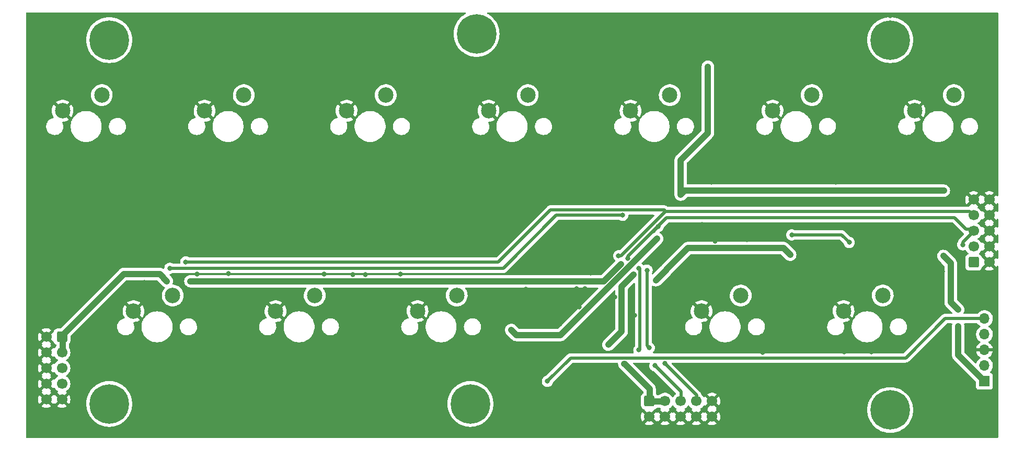
<source format=gbr>
%TF.GenerationSoftware,KiCad,Pcbnew,(6.0.0)*%
%TF.CreationDate,2023-05-12T18:23:07+02:00*%
%TF.ProjectId,keyboard,6b657962-6f61-4726-942e-6b696361645f,rev?*%
%TF.SameCoordinates,Original*%
%TF.FileFunction,Copper,L1,Top*%
%TF.FilePolarity,Positive*%
%FSLAX46Y46*%
G04 Gerber Fmt 4.6, Leading zero omitted, Abs format (unit mm)*
G04 Created by KiCad (PCBNEW (6.0.0)) date 2023-05-12 18:23:07*
%MOMM*%
%LPD*%
G01*
G04 APERTURE LIST*
G04 Aperture macros list*
%AMRoundRect*
0 Rectangle with rounded corners*
0 $1 Rounding radius*
0 $2 $3 $4 $5 $6 $7 $8 $9 X,Y pos of 4 corners*
0 Add a 4 corners polygon primitive as box body*
4,1,4,$2,$3,$4,$5,$6,$7,$8,$9,$2,$3,0*
0 Add four circle primitives for the rounded corners*
1,1,$1+$1,$2,$3*
1,1,$1+$1,$4,$5*
1,1,$1+$1,$6,$7*
1,1,$1+$1,$8,$9*
0 Add four rect primitives between the rounded corners*
20,1,$1+$1,$2,$3,$4,$5,0*
20,1,$1+$1,$4,$5,$6,$7,0*
20,1,$1+$1,$6,$7,$8,$9,0*
20,1,$1+$1,$8,$9,$2,$3,0*%
G04 Aperture macros list end*
%TA.AperFunction,ComponentPad*%
%ADD10C,2.500000*%
%TD*%
%TA.AperFunction,ComponentPad*%
%ADD11C,0.800000*%
%TD*%
%TA.AperFunction,ComponentPad*%
%ADD12C,6.400000*%
%TD*%
%TA.AperFunction,ComponentPad*%
%ADD13R,1.700000X1.700000*%
%TD*%
%TA.AperFunction,ComponentPad*%
%ADD14O,1.700000X1.700000*%
%TD*%
%TA.AperFunction,ComponentPad*%
%ADD15RoundRect,0.250000X-0.600000X0.600000X-0.600000X-0.600000X0.600000X-0.600000X0.600000X0.600000X0*%
%TD*%
%TA.AperFunction,ComponentPad*%
%ADD16C,1.700000*%
%TD*%
%TA.AperFunction,ComponentPad*%
%ADD17RoundRect,0.250000X0.600000X0.600000X-0.600000X0.600000X-0.600000X-0.600000X0.600000X-0.600000X0*%
%TD*%
%TA.AperFunction,ComponentPad*%
%ADD18RoundRect,0.250000X-0.600000X-0.600000X0.600000X-0.600000X0.600000X0.600000X-0.600000X0.600000X0*%
%TD*%
%TA.AperFunction,ViaPad*%
%ADD19C,0.800000*%
%TD*%
%TA.AperFunction,Conductor*%
%ADD20C,0.500000*%
%TD*%
%TA.AperFunction,Conductor*%
%ADD21C,1.000000*%
%TD*%
G04 APERTURE END LIST*
D10*
%TO.P,SW9,1*%
%TO.N,GND*%
X185940000Y-61460000D03*
%TO.P,SW9,2*%
%TO.N,Net-(R24-Pad2)*%
X192290000Y-58920000D03*
%TD*%
%TO.P,SW7,1*%
%TO.N,GND*%
X162940000Y-61460000D03*
%TO.P,SW7,2*%
%TO.N,Net-(R20-Pad2)*%
X169290000Y-58920000D03*
%TD*%
%TO.P,SW3,1*%
%TO.N,GND*%
X116940000Y-61460000D03*
%TO.P,SW3,2*%
%TO.N,Net-(R12-Pad2)*%
X123290000Y-58920000D03*
%TD*%
%TO.P,SW12,1*%
%TO.N,GND*%
X93940000Y-61460000D03*
%TO.P,SW12,2*%
%TO.N,Net-(R31-Pad2)*%
X100290000Y-58920000D03*
%TD*%
%TO.P,SW2,1*%
%TO.N,GND*%
X105440000Y-93960000D03*
%TO.P,SW2,2*%
%TO.N,Net-(R11-Pad2)*%
X111790000Y-91420000D03*
%TD*%
%TO.P,SW4,1*%
%TO.N,GND*%
X82440000Y-93960000D03*
%TO.P,SW4,2*%
%TO.N,Net-(R16-Pad2)*%
X88790000Y-91420000D03*
%TD*%
D11*
%TO.P,H6,1*%
%TO.N,N/C*%
X53802944Y-107302944D03*
X55500000Y-106600000D03*
X55500000Y-111400000D03*
X53802944Y-110697056D03*
X53100000Y-109000000D03*
X57197056Y-107302944D03*
D12*
X55500000Y-109000000D03*
D11*
X57900000Y-109000000D03*
X57197056Y-110697056D03*
%TD*%
%TO.P,H2,1*%
%TO.N,N/C*%
X113302944Y-47302944D03*
X115000000Y-51400000D03*
D12*
X115000000Y-49000000D03*
D11*
X113302944Y-50697056D03*
X115000000Y-46600000D03*
X116697056Y-50697056D03*
X117400000Y-49000000D03*
X116697056Y-47302944D03*
X112600000Y-49000000D03*
%TD*%
D13*
%TO.P,J1,1,Pin_1*%
%TO.N,+3V3*%
X197265000Y-105330000D03*
D14*
%TO.P,J1,2,Pin_2*%
%TO.N,SWCLKk*%
X197265000Y-102790000D03*
%TO.P,J1,3,Pin_3*%
%TO.N,GND*%
X197265000Y-100250000D03*
%TO.P,J1,4,Pin_4*%
%TO.N,SWDIOk*%
X197265000Y-97710000D03*
%TO.P,J1,5,Pin_5*%
%TO.N,NRSTk*%
X197265000Y-95170000D03*
%TD*%
D10*
%TO.P,SW5,1*%
%TO.N,GND*%
X139940000Y-61460000D03*
%TO.P,SW5,2*%
%TO.N,Net-(R15-Pad2)*%
X146290000Y-58920000D03*
%TD*%
%TO.P,SW11,1*%
%TO.N,GND*%
X174440000Y-93960000D03*
%TO.P,SW11,2*%
%TO.N,Net-(R28-Pad2)*%
X180790000Y-91420000D03*
%TD*%
%TO.P,SW13,1*%
%TO.N,GND*%
X151440000Y-93960000D03*
%TO.P,SW13,2*%
%TO.N,Net-(R32-Pad2)*%
X157790000Y-91420000D03*
%TD*%
D11*
%TO.P,H5,1*%
%TO.N,N/C*%
X111600000Y-109000000D03*
D12*
X114000000Y-109000000D03*
D11*
X115697056Y-107302944D03*
X112302944Y-107302944D03*
X112302944Y-110697056D03*
X116400000Y-109000000D03*
X114000000Y-106600000D03*
X115697056Y-110697056D03*
X114000000Y-111400000D03*
%TD*%
D12*
%TO.P,H4,1*%
%TO.N,N/C*%
X182000000Y-110000000D03*
D11*
X182000000Y-107600000D03*
X179600000Y-110000000D03*
X182000000Y-112400000D03*
X180302944Y-108302944D03*
X183697056Y-108302944D03*
X184400000Y-110000000D03*
X180302944Y-111697056D03*
X183697056Y-111697056D03*
%TD*%
%TO.P,H1,1*%
%TO.N,N/C*%
X53802944Y-51697056D03*
X57900000Y-50000000D03*
X55500000Y-47600000D03*
X55500000Y-52400000D03*
X53802944Y-48302944D03*
X57197056Y-51697056D03*
D12*
X55500000Y-50000000D03*
D11*
X57197056Y-48302944D03*
X53100000Y-50000000D03*
%TD*%
D10*
%TO.P,SW6,1*%
%TO.N,GND*%
X59440000Y-93960000D03*
%TO.P,SW6,2*%
%TO.N,Net-(R19-Pad2)*%
X65790000Y-91420000D03*
%TD*%
%TO.P,SW8,1*%
%TO.N,GND*%
X47940000Y-61460000D03*
%TO.P,SW8,2*%
%TO.N,Net-(R23-Pad2)*%
X54290000Y-58920000D03*
%TD*%
D11*
%TO.P,H3,1*%
%TO.N,N/C*%
X182000000Y-47600000D03*
X184400000Y-50000000D03*
X182000000Y-52400000D03*
X179600000Y-50000000D03*
X180302944Y-51697056D03*
X180302944Y-48302944D03*
D12*
X182000000Y-50000000D03*
D11*
X183697056Y-48302944D03*
X183697056Y-51697056D03*
%TD*%
D10*
%TO.P,SW10,1*%
%TO.N,GND*%
X70940000Y-61460000D03*
%TO.P,SW10,2*%
%TO.N,Net-(R27-Pad2)*%
X77290000Y-58920000D03*
%TD*%
D15*
%TO.P,J2,1,Pin_1*%
%TO.N,LOAD*%
X142980000Y-108552500D03*
D16*
%TO.P,J2,2,Pin_2*%
%TO.N,GND*%
X142980000Y-111092500D03*
%TO.P,J2,3,Pin_3*%
%TO.N,LOAD*%
X145520000Y-108552500D03*
%TO.P,J2,4,Pin_4*%
%TO.N,GND*%
X145520000Y-111092500D03*
%TO.P,J2,5,Pin_5*%
%TO.N,I2C1_SDA*%
X148060000Y-108552500D03*
%TO.P,J2,6,Pin_6*%
%TO.N,GND*%
X148060000Y-111092500D03*
%TO.P,J2,7,Pin_7*%
%TO.N,I2C1_SCL*%
X150600000Y-108552500D03*
%TO.P,J2,8,Pin_8*%
%TO.N,GND*%
X150600000Y-111092500D03*
%TO.P,J2,9,Pin_9*%
X153140000Y-108552500D03*
%TO.P,J2,10,Pin_10*%
X153140000Y-111092500D03*
%TD*%
D17*
%TO.P,J3,1,Pin_1*%
%TO.N,LOAD*%
X47850000Y-98110000D03*
D16*
%TO.P,J3,2,Pin_2*%
%TO.N,GND*%
X45310000Y-98110000D03*
%TO.P,J3,3,Pin_3*%
%TO.N,LOAD*%
X47850000Y-100650000D03*
%TO.P,J3,4,Pin_4*%
%TO.N,GND*%
X45310000Y-100650000D03*
%TO.P,J3,5,Pin_5*%
%TO.N,I2C2_SCLk*%
X47850000Y-103190000D03*
%TO.P,J3,6,Pin_6*%
%TO.N,GND*%
X45310000Y-103190000D03*
%TO.P,J3,7,Pin_7*%
%TO.N,I2C2_SDAk*%
X47850000Y-105730000D03*
%TO.P,J3,8,Pin_8*%
%TO.N,GND*%
X45310000Y-105730000D03*
%TO.P,J3,9,Pin_9*%
X47850000Y-108270000D03*
%TO.P,J3,10,Pin_10*%
X45310000Y-108270000D03*
%TD*%
D18*
%TO.P,J4,1,Pin_1*%
%TO.N,LOAD*%
X195507500Y-86030000D03*
D16*
%TO.P,J4,2,Pin_2*%
%TO.N,GND*%
X198047500Y-86030000D03*
%TO.P,J4,3,Pin_3*%
%TO.N,LOAD*%
X195507500Y-83490000D03*
%TO.P,J4,4,Pin_4*%
%TO.N,GND*%
X198047500Y-83490000D03*
%TO.P,J4,5,Pin_5*%
%TO.N,I2C2_SCLk*%
X195507500Y-80950000D03*
%TO.P,J4,6,Pin_6*%
%TO.N,GND*%
X198047500Y-80950000D03*
%TO.P,J4,7,Pin_7*%
%TO.N,I2C2_SDAk*%
X195507500Y-78410000D03*
%TO.P,J4,8,Pin_8*%
%TO.N,GND*%
X198047500Y-78410000D03*
%TO.P,J4,9,Pin_9*%
X195507500Y-75870000D03*
%TO.P,J4,10,Pin_10*%
X198047500Y-75870000D03*
%TD*%
D19*
%TO.N,NRSTk*%
X126480000Y-105330000D03*
%TO.N,GND*%
X176360000Y-108570000D03*
X143000000Y-114000000D03*
X190010000Y-92690000D03*
X112000000Y-46000000D03*
X80560000Y-111130000D03*
X198870000Y-46320000D03*
X92000000Y-46000000D03*
X68000000Y-46000000D03*
X155800000Y-64370000D03*
X196760000Y-71120000D03*
X117910000Y-81180000D03*
X105330000Y-110530000D03*
X85000000Y-114000000D03*
X88000000Y-46000000D03*
X120300000Y-77150000D03*
X43000000Y-71000000D03*
X171680000Y-92890000D03*
X107410000Y-76590000D03*
X43000000Y-55000000D03*
X123000000Y-114000000D03*
X188000000Y-46000000D03*
X67830000Y-101210000D03*
X153430000Y-48960000D03*
X84000000Y-46000000D03*
X114450000Y-61610000D03*
X82640000Y-98520000D03*
X59000000Y-114000000D03*
X120210000Y-48220000D03*
X79840000Y-78510000D03*
X191620000Y-48240000D03*
X112070000Y-105050000D03*
X104000000Y-46000000D03*
X43000000Y-94000000D03*
X96000000Y-46000000D03*
X66580000Y-51040000D03*
X108000000Y-46000000D03*
X67030000Y-106160000D03*
X83000000Y-114000000D03*
X62000000Y-46000000D03*
X98940000Y-110430000D03*
X65000000Y-114000000D03*
X159000000Y-114000000D03*
X163000000Y-114000000D03*
X66010000Y-80980000D03*
X77380000Y-68380000D03*
X124680000Y-100670000D03*
X101300000Y-55910000D03*
X100430000Y-107450000D03*
X72330000Y-48300000D03*
X164600000Y-97670000D03*
X50090000Y-111430000D03*
X95000000Y-114000000D03*
X103250000Y-91950000D03*
X153010000Y-73030000D03*
X88680000Y-69380000D03*
X143650000Y-50410000D03*
X121800000Y-94270000D03*
X48350000Y-81520000D03*
X181980000Y-72470000D03*
X157000000Y-114000000D03*
X88720000Y-64480000D03*
X146000000Y-46000000D03*
X113000000Y-114000000D03*
X64390000Y-109210000D03*
X121000000Y-114000000D03*
X97000000Y-114000000D03*
X43000000Y-67000000D03*
X100690000Y-67190000D03*
X77450000Y-80870000D03*
X110000000Y-46000000D03*
X180750000Y-88150000D03*
X52150000Y-86630000D03*
X147040000Y-62190000D03*
X43000000Y-73000000D03*
X152830000Y-106560000D03*
X134060000Y-98670000D03*
X188180000Y-100270000D03*
X98180000Y-60520000D03*
X171370000Y-48970000D03*
X167180000Y-106660000D03*
X120000000Y-46000000D03*
X111160000Y-78370000D03*
X165570000Y-87910000D03*
X161330000Y-100610000D03*
X112720000Y-67710000D03*
X73970000Y-72560000D03*
X199000000Y-62000000D03*
X156480000Y-72690000D03*
X52190000Y-105330000D03*
X144920000Y-72780000D03*
X108430000Y-104950000D03*
X104600000Y-79650000D03*
X135280000Y-56630000D03*
X68590000Y-79140000D03*
X62910000Y-92470000D03*
X61080000Y-108280000D03*
X173640000Y-86320000D03*
X167630000Y-48410000D03*
X57770000Y-66630000D03*
X58820000Y-79390000D03*
X47550000Y-48130000D03*
X186000000Y-46000000D03*
X59260000Y-53100000D03*
X185000000Y-114000000D03*
X169980000Y-61920000D03*
X194870000Y-99260000D03*
X62020000Y-49270000D03*
X53650000Y-71330000D03*
X154000000Y-46000000D03*
X174000000Y-46000000D03*
X198870000Y-48320000D03*
X199000000Y-58000000D03*
X67900000Y-60610000D03*
X94800000Y-104390000D03*
X149470000Y-91210000D03*
X85220000Y-82710000D03*
X150000000Y-46000000D03*
X133510000Y-79580000D03*
X191570000Y-72730000D03*
X79000000Y-114000000D03*
X138930000Y-67170000D03*
X117140000Y-93930000D03*
X87350000Y-68170000D03*
X69490000Y-109100000D03*
X187420000Y-93190000D03*
X184150000Y-87810000D03*
X98470000Y-74630000D03*
X198500000Y-108270000D03*
X199000000Y-60000000D03*
X139000000Y-114000000D03*
X76680000Y-49590000D03*
X166000000Y-46000000D03*
X109000000Y-114000000D03*
X69360000Y-71910000D03*
X125610000Y-74250000D03*
X140000000Y-46000000D03*
X119000000Y-114000000D03*
X126370000Y-112110000D03*
X43000000Y-57000000D03*
X48030000Y-78990000D03*
X104020000Y-81700000D03*
X152000000Y-46000000D03*
X51000000Y-114000000D03*
X123650000Y-69850000D03*
X184000000Y-46000000D03*
X186260000Y-80480000D03*
X183810000Y-57230000D03*
X105460000Y-67820000D03*
X196030000Y-89230000D03*
X198870000Y-52320000D03*
X110390000Y-73750000D03*
X63130000Y-105600000D03*
X87000000Y-114000000D03*
X160000000Y-46000000D03*
X73000000Y-114000000D03*
X79460000Y-70760000D03*
X138000000Y-46000000D03*
X134660000Y-67840000D03*
X183310000Y-91500000D03*
X57380000Y-86610000D03*
X98720000Y-48800000D03*
X172000000Y-46000000D03*
X135210000Y-51050000D03*
X133490000Y-85800000D03*
X160480000Y-80780000D03*
X114300000Y-93440000D03*
X151000000Y-114000000D03*
X158430000Y-62140000D03*
X167580000Y-96370000D03*
X118430000Y-57630000D03*
X160040000Y-60410000D03*
X190000000Y-46000000D03*
X144000000Y-46000000D03*
X95250000Y-107850000D03*
X135100000Y-60880000D03*
X196990000Y-113910000D03*
X89000000Y-114000000D03*
X156000000Y-46000000D03*
X96500000Y-60520000D03*
X165000000Y-114000000D03*
X101580000Y-69540000D03*
X158580000Y-88210000D03*
X169140000Y-99230000D03*
X43000000Y-75000000D03*
X169280000Y-72690000D03*
X135000000Y-114000000D03*
X160820000Y-48080000D03*
X121300000Y-112860000D03*
X120190000Y-60620000D03*
X199000000Y-54000000D03*
X160990000Y-51200000D03*
X66000000Y-46000000D03*
X49260000Y-71910000D03*
X129760000Y-64120000D03*
X65140000Y-104230000D03*
X141000000Y-114000000D03*
X184070000Y-72210000D03*
X72880000Y-51320000D03*
X132540000Y-90340000D03*
X183000000Y-114000000D03*
X112220000Y-76240000D03*
X86140000Y-107000000D03*
X110710000Y-49040000D03*
X187000000Y-114000000D03*
X175720000Y-80360000D03*
X64510000Y-67510000D03*
X161000000Y-114000000D03*
X136390000Y-75000000D03*
X132350000Y-62780000D03*
X106000000Y-46000000D03*
X81920000Y-55110000D03*
X132960000Y-108210000D03*
X199000000Y-56000000D03*
X107760000Y-111840000D03*
X165400000Y-90030000D03*
X125050000Y-103700000D03*
X172540000Y-60520000D03*
X178000000Y-46000000D03*
X89520000Y-98520000D03*
X157580000Y-107570000D03*
X126300000Y-107500000D03*
X99270000Y-95470000D03*
X145000000Y-114000000D03*
X182640000Y-89000000D03*
X43000000Y-47000000D03*
X193000000Y-114000000D03*
X81480000Y-48640000D03*
X134000000Y-46000000D03*
X51060000Y-47970000D03*
X169610000Y-104000000D03*
X131400000Y-112340000D03*
X90000000Y-46000000D03*
X67450000Y-63040000D03*
X107620000Y-91070000D03*
X133910000Y-106820000D03*
X52500000Y-77370000D03*
X54720000Y-61890000D03*
X182050000Y-99940000D03*
X199000000Y-70000000D03*
X93080000Y-54940000D03*
X105820000Y-60770000D03*
X61000000Y-114000000D03*
X76310000Y-99780000D03*
X143210000Y-67500000D03*
X133000000Y-114000000D03*
X164000000Y-46000000D03*
X119580000Y-79420000D03*
X144900000Y-98820000D03*
X97000000Y-87990000D03*
X154630000Y-100310000D03*
X142000000Y-46000000D03*
X59190000Y-75360000D03*
X157760000Y-50810000D03*
X47570000Y-73000000D03*
X69120000Y-93880000D03*
X128040000Y-55710000D03*
X135030000Y-62820000D03*
X62790000Y-111550000D03*
X137190000Y-60700000D03*
X44950000Y-86070000D03*
X69750000Y-87920000D03*
X159930000Y-72790000D03*
X148000000Y-46000000D03*
X198000000Y-52980000D03*
X153000000Y-114000000D03*
X74420000Y-78540000D03*
X185830000Y-81790000D03*
X91680000Y-105290000D03*
X131000000Y-114000000D03*
X74220000Y-57270000D03*
X107760000Y-48030000D03*
X80280000Y-98680000D03*
X80000000Y-46000000D03*
X43000000Y-102000000D03*
X45200000Y-53460000D03*
X54710000Y-54980000D03*
X67600000Y-72920000D03*
X188000000Y-47850000D03*
X47000000Y-114000000D03*
X44090000Y-78020000D03*
X161960000Y-72790000D03*
X185780000Y-84570000D03*
X193390000Y-104870000D03*
X105080000Y-49470000D03*
X151760000Y-51790000D03*
X184840000Y-98860000D03*
X65690000Y-63770000D03*
X43000000Y-112000000D03*
X162500000Y-56950000D03*
X97880000Y-98030000D03*
X99620000Y-81060000D03*
X181000000Y-114000000D03*
X187260000Y-71910000D03*
X113480000Y-72140000D03*
X127140000Y-99680000D03*
X47680000Y-86760000D03*
X74080000Y-60630000D03*
X174530000Y-100530000D03*
X51260000Y-81500000D03*
X74780000Y-87870000D03*
X93750000Y-95000000D03*
X198590000Y-110260000D03*
X113040000Y-93870000D03*
X124170000Y-72250000D03*
X158000000Y-46000000D03*
X178740000Y-67100000D03*
X125500000Y-48850000D03*
X191000000Y-114000000D03*
X69410000Y-66440000D03*
X147000000Y-114000000D03*
X46180000Y-66480000D03*
X54600000Y-79020000D03*
X193180000Y-81720000D03*
X61430000Y-91290000D03*
X192000000Y-46000000D03*
X142860000Y-74520000D03*
X89120000Y-51150000D03*
X66360000Y-49980000D03*
X88750000Y-61480000D03*
X174380000Y-48470000D03*
X121860000Y-77700000D03*
X105000000Y-73190000D03*
X130000000Y-46000000D03*
X189930000Y-98960000D03*
X114060000Y-102010000D03*
X59940000Y-63520000D03*
X134700000Y-87090000D03*
X171000000Y-114000000D03*
X168750000Y-67100000D03*
X95850000Y-49660000D03*
X91080000Y-67710000D03*
X131580000Y-93260000D03*
X193750000Y-112210000D03*
X83270000Y-109340000D03*
X128490000Y-96040000D03*
X169650000Y-84980000D03*
X84040000Y-48690000D03*
X50000000Y-46000000D03*
X118270000Y-97260000D03*
X172600000Y-98970000D03*
X169400000Y-95590000D03*
X156830000Y-110790000D03*
X172640000Y-57290000D03*
X168830000Y-75970000D03*
X117630000Y-72150000D03*
X185270000Y-91170000D03*
X101080000Y-112110000D03*
X54260000Y-68970000D03*
X176000000Y-46000000D03*
X114980000Y-80990000D03*
X61520000Y-51000000D03*
X101000000Y-114000000D03*
X81500000Y-73100000D03*
X46000000Y-46000000D03*
X102690000Y-87980000D03*
X53500000Y-75430000D03*
X47890000Y-92430000D03*
X153590000Y-82610000D03*
X180520000Y-64930000D03*
X195840000Y-110600000D03*
X123500000Y-96380000D03*
X63000000Y-114000000D03*
X178920000Y-100530000D03*
X163090000Y-80340000D03*
X149890000Y-61130000D03*
X129370000Y-86320000D03*
X149330000Y-102950000D03*
X43000000Y-104000000D03*
X60120000Y-98350000D03*
X67520000Y-110290000D03*
X94000000Y-46000000D03*
X75370000Y-109290000D03*
X45000000Y-114000000D03*
X199000000Y-68000000D03*
X165500000Y-110120000D03*
X84220000Y-72020000D03*
X193840000Y-74400000D03*
X158470000Y-104000000D03*
X92370000Y-74440000D03*
X44000000Y-46000000D03*
X90310000Y-87910000D03*
X117820000Y-104950000D03*
X59390000Y-84180000D03*
X102000000Y-46000000D03*
X187310000Y-111080000D03*
X45170000Y-68210000D03*
X92200000Y-111390000D03*
X118000000Y-46000000D03*
X105650000Y-104530000D03*
X73380000Y-81280000D03*
X176340000Y-76520000D03*
X43000000Y-106000000D03*
X167000000Y-114000000D03*
X126000000Y-46000000D03*
X86000000Y-46000000D03*
X129650000Y-108100000D03*
X100180000Y-91750000D03*
X49060000Y-75650000D03*
X184520000Y-93290000D03*
X122970000Y-90440000D03*
X122470000Y-72530000D03*
X75680000Y-95800000D03*
X130180000Y-48740000D03*
X46020000Y-95360000D03*
X76220000Y-93440000D03*
X114950000Y-74230000D03*
X61490000Y-92510000D03*
X60830000Y-48410000D03*
X173220000Y-73060000D03*
X105240000Y-55760000D03*
X138380000Y-72670000D03*
X43000000Y-100000000D03*
X106540000Y-71010000D03*
X81000000Y-114000000D03*
X132000000Y-46000000D03*
X172070000Y-90350000D03*
X98390000Y-77860000D03*
X156990000Y-81640000D03*
X58920000Y-81850000D03*
X43000000Y-51000000D03*
X79460000Y-108280000D03*
X82550000Y-51850000D03*
X195599999Y-46100000D03*
X122000000Y-46000000D03*
X43000000Y-108000000D03*
X188980000Y-60540000D03*
X99000000Y-114000000D03*
X141150000Y-79510000D03*
X76320000Y-111350000D03*
X128000000Y-46000000D03*
X143250000Y-60630000D03*
X68460000Y-74860000D03*
X78000000Y-46000000D03*
X92550000Y-81430000D03*
X55000000Y-114000000D03*
X96230000Y-72170000D03*
X75000000Y-114000000D03*
X164450000Y-49640000D03*
X83490000Y-56390000D03*
X101240000Y-97440000D03*
X79270000Y-76260000D03*
X198590001Y-112260000D03*
X140030000Y-98540000D03*
X114680000Y-56630000D03*
X168000000Y-46000000D03*
X43000000Y-69000000D03*
X45840000Y-111470000D03*
X119060000Y-75200000D03*
X158980000Y-94020000D03*
X72090000Y-111030000D03*
X198750000Y-73290000D03*
X51470000Y-59930000D03*
X125000000Y-114000000D03*
X77560000Y-98570000D03*
X104520000Y-108860000D03*
X120410000Y-90560000D03*
X189860000Y-49590000D03*
X60000000Y-46000000D03*
X198870000Y-50320000D03*
X115000000Y-114000000D03*
X188150000Y-67330000D03*
X74000000Y-46000000D03*
X117000000Y-114000000D03*
X169000000Y-114000000D03*
X141790000Y-57560000D03*
X186980000Y-50450000D03*
X159710000Y-64370000D03*
X61440000Y-102100000D03*
X58000000Y-71610000D03*
X69000000Y-114000000D03*
X85130000Y-93120000D03*
X182000000Y-46000000D03*
X82150000Y-79700000D03*
X91400000Y-60940000D03*
X140590000Y-94660000D03*
X60030000Y-86380000D03*
X189000000Y-114000000D03*
X43000000Y-59000000D03*
X127000000Y-114000000D03*
X102080000Y-77050000D03*
X43000000Y-92000000D03*
X89670000Y-94090000D03*
X180060000Y-76540000D03*
X173000000Y-114000000D03*
X73230000Y-83470000D03*
X194000000Y-46000000D03*
X197600000Y-46100000D03*
X89450000Y-56320000D03*
X77570000Y-61790000D03*
X43000000Y-63000000D03*
X80860000Y-50420000D03*
X92870000Y-48100000D03*
X43000000Y-96000000D03*
X149690000Y-88830000D03*
X126400000Y-82060000D03*
X56710000Y-81270000D03*
X76000000Y-46000000D03*
X152070000Y-98900000D03*
X185810000Y-72470000D03*
X68120000Y-69770000D03*
X148370000Y-48630000D03*
X43000000Y-110000000D03*
X55040000Y-66300000D03*
X180190000Y-61970000D03*
X184820000Y-106830000D03*
X85210000Y-112730000D03*
X182020000Y-80980000D03*
X49670000Y-78940000D03*
X144400000Y-74250000D03*
X191380000Y-97550000D03*
X182300000Y-56270000D03*
X54520000Y-102100000D03*
X163670000Y-93620000D03*
X64000000Y-46000000D03*
X171600000Y-72440000D03*
X157140000Y-65930000D03*
X122990000Y-87220000D03*
X94990000Y-87990000D03*
X111000000Y-114000000D03*
X66590000Y-98570000D03*
X129580000Y-71540000D03*
X45610000Y-75260000D03*
X179000000Y-114000000D03*
X180000000Y-46000000D03*
X92890000Y-66670000D03*
X158240000Y-99160000D03*
X151530000Y-79890000D03*
X182530000Y-60020000D03*
X107000000Y-114000000D03*
X101160000Y-62380000D03*
X98000000Y-46000000D03*
X112690000Y-60440000D03*
X161410000Y-109300000D03*
X48660000Y-50460000D03*
X95620000Y-111540000D03*
X155000000Y-114000000D03*
X195470000Y-100820000D03*
X91430000Y-93390000D03*
X69150000Y-104670000D03*
X133440000Y-87760000D03*
X176130000Y-98670000D03*
X80120000Y-61190000D03*
X93730000Y-97160000D03*
X145000000Y-106580000D03*
X53780000Y-86710000D03*
X195000000Y-114000000D03*
X165730000Y-67490000D03*
X131230000Y-90340000D03*
X83120000Y-68600000D03*
X43000000Y-61000000D03*
X199000000Y-64000000D03*
X43000000Y-98000000D03*
X170000000Y-46000000D03*
X43000000Y-49000000D03*
X45320000Y-57150000D03*
X64130000Y-60520000D03*
X199000000Y-72000000D03*
X120240000Y-104750000D03*
X47730000Y-58020000D03*
X47440000Y-84180000D03*
X81450000Y-82510000D03*
X162800000Y-76320000D03*
X101800000Y-49320000D03*
X121570000Y-108250000D03*
X149000000Y-114000000D03*
X74550000Y-104000000D03*
X162000000Y-46000000D03*
X118700000Y-93930000D03*
X176980000Y-56910000D03*
X160790000Y-89970000D03*
X155670000Y-92910000D03*
X67000000Y-114000000D03*
X70000000Y-46000000D03*
X110360000Y-64560000D03*
X125250000Y-87220000D03*
X129520000Y-87480000D03*
X188560000Y-57450000D03*
X100000000Y-46000000D03*
X103000000Y-114000000D03*
X105000000Y-114000000D03*
X117560000Y-55880000D03*
X187220000Y-96140000D03*
X169870000Y-89570000D03*
X65740000Y-67630000D03*
X87330000Y-110270000D03*
X58000000Y-46000000D03*
X124000000Y-46000000D03*
X52000000Y-46000000D03*
X49000000Y-114000000D03*
X137000000Y-82330000D03*
X183530000Y-66040000D03*
X72000000Y-76590000D03*
X193180000Y-76210000D03*
X103470000Y-60770000D03*
X96050000Y-81060000D03*
X52670000Y-84080000D03*
X144850000Y-92030000D03*
X76050000Y-82340000D03*
X137220000Y-48750000D03*
X188720000Y-51030000D03*
X198490000Y-92800000D03*
X98300000Y-105510000D03*
X87950000Y-48970000D03*
X130560000Y-86120000D03*
X93000000Y-114000000D03*
X140300000Y-75150000D03*
X107430000Y-81920000D03*
X137390000Y-91660000D03*
X179380000Y-82860000D03*
X192410000Y-50810000D03*
X71000000Y-114000000D03*
X123460000Y-66460000D03*
X43000000Y-65000000D03*
X82000000Y-46000000D03*
X199080000Y-90840000D03*
X48000000Y-46000000D03*
X78050000Y-93330000D03*
X191050000Y-103900000D03*
X110560000Y-69140000D03*
X140340000Y-49560000D03*
X117680000Y-112160000D03*
X80390000Y-66560000D03*
X68610000Y-81700000D03*
X124070000Y-75090000D03*
X105610000Y-98700000D03*
X166050000Y-100270000D03*
X83360000Y-104560000D03*
X118290000Y-100430000D03*
X80180000Y-104910000D03*
X60340000Y-55440000D03*
X177810000Y-91410000D03*
X133390000Y-66610000D03*
X135880000Y-102990000D03*
X154300000Y-91160000D03*
X53000000Y-114000000D03*
X156140000Y-61640000D03*
X190490000Y-87550000D03*
X61210000Y-89300000D03*
X115990000Y-77350000D03*
X172300000Y-86620000D03*
X44740000Y-62110000D03*
X43000000Y-53000000D03*
X51240000Y-90310000D03*
X193620000Y-48780000D03*
X64230000Y-74810000D03*
X115270000Y-66900000D03*
X77000000Y-114000000D03*
X91000000Y-114000000D03*
X131330000Y-84630000D03*
X69310000Y-57440000D03*
X66660000Y-95000000D03*
X44760000Y-81570000D03*
X57000000Y-114000000D03*
X77770000Y-95740000D03*
X121760000Y-87170000D03*
X161050000Y-66660000D03*
X93450000Y-77340000D03*
X44820000Y-73150000D03*
X179190000Y-80900000D03*
X43000000Y-114000000D03*
X56790000Y-75210000D03*
X72000000Y-46000000D03*
X157790000Y-56780000D03*
X136960000Y-66650000D03*
X129000000Y-114000000D03*
X76510000Y-74950000D03*
X137000000Y-114000000D03*
X158820000Y-82370000D03*
X149020000Y-94480000D03*
X112250000Y-80620000D03*
X72000000Y-73900000D03*
X97400000Y-93660000D03*
X147660000Y-66270000D03*
X107520000Y-108470000D03*
X199000000Y-66000000D03*
X108050000Y-61880000D03*
X184500000Y-104050000D03*
X76680000Y-51290000D03*
X122510000Y-93030000D03*
X105900000Y-65060000D03*
X136000000Y-46000000D03*
X116930000Y-102200000D03*
X177000000Y-114000000D03*
X146490000Y-92080000D03*
X89780000Y-108630000D03*
X181370000Y-82950000D03*
X164670000Y-72990000D03*
X160980000Y-82250000D03*
X181710000Y-97710000D03*
X175000000Y-114000000D03*
X131380000Y-99480000D03*
X186210000Y-55610000D03*
X135190000Y-106010000D03*
%TO.N,+3V3*%
X148070000Y-75050480D03*
X120620000Y-97020000D03*
X152470000Y-54300000D03*
X190680000Y-74420000D03*
X127430000Y-97820000D03*
X190610000Y-85010000D03*
X193010000Y-96390000D03*
X144230000Y-82200000D03*
X192990000Y-93730000D03*
%TO.N,LOAD*%
X68660000Y-89100000D03*
X64840480Y-89100000D03*
X136360000Y-99390000D03*
X140435000Y-88025000D03*
X138411811Y-86321811D03*
X165800000Y-84810000D03*
X138930000Y-102489520D03*
X144030000Y-88940000D03*
%TO.N,Net-(C5-Pad1)*%
X166050000Y-81590000D03*
X175360000Y-82820000D03*
%TO.N,I2C1_SCL*%
X142970000Y-99900000D03*
X142610000Y-87320000D03*
X145500000Y-102450000D03*
%TO.N,I2C1_SDA*%
X141260000Y-87040000D03*
X141290000Y-100240000D03*
X143870000Y-102800000D03*
%TO.N,I2C2_SDAk*%
X138000000Y-84982279D03*
X67890000Y-85979500D03*
%TO.N,I2C2_SCLk*%
X193740000Y-83190000D03*
X139482536Y-85392536D03*
X144420000Y-80230000D03*
X65330000Y-87000000D03*
X138660000Y-78410000D03*
%TD*%
D20*
%TO.N,NRSTk*%
X130270000Y-101540000D02*
X131580000Y-101540000D01*
X131580000Y-101540000D02*
X184510000Y-101540000D01*
X190880000Y-95170000D02*
X197265000Y-95170000D01*
X126480000Y-105330000D02*
X130270000Y-101540000D01*
X184510000Y-101540000D02*
X190880000Y-95170000D01*
D21*
%TO.N,+3V3*%
X127430000Y-97820000D02*
X121420000Y-97820000D01*
X190680000Y-74420000D02*
X148700480Y-74420000D01*
X148070000Y-75050480D02*
X148070000Y-69450000D01*
X193010000Y-101075000D02*
X197265000Y-105330000D01*
X193010000Y-96390000D02*
X193010000Y-101075000D01*
X152470000Y-65050000D02*
X152470000Y-54300000D01*
X148700480Y-74420000D02*
X148070000Y-75050480D01*
X128610000Y-97820000D02*
X144230000Y-82200000D01*
X191800000Y-92540000D02*
X191800000Y-86200000D01*
X127430000Y-97820000D02*
X128610000Y-97820000D01*
X121420000Y-97820000D02*
X120620000Y-97020000D01*
X151910000Y-65610000D02*
X152470000Y-65050000D01*
X191800000Y-86200000D02*
X190610000Y-85010000D01*
X191800000Y-92540000D02*
X192990000Y-93730000D01*
X148070000Y-69450000D02*
X151910000Y-65610000D01*
%TO.N,LOAD*%
X135633622Y-89100000D02*
X138411811Y-86321811D01*
X57855000Y-87935000D02*
X47937500Y-97852500D01*
X136360000Y-99390000D02*
X138489511Y-97260489D01*
X68660000Y-89100000D02*
X135633622Y-89100000D01*
X145560000Y-108630000D02*
X143020000Y-108630000D01*
X143020000Y-106550000D02*
X139000000Y-102530000D01*
X63675480Y-87935000D02*
X57855000Y-87935000D01*
X138489511Y-89970489D02*
X140435000Y-88025000D01*
X149234944Y-83710000D02*
X164700000Y-83710000D01*
X47937500Y-100760000D02*
X47937500Y-98220000D01*
X143020000Y-108630000D02*
X143020000Y-106550000D01*
X64840480Y-89100000D02*
X63675480Y-87935000D01*
X47937500Y-97852500D02*
X47937500Y-98220000D01*
X164700000Y-83710000D02*
X165800000Y-84810000D01*
X144030000Y-88940000D02*
X145734944Y-87235056D01*
X138959520Y-102489520D02*
X138930000Y-102489520D01*
X145734944Y-87210000D02*
X149234944Y-83710000D01*
X145734944Y-87235056D02*
X145734944Y-87210000D01*
X139000000Y-102530000D02*
X138959520Y-102489520D01*
X138489511Y-97260489D02*
X138489511Y-89970489D01*
D20*
%TO.N,Net-(C5-Pad1)*%
X174130000Y-81590000D02*
X166050000Y-81590000D01*
X175360000Y-82820000D02*
X174130000Y-81590000D01*
%TO.N,I2C1_SCL*%
X142610000Y-87320000D02*
X142610000Y-99540000D01*
X142610000Y-99540000D02*
X142970000Y-99900000D01*
X145500000Y-102450000D02*
X150640000Y-107590000D01*
X150640000Y-107590000D02*
X150640000Y-108630000D01*
%TO.N,I2C1_SDA*%
X148100000Y-108630000D02*
X148100000Y-107030000D01*
X141439511Y-100090489D02*
X141439511Y-87219511D01*
X148100000Y-107030000D02*
X143870000Y-102800000D01*
X141439511Y-87219511D02*
X141260000Y-87040000D01*
X141290000Y-100240000D02*
X141439511Y-100090489D01*
%TO.N,I2C2_SDAk*%
X118520000Y-86000000D02*
X126960000Y-77560000D01*
X194860000Y-77810000D02*
X195550000Y-78500000D01*
X67890000Y-85979500D02*
X67910500Y-86000000D01*
X158140000Y-77810000D02*
X158100000Y-77770000D01*
X193960000Y-77810000D02*
X194860000Y-77810000D01*
X138387721Y-84982279D02*
X145600000Y-77770000D01*
X126960000Y-77560000D02*
X145390000Y-77560000D01*
X158100000Y-77770000D02*
X145600000Y-77770000D01*
X145390000Y-77560000D02*
X145600000Y-77770000D01*
X193960000Y-77810000D02*
X158140000Y-77810000D01*
X67910500Y-86000000D02*
X118520000Y-86000000D01*
X138000000Y-84982279D02*
X138387721Y-84982279D01*
%TO.N,I2C2_SCLk*%
X144420000Y-80230000D02*
X143600000Y-81050000D01*
X139482536Y-85392536D02*
X139482536Y-85107464D01*
X192420000Y-78810000D02*
X145780000Y-78810000D01*
X143600000Y-81050000D02*
X143520000Y-81050000D01*
X195520000Y-80980000D02*
X195210000Y-80670000D01*
X193740000Y-83190000D02*
X193740000Y-82760000D01*
X119320000Y-87010000D02*
X65340000Y-87010000D01*
X138660000Y-78410000D02*
X127920000Y-78410000D01*
X195210000Y-80670000D02*
X194280000Y-80670000D01*
X127920000Y-78410000D02*
X119320000Y-87010000D01*
X144420000Y-80170000D02*
X144420000Y-80230000D01*
X65340000Y-87010000D02*
X65330000Y-87000000D01*
X145780000Y-78810000D02*
X144420000Y-80170000D01*
X139482536Y-85107464D02*
X144360000Y-80230000D01*
X194280000Y-80670000D02*
X192420000Y-78810000D01*
X144360000Y-80230000D02*
X144420000Y-80230000D01*
X193740000Y-82760000D02*
X195520000Y-80980000D01*
%TD*%
%TA.AperFunction,Conductor*%
%TO.N,GND*%
G36*
X113228057Y-45528002D02*
G01*
X113274550Y-45581658D01*
X113284654Y-45651932D01*
X113255160Y-45716512D01*
X113217138Y-45746267D01*
X113143206Y-45783938D01*
X112817207Y-45995643D01*
X112515124Y-46240266D01*
X112240266Y-46515124D01*
X111995643Y-46817207D01*
X111783938Y-47143206D01*
X111782443Y-47146140D01*
X111782439Y-47146147D01*
X111608966Y-47486607D01*
X111607468Y-47489547D01*
X111468167Y-47852438D01*
X111367562Y-48227901D01*
X111367046Y-48231162D01*
X111326587Y-48486607D01*
X111306754Y-48611824D01*
X111286411Y-49000000D01*
X111306754Y-49388176D01*
X111367562Y-49772099D01*
X111468167Y-50147562D01*
X111607468Y-50510453D01*
X111608966Y-50513393D01*
X111742409Y-50775288D01*
X111783938Y-50856794D01*
X111785734Y-50859560D01*
X111785736Y-50859563D01*
X111993848Y-51180029D01*
X111995643Y-51182793D01*
X112240266Y-51484876D01*
X112515124Y-51759734D01*
X112817207Y-52004357D01*
X113143205Y-52216062D01*
X113146139Y-52217557D01*
X113146146Y-52217561D01*
X113486607Y-52391034D01*
X113489547Y-52392532D01*
X113852438Y-52531833D01*
X114227901Y-52632438D01*
X114431793Y-52664732D01*
X114608576Y-52692732D01*
X114608584Y-52692733D01*
X114611824Y-52693246D01*
X115000000Y-52713589D01*
X115388176Y-52693246D01*
X115391416Y-52692733D01*
X115391424Y-52692732D01*
X115568207Y-52664732D01*
X115772099Y-52632438D01*
X116147562Y-52531833D01*
X116510453Y-52392532D01*
X116513393Y-52391034D01*
X116853854Y-52217561D01*
X116853861Y-52217557D01*
X116856795Y-52216062D01*
X117182793Y-52004357D01*
X117484876Y-51759734D01*
X117759734Y-51484876D01*
X118004357Y-51182793D01*
X118006152Y-51180029D01*
X118214264Y-50859563D01*
X118214266Y-50859560D01*
X118216062Y-50856794D01*
X118257592Y-50775288D01*
X118391034Y-50513393D01*
X118392532Y-50510453D01*
X118531833Y-50147562D01*
X118571372Y-50000000D01*
X178286411Y-50000000D01*
X178306754Y-50388176D01*
X178307267Y-50391416D01*
X178307268Y-50391424D01*
X178335268Y-50568207D01*
X178367562Y-50772099D01*
X178468167Y-51147562D01*
X178607468Y-51510453D01*
X178608966Y-51513393D01*
X178735541Y-51761809D01*
X178783938Y-51856794D01*
X178995643Y-52182793D01*
X179240266Y-52484876D01*
X179515124Y-52759734D01*
X179817207Y-53004357D01*
X180143205Y-53216062D01*
X180146139Y-53217557D01*
X180146146Y-53217561D01*
X180437086Y-53365802D01*
X180489547Y-53392532D01*
X180852438Y-53531833D01*
X181227901Y-53632438D01*
X181431793Y-53664732D01*
X181608576Y-53692732D01*
X181608584Y-53692733D01*
X181611824Y-53693246D01*
X182000000Y-53713589D01*
X182388176Y-53693246D01*
X182391416Y-53692733D01*
X182391424Y-53692732D01*
X182568207Y-53664732D01*
X182772099Y-53632438D01*
X183147562Y-53531833D01*
X183510453Y-53392532D01*
X183562914Y-53365802D01*
X183853854Y-53217561D01*
X183853861Y-53217557D01*
X183856795Y-53216062D01*
X184182793Y-53004357D01*
X184484876Y-52759734D01*
X184759734Y-52484876D01*
X185004357Y-52182793D01*
X185216062Y-51856794D01*
X185264460Y-51761809D01*
X185391034Y-51513393D01*
X185392532Y-51510453D01*
X185531833Y-51147562D01*
X185632438Y-50772099D01*
X185664732Y-50568207D01*
X185692732Y-50391424D01*
X185692733Y-50391416D01*
X185693246Y-50388176D01*
X185713589Y-50000000D01*
X185693246Y-49611824D01*
X185632438Y-49227901D01*
X185531833Y-48852438D01*
X185392532Y-48489547D01*
X185260878Y-48231162D01*
X185217561Y-48146147D01*
X185217557Y-48146140D01*
X185216062Y-48143206D01*
X185025230Y-47849348D01*
X185006152Y-47819971D01*
X185006152Y-47819970D01*
X185004357Y-47817207D01*
X184759734Y-47515124D01*
X184484876Y-47240266D01*
X184182793Y-46995643D01*
X183856795Y-46783938D01*
X183853861Y-46782443D01*
X183853854Y-46782439D01*
X183513393Y-46608966D01*
X183510453Y-46607468D01*
X183147562Y-46468167D01*
X182772099Y-46367562D01*
X182568207Y-46335268D01*
X182391424Y-46307268D01*
X182391416Y-46307267D01*
X182388176Y-46306754D01*
X182000000Y-46286411D01*
X181611824Y-46306754D01*
X181608584Y-46307267D01*
X181608576Y-46307268D01*
X181431793Y-46335268D01*
X181227901Y-46367562D01*
X180852438Y-46468167D01*
X180489547Y-46607468D01*
X180486607Y-46608966D01*
X180146147Y-46782439D01*
X180146140Y-46782443D01*
X180143206Y-46783938D01*
X180140440Y-46785734D01*
X180140437Y-46785736D01*
X179819971Y-46993848D01*
X179817207Y-46995643D01*
X179515124Y-47240266D01*
X179240266Y-47515124D01*
X178995643Y-47817207D01*
X178993848Y-47819970D01*
X178993848Y-47819971D01*
X178974771Y-47849348D01*
X178783938Y-48143206D01*
X178782443Y-48146140D01*
X178782439Y-48146147D01*
X178739122Y-48231162D01*
X178607468Y-48489547D01*
X178468167Y-48852438D01*
X178367562Y-49227901D01*
X178306754Y-49611824D01*
X178286411Y-50000000D01*
X118571372Y-50000000D01*
X118632438Y-49772099D01*
X118693246Y-49388176D01*
X118713589Y-49000000D01*
X118693246Y-48611824D01*
X118673414Y-48486607D01*
X118632954Y-48231162D01*
X118632438Y-48227901D01*
X118531833Y-47852438D01*
X118392532Y-47489547D01*
X118391034Y-47486607D01*
X118217561Y-47146147D01*
X118217557Y-47146140D01*
X118216062Y-47143206D01*
X118004357Y-46817207D01*
X117759734Y-46515124D01*
X117484876Y-46240266D01*
X117182793Y-45995643D01*
X116856795Y-45783938D01*
X116853852Y-45782438D01*
X116853846Y-45782435D01*
X116782862Y-45746267D01*
X116731246Y-45697519D01*
X116714180Y-45628604D01*
X116737081Y-45561402D01*
X116792678Y-45517250D01*
X116840064Y-45508000D01*
X199366000Y-45508000D01*
X199434121Y-45528002D01*
X199480614Y-45581658D01*
X199492000Y-45634000D01*
X199492000Y-75180522D01*
X199471998Y-75248643D01*
X199418342Y-75295136D01*
X199348068Y-75305240D01*
X199283488Y-75275746D01*
X199253579Y-75235024D01*
X199252919Y-75235378D01*
X199245605Y-75221739D01*
X199180563Y-75121197D01*
X199169877Y-75111995D01*
X199160312Y-75116398D01*
X198419522Y-75857188D01*
X198411908Y-75871132D01*
X198412039Y-75872965D01*
X198416290Y-75879580D01*
X199157974Y-76621264D01*
X199169984Y-76627823D01*
X199181723Y-76618855D01*
X199212504Y-76576019D01*
X199217815Y-76567180D01*
X199253043Y-76495901D01*
X199301157Y-76443694D01*
X199369858Y-76425787D01*
X199437334Y-76447865D01*
X199482162Y-76502919D01*
X199492000Y-76551728D01*
X199492000Y-77720522D01*
X199471998Y-77788643D01*
X199418342Y-77835136D01*
X199348068Y-77845240D01*
X199283488Y-77815746D01*
X199253579Y-77775024D01*
X199252919Y-77775378D01*
X199245605Y-77761739D01*
X199180563Y-77661197D01*
X199169877Y-77651995D01*
X199160312Y-77656398D01*
X198419522Y-78397188D01*
X198411908Y-78411132D01*
X198412039Y-78412965D01*
X198416290Y-78419580D01*
X199157974Y-79161264D01*
X199169984Y-79167823D01*
X199181723Y-79158855D01*
X199212504Y-79116019D01*
X199217815Y-79107180D01*
X199253043Y-79035901D01*
X199301157Y-78983694D01*
X199369858Y-78965787D01*
X199437334Y-78987865D01*
X199482162Y-79042919D01*
X199492000Y-79091728D01*
X199492000Y-80260522D01*
X199471998Y-80328643D01*
X199418342Y-80375136D01*
X199348068Y-80385240D01*
X199283488Y-80355746D01*
X199253579Y-80315024D01*
X199252919Y-80315378D01*
X199245605Y-80301739D01*
X199180563Y-80201197D01*
X199169877Y-80191995D01*
X199160312Y-80196398D01*
X198419522Y-80937188D01*
X198411908Y-80951132D01*
X198412039Y-80952965D01*
X198416290Y-80959580D01*
X199157974Y-81701264D01*
X199169984Y-81707823D01*
X199181723Y-81698855D01*
X199212504Y-81656019D01*
X199217815Y-81647180D01*
X199253043Y-81575901D01*
X199301157Y-81523694D01*
X199369858Y-81505787D01*
X199437334Y-81527865D01*
X199482162Y-81582919D01*
X199492000Y-81631728D01*
X199492000Y-82800522D01*
X199471998Y-82868643D01*
X199418342Y-82915136D01*
X199348068Y-82925240D01*
X199283488Y-82895746D01*
X199253579Y-82855024D01*
X199252919Y-82855378D01*
X199245605Y-82841739D01*
X199180563Y-82741197D01*
X199169877Y-82731995D01*
X199160312Y-82736398D01*
X198419522Y-83477188D01*
X198411908Y-83491132D01*
X198412039Y-83492965D01*
X198416290Y-83499580D01*
X199157974Y-84241264D01*
X199169984Y-84247823D01*
X199181723Y-84238855D01*
X199212504Y-84196019D01*
X199217815Y-84187180D01*
X199253043Y-84115901D01*
X199301157Y-84063694D01*
X199369858Y-84045787D01*
X199437334Y-84067865D01*
X199482162Y-84122919D01*
X199492000Y-84171728D01*
X199492000Y-85340522D01*
X199471998Y-85408643D01*
X199418342Y-85455136D01*
X199348068Y-85465240D01*
X199283488Y-85435746D01*
X199253579Y-85395024D01*
X199252919Y-85395378D01*
X199245605Y-85381739D01*
X199180563Y-85281197D01*
X199169877Y-85271995D01*
X199160312Y-85276398D01*
X198419522Y-86017188D01*
X198411908Y-86031132D01*
X198412039Y-86032965D01*
X198416290Y-86039580D01*
X199157974Y-86781264D01*
X199169984Y-86787823D01*
X199181723Y-86778855D01*
X199212504Y-86736019D01*
X199217815Y-86727180D01*
X199253043Y-86655901D01*
X199301157Y-86603694D01*
X199369858Y-86585787D01*
X199437334Y-86607865D01*
X199482162Y-86662919D01*
X199492000Y-86711728D01*
X199492000Y-114366000D01*
X199471998Y-114434121D01*
X199418342Y-114480614D01*
X199366000Y-114492000D01*
X42134000Y-114492000D01*
X42065879Y-114471998D01*
X42019386Y-114418342D01*
X42008000Y-114366000D01*
X42008000Y-109394853D01*
X44549977Y-109394853D01*
X44555258Y-109401907D01*
X44716756Y-109496279D01*
X44726042Y-109500729D01*
X44925001Y-109576703D01*
X44934899Y-109579579D01*
X45143595Y-109622038D01*
X45153823Y-109623257D01*
X45366650Y-109631062D01*
X45376936Y-109630595D01*
X45588185Y-109603534D01*
X45598262Y-109601392D01*
X45802255Y-109540191D01*
X45811842Y-109536433D01*
X46003098Y-109442738D01*
X46011944Y-109437465D01*
X46059247Y-109403723D01*
X46066211Y-109394853D01*
X47089977Y-109394853D01*
X47095258Y-109401907D01*
X47256756Y-109496279D01*
X47266042Y-109500729D01*
X47465001Y-109576703D01*
X47474899Y-109579579D01*
X47683595Y-109622038D01*
X47693823Y-109623257D01*
X47906650Y-109631062D01*
X47916936Y-109630595D01*
X48128185Y-109603534D01*
X48138262Y-109601392D01*
X48342255Y-109540191D01*
X48351842Y-109536433D01*
X48543098Y-109442738D01*
X48551944Y-109437465D01*
X48599247Y-109403723D01*
X48607648Y-109393023D01*
X48600660Y-109379870D01*
X47862812Y-108642022D01*
X47848868Y-108634408D01*
X47847035Y-108634539D01*
X47840420Y-108638790D01*
X47096737Y-109382473D01*
X47089977Y-109394853D01*
X46066211Y-109394853D01*
X46067648Y-109393023D01*
X46060660Y-109379870D01*
X45322812Y-108642022D01*
X45308868Y-108634408D01*
X45307035Y-108634539D01*
X45300420Y-108638790D01*
X44556737Y-109382473D01*
X44549977Y-109394853D01*
X42008000Y-109394853D01*
X42008000Y-108241863D01*
X43948050Y-108241863D01*
X43960309Y-108454477D01*
X43961745Y-108464697D01*
X44008565Y-108672446D01*
X44011645Y-108682275D01*
X44091770Y-108879603D01*
X44096413Y-108888794D01*
X44176460Y-109019420D01*
X44186916Y-109028880D01*
X44195694Y-109025096D01*
X44937978Y-108282812D01*
X44944356Y-108271132D01*
X45674408Y-108271132D01*
X45674539Y-108272965D01*
X45678790Y-108279580D01*
X46420474Y-109021264D01*
X46432484Y-109027823D01*
X46444223Y-109018855D01*
X46478022Y-108971819D01*
X46479149Y-108972629D01*
X46526659Y-108928881D01*
X46596596Y-108916661D01*
X46662038Y-108944191D01*
X46689870Y-108976029D01*
X46716459Y-109019419D01*
X46726916Y-109028880D01*
X46735694Y-109025096D01*
X47477978Y-108282812D01*
X47484356Y-108271132D01*
X48214408Y-108271132D01*
X48214539Y-108272965D01*
X48218790Y-108279580D01*
X48960474Y-109021264D01*
X48972484Y-109027823D01*
X48984223Y-109018855D01*
X48997772Y-109000000D01*
X51786411Y-109000000D01*
X51806754Y-109388176D01*
X51807267Y-109391416D01*
X51807268Y-109391424D01*
X51821721Y-109482676D01*
X51867562Y-109772099D01*
X51968167Y-110147562D01*
X52107468Y-110510453D01*
X52108966Y-110513393D01*
X52276553Y-110842300D01*
X52283938Y-110856794D01*
X52285734Y-110859560D01*
X52285736Y-110859563D01*
X52478056Y-111155712D01*
X52495643Y-111182793D01*
X52497718Y-111185355D01*
X52723784Y-111464522D01*
X52740266Y-111484876D01*
X53015124Y-111759734D01*
X53017682Y-111761806D01*
X53017686Y-111761809D01*
X53116615Y-111841920D01*
X53317207Y-112004357D01*
X53643205Y-112216062D01*
X53646139Y-112217557D01*
X53646146Y-112217561D01*
X53853532Y-112323229D01*
X53989547Y-112392532D01*
X54352438Y-112531833D01*
X54727901Y-112632438D01*
X54931793Y-112664732D01*
X55108576Y-112692732D01*
X55108584Y-112692733D01*
X55111824Y-112693246D01*
X55500000Y-112713589D01*
X55888176Y-112693246D01*
X55891416Y-112692733D01*
X55891424Y-112692732D01*
X56068207Y-112664732D01*
X56272099Y-112632438D01*
X56647562Y-112531833D01*
X57010453Y-112392532D01*
X57146468Y-112323229D01*
X57353854Y-112217561D01*
X57353861Y-112217557D01*
X57356795Y-112216062D01*
X57682793Y-112004357D01*
X57883385Y-111841920D01*
X57982314Y-111761809D01*
X57982318Y-111761806D01*
X57984876Y-111759734D01*
X58259734Y-111484876D01*
X58276217Y-111464522D01*
X58502282Y-111185355D01*
X58504357Y-111182793D01*
X58521944Y-111155712D01*
X58714264Y-110859563D01*
X58714266Y-110859560D01*
X58716062Y-110856794D01*
X58723448Y-110842300D01*
X58891034Y-110513393D01*
X58892532Y-110510453D01*
X59031833Y-110147562D01*
X59132438Y-109772099D01*
X59178279Y-109482676D01*
X59192732Y-109391424D01*
X59192733Y-109391416D01*
X59193246Y-109388176D01*
X59213589Y-109000000D01*
X110286411Y-109000000D01*
X110306754Y-109388176D01*
X110307267Y-109391416D01*
X110307268Y-109391424D01*
X110321721Y-109482676D01*
X110367562Y-109772099D01*
X110468167Y-110147562D01*
X110607468Y-110510453D01*
X110608966Y-110513393D01*
X110776553Y-110842300D01*
X110783938Y-110856794D01*
X110785734Y-110859560D01*
X110785736Y-110859563D01*
X110978056Y-111155712D01*
X110995643Y-111182793D01*
X110997718Y-111185355D01*
X111223784Y-111464522D01*
X111240266Y-111484876D01*
X111515124Y-111759734D01*
X111517682Y-111761806D01*
X111517686Y-111761809D01*
X111616615Y-111841920D01*
X111817207Y-112004357D01*
X112143205Y-112216062D01*
X112146139Y-112217557D01*
X112146146Y-112217561D01*
X112353532Y-112323229D01*
X112489547Y-112392532D01*
X112852438Y-112531833D01*
X113227901Y-112632438D01*
X113431793Y-112664732D01*
X113608576Y-112692732D01*
X113608584Y-112692733D01*
X113611824Y-112693246D01*
X114000000Y-112713589D01*
X114388176Y-112693246D01*
X114391416Y-112692733D01*
X114391424Y-112692732D01*
X114568207Y-112664732D01*
X114772099Y-112632438D01*
X115147562Y-112531833D01*
X115510453Y-112392532D01*
X115646468Y-112323229D01*
X115853854Y-112217561D01*
X115853861Y-112217557D01*
X115854261Y-112217353D01*
X142219977Y-112217353D01*
X142225258Y-112224407D01*
X142386756Y-112318779D01*
X142396042Y-112323229D01*
X142595001Y-112399203D01*
X142604899Y-112402079D01*
X142813595Y-112444538D01*
X142823823Y-112445757D01*
X143036650Y-112453562D01*
X143046936Y-112453095D01*
X143258185Y-112426034D01*
X143268262Y-112423892D01*
X143472255Y-112362691D01*
X143481842Y-112358933D01*
X143673098Y-112265238D01*
X143681944Y-112259965D01*
X143729247Y-112226223D01*
X143736211Y-112217353D01*
X144759977Y-112217353D01*
X144765258Y-112224407D01*
X144926756Y-112318779D01*
X144936042Y-112323229D01*
X145135001Y-112399203D01*
X145144899Y-112402079D01*
X145353595Y-112444538D01*
X145363823Y-112445757D01*
X145576650Y-112453562D01*
X145586936Y-112453095D01*
X145798185Y-112426034D01*
X145808262Y-112423892D01*
X146012255Y-112362691D01*
X146021842Y-112358933D01*
X146213098Y-112265238D01*
X146221944Y-112259965D01*
X146269247Y-112226223D01*
X146276211Y-112217353D01*
X147299977Y-112217353D01*
X147305258Y-112224407D01*
X147466756Y-112318779D01*
X147476042Y-112323229D01*
X147675001Y-112399203D01*
X147684899Y-112402079D01*
X147893595Y-112444538D01*
X147903823Y-112445757D01*
X148116650Y-112453562D01*
X148126936Y-112453095D01*
X148338185Y-112426034D01*
X148348262Y-112423892D01*
X148552255Y-112362691D01*
X148561842Y-112358933D01*
X148753098Y-112265238D01*
X148761944Y-112259965D01*
X148809247Y-112226223D01*
X148816211Y-112217353D01*
X149839977Y-112217353D01*
X149845258Y-112224407D01*
X150006756Y-112318779D01*
X150016042Y-112323229D01*
X150215001Y-112399203D01*
X150224899Y-112402079D01*
X150433595Y-112444538D01*
X150443823Y-112445757D01*
X150656650Y-112453562D01*
X150666936Y-112453095D01*
X150878185Y-112426034D01*
X150888262Y-112423892D01*
X151092255Y-112362691D01*
X151101842Y-112358933D01*
X151293098Y-112265238D01*
X151301944Y-112259965D01*
X151349247Y-112226223D01*
X151356211Y-112217353D01*
X152379977Y-112217353D01*
X152385258Y-112224407D01*
X152546756Y-112318779D01*
X152556042Y-112323229D01*
X152755001Y-112399203D01*
X152764899Y-112402079D01*
X152973595Y-112444538D01*
X152983823Y-112445757D01*
X153196650Y-112453562D01*
X153206936Y-112453095D01*
X153418185Y-112426034D01*
X153428262Y-112423892D01*
X153632255Y-112362691D01*
X153641842Y-112358933D01*
X153833098Y-112265238D01*
X153841944Y-112259965D01*
X153889247Y-112226223D01*
X153897648Y-112215523D01*
X153890660Y-112202370D01*
X153152812Y-111464522D01*
X153138868Y-111456908D01*
X153137035Y-111457039D01*
X153130420Y-111461290D01*
X152386737Y-112204973D01*
X152379977Y-112217353D01*
X151356211Y-112217353D01*
X151357648Y-112215523D01*
X151350660Y-112202370D01*
X150612812Y-111464522D01*
X150598868Y-111456908D01*
X150597035Y-111457039D01*
X150590420Y-111461290D01*
X149846737Y-112204973D01*
X149839977Y-112217353D01*
X148816211Y-112217353D01*
X148817648Y-112215523D01*
X148810660Y-112202370D01*
X148072812Y-111464522D01*
X148058868Y-111456908D01*
X148057035Y-111457039D01*
X148050420Y-111461290D01*
X147306737Y-112204973D01*
X147299977Y-112217353D01*
X146276211Y-112217353D01*
X146277648Y-112215523D01*
X146270660Y-112202370D01*
X145532812Y-111464522D01*
X145518868Y-111456908D01*
X145517035Y-111457039D01*
X145510420Y-111461290D01*
X144766737Y-112204973D01*
X144759977Y-112217353D01*
X143736211Y-112217353D01*
X143737648Y-112215523D01*
X143730660Y-112202370D01*
X142992812Y-111464522D01*
X142978868Y-111456908D01*
X142977035Y-111457039D01*
X142970420Y-111461290D01*
X142226737Y-112204973D01*
X142219977Y-112217353D01*
X115854261Y-112217353D01*
X115856795Y-112216062D01*
X116182793Y-112004357D01*
X116383385Y-111841920D01*
X116482314Y-111761809D01*
X116482318Y-111761806D01*
X116484876Y-111759734D01*
X116759734Y-111484876D01*
X116776217Y-111464522D01*
X117002282Y-111185355D01*
X117004357Y-111182793D01*
X117021944Y-111155712D01*
X117081266Y-111064363D01*
X141618050Y-111064363D01*
X141630309Y-111276977D01*
X141631745Y-111287197D01*
X141678565Y-111494946D01*
X141681645Y-111504775D01*
X141761770Y-111702103D01*
X141766413Y-111711294D01*
X141846460Y-111841920D01*
X141856916Y-111851380D01*
X141865694Y-111847596D01*
X142607978Y-111105312D01*
X142614356Y-111093632D01*
X143344408Y-111093632D01*
X143344539Y-111095465D01*
X143348790Y-111102080D01*
X144090474Y-111843764D01*
X144102484Y-111850323D01*
X144114223Y-111841355D01*
X144148022Y-111794319D01*
X144149149Y-111795129D01*
X144196659Y-111751381D01*
X144266596Y-111739161D01*
X144332038Y-111766691D01*
X144359870Y-111798529D01*
X144386459Y-111841919D01*
X144396916Y-111851380D01*
X144405694Y-111847596D01*
X145147978Y-111105312D01*
X145154356Y-111093632D01*
X145884408Y-111093632D01*
X145884539Y-111095465D01*
X145888790Y-111102080D01*
X146630474Y-111843764D01*
X146642484Y-111850323D01*
X146654223Y-111841355D01*
X146688022Y-111794319D01*
X146689149Y-111795129D01*
X146736659Y-111751381D01*
X146806596Y-111739161D01*
X146872038Y-111766691D01*
X146899870Y-111798529D01*
X146926459Y-111841919D01*
X146936916Y-111851380D01*
X146945694Y-111847596D01*
X147687978Y-111105312D01*
X147694356Y-111093632D01*
X148424408Y-111093632D01*
X148424539Y-111095465D01*
X148428790Y-111102080D01*
X149170474Y-111843764D01*
X149182484Y-111850323D01*
X149194223Y-111841355D01*
X149228022Y-111794319D01*
X149229149Y-111795129D01*
X149276659Y-111751381D01*
X149346596Y-111739161D01*
X149412038Y-111766691D01*
X149439870Y-111798529D01*
X149466459Y-111841919D01*
X149476916Y-111851380D01*
X149485694Y-111847596D01*
X150227978Y-111105312D01*
X150234356Y-111093632D01*
X150964408Y-111093632D01*
X150964539Y-111095465D01*
X150968790Y-111102080D01*
X151710474Y-111843764D01*
X151722484Y-111850323D01*
X151734223Y-111841355D01*
X151768022Y-111794319D01*
X151769149Y-111795129D01*
X151816659Y-111751381D01*
X151886596Y-111739161D01*
X151952038Y-111766691D01*
X151979870Y-111798529D01*
X152006459Y-111841919D01*
X152016916Y-111851380D01*
X152025694Y-111847596D01*
X152767978Y-111105312D01*
X152774356Y-111093632D01*
X153504408Y-111093632D01*
X153504539Y-111095465D01*
X153508790Y-111102080D01*
X154250474Y-111843764D01*
X154262484Y-111850323D01*
X154274223Y-111841355D01*
X154305004Y-111798519D01*
X154310315Y-111789680D01*
X154404670Y-111598767D01*
X154408469Y-111589172D01*
X154470376Y-111385415D01*
X154472555Y-111375334D01*
X154500590Y-111162387D01*
X154501109Y-111155712D01*
X154502572Y-111095864D01*
X154502378Y-111089146D01*
X154484781Y-110875104D01*
X154483096Y-110864924D01*
X154431214Y-110658375D01*
X154427894Y-110648624D01*
X154342972Y-110453314D01*
X154338105Y-110444239D01*
X154273063Y-110343697D01*
X154262377Y-110334495D01*
X154252812Y-110338898D01*
X153512022Y-111079688D01*
X153504408Y-111093632D01*
X152774356Y-111093632D01*
X152775592Y-111091368D01*
X152775461Y-111089535D01*
X152771210Y-111082920D01*
X152029849Y-110341559D01*
X152018313Y-110335259D01*
X152006028Y-110344884D01*
X151973192Y-110393020D01*
X151918281Y-110438023D01*
X151847756Y-110446194D01*
X151784009Y-110414940D01*
X151763311Y-110390455D01*
X151733062Y-110343697D01*
X151722377Y-110334495D01*
X151712812Y-110338898D01*
X150972022Y-111079688D01*
X150964408Y-111093632D01*
X150234356Y-111093632D01*
X150235592Y-111091368D01*
X150235461Y-111089535D01*
X150231210Y-111082920D01*
X149489849Y-110341559D01*
X149478313Y-110335259D01*
X149466028Y-110344884D01*
X149433192Y-110393020D01*
X149378281Y-110438023D01*
X149307756Y-110446194D01*
X149244009Y-110414940D01*
X149223311Y-110390455D01*
X149193062Y-110343697D01*
X149182377Y-110334495D01*
X149172812Y-110338898D01*
X148432022Y-111079688D01*
X148424408Y-111093632D01*
X147694356Y-111093632D01*
X147695592Y-111091368D01*
X147695461Y-111089535D01*
X147691210Y-111082920D01*
X146949849Y-110341559D01*
X146938313Y-110335259D01*
X146926028Y-110344884D01*
X146893192Y-110393020D01*
X146838281Y-110438023D01*
X146767756Y-110446194D01*
X146704009Y-110414940D01*
X146683311Y-110390455D01*
X146653062Y-110343697D01*
X146642377Y-110334495D01*
X146632812Y-110338898D01*
X145892022Y-111079688D01*
X145884408Y-111093632D01*
X145154356Y-111093632D01*
X145155592Y-111091368D01*
X145155461Y-111089535D01*
X145151210Y-111082920D01*
X144409849Y-110341559D01*
X144398313Y-110335259D01*
X144386028Y-110344884D01*
X144353192Y-110393020D01*
X144298281Y-110438023D01*
X144227756Y-110446194D01*
X144164009Y-110414940D01*
X144143311Y-110390455D01*
X144113062Y-110343697D01*
X144102377Y-110334495D01*
X144092812Y-110338898D01*
X143352022Y-111079688D01*
X143344408Y-111093632D01*
X142614356Y-111093632D01*
X142615592Y-111091368D01*
X142615461Y-111089535D01*
X142611210Y-111082920D01*
X141869849Y-110341559D01*
X141858313Y-110335259D01*
X141846031Y-110344882D01*
X141798089Y-110415162D01*
X141793004Y-110424113D01*
X141703338Y-110617283D01*
X141699775Y-110626970D01*
X141642864Y-110832181D01*
X141640933Y-110842300D01*
X141618302Y-111054074D01*
X141618050Y-111064363D01*
X117081266Y-111064363D01*
X117214264Y-110859563D01*
X117214266Y-110859560D01*
X117216062Y-110856794D01*
X117223448Y-110842300D01*
X117391034Y-110513393D01*
X117392532Y-110510453D01*
X117531833Y-110147562D01*
X117632438Y-109772099D01*
X117678279Y-109482676D01*
X117692732Y-109391424D01*
X117692733Y-109391416D01*
X117693246Y-109388176D01*
X117713589Y-109000000D01*
X117693246Y-108611824D01*
X117685368Y-108562080D01*
X117640623Y-108279580D01*
X117632438Y-108227901D01*
X117531833Y-107852438D01*
X117392532Y-107489547D01*
X117369640Y-107444619D01*
X117217561Y-107146147D01*
X117217557Y-107146140D01*
X117216062Y-107143206D01*
X117210872Y-107135213D01*
X117006152Y-106819971D01*
X117006152Y-106819970D01*
X117004357Y-106817207D01*
X116839389Y-106613489D01*
X116761809Y-106517686D01*
X116761806Y-106517682D01*
X116759734Y-106515124D01*
X116484876Y-106240266D01*
X116480168Y-106236453D01*
X116288386Y-106081151D01*
X116182793Y-105995643D01*
X116165523Y-105984428D01*
X115859564Y-105785736D01*
X115859561Y-105785734D01*
X115856795Y-105783938D01*
X115853861Y-105782443D01*
X115853854Y-105782439D01*
X115513393Y-105608966D01*
X115510453Y-105607468D01*
X115177867Y-105479800D01*
X115150652Y-105469353D01*
X115150650Y-105469352D01*
X115147562Y-105468167D01*
X114772099Y-105367562D01*
X114568207Y-105335268D01*
X114391424Y-105307268D01*
X114391416Y-105307267D01*
X114388176Y-105306754D01*
X114000000Y-105286411D01*
X113611824Y-105306754D01*
X113608584Y-105307267D01*
X113608576Y-105307268D01*
X113431793Y-105335268D01*
X113227901Y-105367562D01*
X112852438Y-105468167D01*
X112849350Y-105469352D01*
X112849348Y-105469353D01*
X112822133Y-105479800D01*
X112489547Y-105607468D01*
X112486607Y-105608966D01*
X112146147Y-105782439D01*
X112146140Y-105782443D01*
X112143206Y-105783938D01*
X112140440Y-105785734D01*
X112140437Y-105785736D01*
X111926455Y-105924697D01*
X111817207Y-105995643D01*
X111711614Y-106081151D01*
X111519833Y-106236453D01*
X111515124Y-106240266D01*
X111240266Y-106515124D01*
X111238194Y-106517682D01*
X111238191Y-106517686D01*
X111160611Y-106613489D01*
X110995643Y-106817207D01*
X110993848Y-106819970D01*
X110993848Y-106819971D01*
X110789129Y-107135213D01*
X110783938Y-107143206D01*
X110782443Y-107146140D01*
X110782439Y-107146147D01*
X110630360Y-107444619D01*
X110607468Y-107489547D01*
X110468167Y-107852438D01*
X110367562Y-108227901D01*
X110359377Y-108279580D01*
X110314633Y-108562080D01*
X110306754Y-108611824D01*
X110286411Y-109000000D01*
X59213589Y-109000000D01*
X59193246Y-108611824D01*
X59185368Y-108562080D01*
X59140623Y-108279580D01*
X59132438Y-108227901D01*
X59031833Y-107852438D01*
X58892532Y-107489547D01*
X58869640Y-107444619D01*
X58717561Y-107146147D01*
X58717557Y-107146140D01*
X58716062Y-107143206D01*
X58710872Y-107135213D01*
X58506152Y-106819971D01*
X58506152Y-106819970D01*
X58504357Y-106817207D01*
X58339389Y-106613489D01*
X58261809Y-106517686D01*
X58261806Y-106517682D01*
X58259734Y-106515124D01*
X57984876Y-106240266D01*
X57980168Y-106236453D01*
X57788386Y-106081151D01*
X57682793Y-105995643D01*
X57665523Y-105984428D01*
X57359564Y-105785736D01*
X57359561Y-105785734D01*
X57356795Y-105783938D01*
X57353861Y-105782443D01*
X57353854Y-105782439D01*
X57013393Y-105608966D01*
X57010453Y-105607468D01*
X56677867Y-105479800D01*
X56650652Y-105469353D01*
X56650650Y-105469352D01*
X56647562Y-105468167D01*
X56272099Y-105367562D01*
X56068207Y-105335268D01*
X55891424Y-105307268D01*
X55891416Y-105307267D01*
X55888176Y-105306754D01*
X55500000Y-105286411D01*
X55111824Y-105306754D01*
X55108584Y-105307267D01*
X55108576Y-105307268D01*
X54931793Y-105335268D01*
X54727901Y-105367562D01*
X54352438Y-105468167D01*
X54349350Y-105469352D01*
X54349348Y-105469353D01*
X54322133Y-105479800D01*
X53989547Y-105607468D01*
X53986607Y-105608966D01*
X53646147Y-105782439D01*
X53646140Y-105782443D01*
X53643206Y-105783938D01*
X53640440Y-105785734D01*
X53640437Y-105785736D01*
X53426455Y-105924697D01*
X53317207Y-105995643D01*
X53211614Y-106081151D01*
X53019833Y-106236453D01*
X53015124Y-106240266D01*
X52740266Y-106515124D01*
X52738194Y-106517682D01*
X52738191Y-106517686D01*
X52660611Y-106613489D01*
X52495643Y-106817207D01*
X52493848Y-106819970D01*
X52493848Y-106819971D01*
X52289129Y-107135213D01*
X52283938Y-107143206D01*
X52282443Y-107146140D01*
X52282439Y-107146147D01*
X52130360Y-107444619D01*
X52107468Y-107489547D01*
X51968167Y-107852438D01*
X51867562Y-108227901D01*
X51859377Y-108279580D01*
X51814633Y-108562080D01*
X51806754Y-108611824D01*
X51786411Y-109000000D01*
X48997772Y-109000000D01*
X49015004Y-108976019D01*
X49020315Y-108967180D01*
X49114670Y-108776267D01*
X49118469Y-108766672D01*
X49180376Y-108562915D01*
X49182555Y-108552834D01*
X49210590Y-108339887D01*
X49211109Y-108333212D01*
X49212572Y-108273364D01*
X49212378Y-108266646D01*
X49194781Y-108052604D01*
X49193096Y-108042424D01*
X49141214Y-107835875D01*
X49137894Y-107826124D01*
X49052972Y-107630814D01*
X49048105Y-107621739D01*
X48983063Y-107521197D01*
X48972377Y-107511995D01*
X48962812Y-107516398D01*
X48222022Y-108257188D01*
X48214408Y-108271132D01*
X47484356Y-108271132D01*
X47485592Y-108268868D01*
X47485461Y-108267035D01*
X47481210Y-108260420D01*
X46739849Y-107519059D01*
X46728313Y-107512759D01*
X46716028Y-107522384D01*
X46683192Y-107570520D01*
X46628281Y-107615523D01*
X46557756Y-107623694D01*
X46494009Y-107592440D01*
X46473311Y-107567955D01*
X46443062Y-107521197D01*
X46432377Y-107511995D01*
X46422812Y-107516398D01*
X45682022Y-108257188D01*
X45674408Y-108271132D01*
X44944356Y-108271132D01*
X44945592Y-108268868D01*
X44945461Y-108267035D01*
X44941210Y-108260420D01*
X44199849Y-107519059D01*
X44188313Y-107512759D01*
X44176031Y-107522382D01*
X44128089Y-107592662D01*
X44123004Y-107601613D01*
X44033338Y-107794783D01*
X44029775Y-107804470D01*
X43972864Y-108009681D01*
X43970933Y-108019800D01*
X43948302Y-108231574D01*
X43948050Y-108241863D01*
X42008000Y-108241863D01*
X42008000Y-106854853D01*
X44549977Y-106854853D01*
X44555258Y-106861907D01*
X44602479Y-106889501D01*
X44651203Y-106941139D01*
X44664274Y-107010922D01*
X44637543Y-107076694D01*
X44597087Y-107110053D01*
X44588466Y-107114541D01*
X44579734Y-107120039D01*
X44559677Y-107135099D01*
X44551223Y-107146427D01*
X44557968Y-107158758D01*
X45297188Y-107897978D01*
X45311132Y-107905592D01*
X45312965Y-107905461D01*
X45319580Y-107901210D01*
X46063389Y-107157401D01*
X46070410Y-107144544D01*
X46063611Y-107135213D01*
X46059559Y-107132521D01*
X46022116Y-107111852D01*
X45972145Y-107061420D01*
X45957373Y-106991977D01*
X45982489Y-106925572D01*
X46009840Y-106898965D01*
X46059247Y-106863723D01*
X46067648Y-106853023D01*
X46060660Y-106839870D01*
X45322812Y-106102022D01*
X45308868Y-106094408D01*
X45307035Y-106094539D01*
X45300420Y-106098790D01*
X44556737Y-106842473D01*
X44549977Y-106854853D01*
X42008000Y-106854853D01*
X42008000Y-105701863D01*
X43948050Y-105701863D01*
X43960309Y-105914477D01*
X43961745Y-105924697D01*
X44008565Y-106132446D01*
X44011645Y-106142275D01*
X44091770Y-106339603D01*
X44096413Y-106348794D01*
X44176460Y-106479420D01*
X44186916Y-106488880D01*
X44195694Y-106485096D01*
X44937978Y-105742812D01*
X44944356Y-105731132D01*
X45674408Y-105731132D01*
X45674539Y-105732965D01*
X45678790Y-105739580D01*
X46420474Y-106481264D01*
X46432484Y-106487823D01*
X46444223Y-106478855D01*
X46478022Y-106431819D01*
X46479277Y-106432721D01*
X46526391Y-106389355D01*
X46596330Y-106377148D01*
X46661767Y-106404691D01*
X46689580Y-106436513D01*
X46747287Y-106530683D01*
X46747291Y-106530688D01*
X46749987Y-106535088D01*
X46896250Y-106703938D01*
X47068126Y-106846632D01*
X47104050Y-106867624D01*
X47141955Y-106889774D01*
X47190679Y-106941412D01*
X47203750Y-107011195D01*
X47177019Y-107076967D01*
X47136562Y-107110327D01*
X47128460Y-107114544D01*
X47119734Y-107120039D01*
X47099677Y-107135099D01*
X47091223Y-107146427D01*
X47097968Y-107158758D01*
X47837188Y-107897978D01*
X47851132Y-107905592D01*
X47852965Y-107905461D01*
X47859580Y-107901210D01*
X48603389Y-107157401D01*
X48610410Y-107144544D01*
X48603611Y-107135213D01*
X48599559Y-107132521D01*
X48562602Y-107112120D01*
X48512631Y-107061687D01*
X48497859Y-106992245D01*
X48522975Y-106925839D01*
X48550327Y-106899232D01*
X48594640Y-106867624D01*
X48729860Y-106771173D01*
X48888096Y-106613489D01*
X48965513Y-106505752D01*
X49015435Y-106436277D01*
X49018453Y-106432077D01*
X49025264Y-106418297D01*
X49115136Y-106236453D01*
X49115137Y-106236451D01*
X49117430Y-106231811D01*
X49182370Y-106018069D01*
X49211529Y-105796590D01*
X49213156Y-105730000D01*
X49194852Y-105507361D01*
X49140431Y-105290702D01*
X49051354Y-105085840D01*
X48968938Y-104958444D01*
X48932822Y-104902617D01*
X48932820Y-104902614D01*
X48930014Y-104898277D01*
X48779670Y-104733051D01*
X48775619Y-104729852D01*
X48775615Y-104729848D01*
X48608414Y-104597800D01*
X48608410Y-104597798D01*
X48604359Y-104594598D01*
X48563053Y-104571796D01*
X48513084Y-104521364D01*
X48498312Y-104451921D01*
X48523428Y-104385516D01*
X48550780Y-104358909D01*
X48615110Y-104313023D01*
X48729860Y-104231173D01*
X48888096Y-104073489D01*
X49018453Y-103892077D01*
X49026520Y-103875756D01*
X49115136Y-103696453D01*
X49115137Y-103696451D01*
X49117430Y-103691811D01*
X49178114Y-103492077D01*
X49180865Y-103483023D01*
X49180865Y-103483021D01*
X49182370Y-103478069D01*
X49211529Y-103256590D01*
X49212843Y-103202812D01*
X49213074Y-103193365D01*
X49213074Y-103193361D01*
X49213156Y-103190000D01*
X49194852Y-102967361D01*
X49140431Y-102750702D01*
X49051354Y-102545840D01*
X48963671Y-102410303D01*
X48932822Y-102362617D01*
X48932820Y-102362614D01*
X48930014Y-102358277D01*
X48779670Y-102193051D01*
X48775619Y-102189852D01*
X48775615Y-102189848D01*
X48608414Y-102057800D01*
X48608410Y-102057798D01*
X48604359Y-102054598D01*
X48563053Y-102031796D01*
X48513084Y-101981364D01*
X48498312Y-101911921D01*
X48523428Y-101845516D01*
X48550780Y-101818909D01*
X48618458Y-101770635D01*
X48729860Y-101691173D01*
X48781602Y-101639612D01*
X48884435Y-101537137D01*
X48888096Y-101533489D01*
X48932231Y-101472069D01*
X49015435Y-101356277D01*
X49018453Y-101352077D01*
X49039568Y-101309355D01*
X49115136Y-101156453D01*
X49115137Y-101156451D01*
X49117430Y-101151811D01*
X49182370Y-100938069D01*
X49211529Y-100716590D01*
X49212077Y-100694171D01*
X49213074Y-100653365D01*
X49213074Y-100653361D01*
X49213156Y-100650000D01*
X49194852Y-100427361D01*
X49140431Y-100210702D01*
X49051354Y-100005840D01*
X48966208Y-99874224D01*
X48946000Y-99805785D01*
X48946000Y-99338915D01*
X48966002Y-99270794D01*
X48982827Y-99249897D01*
X49044134Y-99188483D01*
X49049305Y-99183303D01*
X49092787Y-99112763D01*
X49138275Y-99038968D01*
X49138276Y-99038966D01*
X49142115Y-99032738D01*
X49191650Y-98883393D01*
X49195632Y-98871389D01*
X49195632Y-98871387D01*
X49197797Y-98864861D01*
X49201097Y-98832659D01*
X49208172Y-98763598D01*
X49208500Y-98760400D01*
X49208500Y-98059925D01*
X49228502Y-97991804D01*
X49245405Y-97970830D01*
X50781642Y-96434593D01*
X56783039Y-96434593D01*
X56783239Y-96439922D01*
X56783239Y-96439923D01*
X56784242Y-96466638D01*
X56791848Y-96669216D01*
X56801046Y-96713051D01*
X56836004Y-96879659D01*
X56840062Y-96899001D01*
X56926302Y-97117377D01*
X56929071Y-97121940D01*
X57044858Y-97312750D01*
X57048104Y-97318100D01*
X57201985Y-97495432D01*
X57206117Y-97498820D01*
X57379416Y-97640917D01*
X57379422Y-97640921D01*
X57383544Y-97644301D01*
X57388180Y-97646940D01*
X57388183Y-97646942D01*
X57469048Y-97692973D01*
X57587590Y-97760451D01*
X57808289Y-97840561D01*
X57813538Y-97841510D01*
X57813541Y-97841511D01*
X57858723Y-97849681D01*
X58039330Y-97882340D01*
X58043469Y-97882535D01*
X58043476Y-97882536D01*
X58062440Y-97883430D01*
X58062449Y-97883430D01*
X58063929Y-97883500D01*
X58228950Y-97883500D01*
X58310299Y-97876597D01*
X58398637Y-97869102D01*
X58398641Y-97869101D01*
X58403948Y-97868651D01*
X58409103Y-97867313D01*
X58409109Y-97867312D01*
X58626035Y-97811009D01*
X58626034Y-97811009D01*
X58631206Y-97809667D01*
X58636072Y-97807475D01*
X58636075Y-97807474D01*
X58840417Y-97715424D01*
X58840420Y-97715423D01*
X58845278Y-97713234D01*
X59040041Y-97582112D01*
X59056402Y-97566505D01*
X59150172Y-97477052D01*
X59209927Y-97420049D01*
X59350078Y-97231679D01*
X59362869Y-97206522D01*
X59454069Y-97027144D01*
X59454069Y-97027143D01*
X59456487Y-97022388D01*
X59526111Y-96798160D01*
X59532677Y-96748621D01*
X59544712Y-96657821D01*
X60741500Y-96657821D01*
X60781060Y-96970975D01*
X60859557Y-97276702D01*
X60861010Y-97280371D01*
X60861010Y-97280372D01*
X60974281Y-97566460D01*
X60975753Y-97570179D01*
X60977659Y-97573647D01*
X60977660Y-97573648D01*
X61124398Y-97840561D01*
X61127816Y-97846779D01*
X61234007Y-97992939D01*
X61291139Y-98071574D01*
X61313346Y-98102140D01*
X61529418Y-98332233D01*
X61772625Y-98533432D01*
X62039131Y-98702562D01*
X62042710Y-98704246D01*
X62042717Y-98704250D01*
X62321144Y-98835267D01*
X62321148Y-98835269D01*
X62324734Y-98836956D01*
X62624928Y-98934495D01*
X62934980Y-98993641D01*
X63171162Y-99008500D01*
X63328838Y-99008500D01*
X63565020Y-98993641D01*
X63875072Y-98934495D01*
X64175266Y-98836956D01*
X64178852Y-98835269D01*
X64178856Y-98835267D01*
X64457283Y-98704250D01*
X64457290Y-98704246D01*
X64460869Y-98702562D01*
X64727375Y-98533432D01*
X64970582Y-98332233D01*
X65186654Y-98102140D01*
X65208862Y-98071574D01*
X65265993Y-97992939D01*
X65372184Y-97846779D01*
X65375603Y-97840561D01*
X65522340Y-97573648D01*
X65522341Y-97573647D01*
X65524247Y-97570179D01*
X65525720Y-97566460D01*
X65638990Y-97280372D01*
X65638990Y-97280371D01*
X65640443Y-97276702D01*
X65718940Y-96970975D01*
X65758500Y-96657821D01*
X65758500Y-96434593D01*
X66943039Y-96434593D01*
X66943239Y-96439922D01*
X66943239Y-96439923D01*
X66944242Y-96466638D01*
X66951848Y-96669216D01*
X66961046Y-96713051D01*
X66996004Y-96879659D01*
X67000062Y-96899001D01*
X67086302Y-97117377D01*
X67089071Y-97121940D01*
X67204858Y-97312750D01*
X67208104Y-97318100D01*
X67361985Y-97495432D01*
X67366117Y-97498820D01*
X67539416Y-97640917D01*
X67539422Y-97640921D01*
X67543544Y-97644301D01*
X67548180Y-97646940D01*
X67548183Y-97646942D01*
X67629048Y-97692973D01*
X67747590Y-97760451D01*
X67968289Y-97840561D01*
X67973538Y-97841510D01*
X67973541Y-97841511D01*
X68018723Y-97849681D01*
X68199330Y-97882340D01*
X68203469Y-97882535D01*
X68203476Y-97882536D01*
X68222440Y-97883430D01*
X68222449Y-97883430D01*
X68223929Y-97883500D01*
X68388950Y-97883500D01*
X68470299Y-97876597D01*
X68558637Y-97869102D01*
X68558641Y-97869101D01*
X68563948Y-97868651D01*
X68569103Y-97867313D01*
X68569109Y-97867312D01*
X68786035Y-97811009D01*
X68786034Y-97811009D01*
X68791206Y-97809667D01*
X68796072Y-97807475D01*
X68796075Y-97807474D01*
X69000417Y-97715424D01*
X69000420Y-97715423D01*
X69005278Y-97713234D01*
X69200041Y-97582112D01*
X69216402Y-97566505D01*
X69310172Y-97477052D01*
X69369927Y-97420049D01*
X69510078Y-97231679D01*
X69522869Y-97206522D01*
X69614069Y-97027144D01*
X69614069Y-97027143D01*
X69616487Y-97022388D01*
X69686111Y-96798160D01*
X69692677Y-96748621D01*
X69716261Y-96570690D01*
X69716261Y-96570687D01*
X69716961Y-96565407D01*
X69716744Y-96559612D01*
X69712250Y-96439923D01*
X69712050Y-96434593D01*
X79783039Y-96434593D01*
X79783239Y-96439922D01*
X79783239Y-96439923D01*
X79784242Y-96466638D01*
X79791848Y-96669216D01*
X79801046Y-96713051D01*
X79836004Y-96879659D01*
X79840062Y-96899001D01*
X79926302Y-97117377D01*
X79929071Y-97121940D01*
X80044858Y-97312750D01*
X80048104Y-97318100D01*
X80201985Y-97495432D01*
X80206117Y-97498820D01*
X80379416Y-97640917D01*
X80379422Y-97640921D01*
X80383544Y-97644301D01*
X80388180Y-97646940D01*
X80388183Y-97646942D01*
X80469048Y-97692973D01*
X80587590Y-97760451D01*
X80808289Y-97840561D01*
X80813538Y-97841510D01*
X80813541Y-97841511D01*
X80858723Y-97849681D01*
X81039330Y-97882340D01*
X81043469Y-97882535D01*
X81043476Y-97882536D01*
X81062440Y-97883430D01*
X81062449Y-97883430D01*
X81063929Y-97883500D01*
X81228950Y-97883500D01*
X81310299Y-97876597D01*
X81398637Y-97869102D01*
X81398641Y-97869101D01*
X81403948Y-97868651D01*
X81409103Y-97867313D01*
X81409109Y-97867312D01*
X81626035Y-97811009D01*
X81626034Y-97811009D01*
X81631206Y-97809667D01*
X81636072Y-97807475D01*
X81636075Y-97807474D01*
X81840417Y-97715424D01*
X81840420Y-97715423D01*
X81845278Y-97713234D01*
X82040041Y-97582112D01*
X82056402Y-97566505D01*
X82150172Y-97477052D01*
X82209927Y-97420049D01*
X82350078Y-97231679D01*
X82362869Y-97206522D01*
X82454069Y-97027144D01*
X82454069Y-97027143D01*
X82456487Y-97022388D01*
X82526111Y-96798160D01*
X82532677Y-96748621D01*
X82544712Y-96657821D01*
X83741500Y-96657821D01*
X83781060Y-96970975D01*
X83859557Y-97276702D01*
X83861010Y-97280371D01*
X83861010Y-97280372D01*
X83974281Y-97566460D01*
X83975753Y-97570179D01*
X83977659Y-97573647D01*
X83977660Y-97573648D01*
X84124398Y-97840561D01*
X84127816Y-97846779D01*
X84234007Y-97992939D01*
X84291139Y-98071574D01*
X84313346Y-98102140D01*
X84529418Y-98332233D01*
X84772625Y-98533432D01*
X85039131Y-98702562D01*
X85042710Y-98704246D01*
X85042717Y-98704250D01*
X85321144Y-98835267D01*
X85321148Y-98835269D01*
X85324734Y-98836956D01*
X85624928Y-98934495D01*
X85934980Y-98993641D01*
X86171162Y-99008500D01*
X86328838Y-99008500D01*
X86565020Y-98993641D01*
X86875072Y-98934495D01*
X87175266Y-98836956D01*
X87178852Y-98835269D01*
X87178856Y-98835267D01*
X87457283Y-98704250D01*
X87457290Y-98704246D01*
X87460869Y-98702562D01*
X87727375Y-98533432D01*
X87970582Y-98332233D01*
X88186654Y-98102140D01*
X88208862Y-98071574D01*
X88265993Y-97992939D01*
X88372184Y-97846779D01*
X88375603Y-97840561D01*
X88522340Y-97573648D01*
X88522341Y-97573647D01*
X88524247Y-97570179D01*
X88525720Y-97566460D01*
X88638990Y-97280372D01*
X88638990Y-97280371D01*
X88640443Y-97276702D01*
X88718940Y-96970975D01*
X88758500Y-96657821D01*
X88758500Y-96434593D01*
X89943039Y-96434593D01*
X89943239Y-96439922D01*
X89943239Y-96439923D01*
X89944242Y-96466638D01*
X89951848Y-96669216D01*
X89961046Y-96713051D01*
X89996004Y-96879659D01*
X90000062Y-96899001D01*
X90086302Y-97117377D01*
X90089071Y-97121940D01*
X90204858Y-97312750D01*
X90208104Y-97318100D01*
X90361985Y-97495432D01*
X90366117Y-97498820D01*
X90539416Y-97640917D01*
X90539422Y-97640921D01*
X90543544Y-97644301D01*
X90548180Y-97646940D01*
X90548183Y-97646942D01*
X90629048Y-97692973D01*
X90747590Y-97760451D01*
X90968289Y-97840561D01*
X90973538Y-97841510D01*
X90973541Y-97841511D01*
X91018723Y-97849681D01*
X91199330Y-97882340D01*
X91203469Y-97882535D01*
X91203476Y-97882536D01*
X91222440Y-97883430D01*
X91222449Y-97883430D01*
X91223929Y-97883500D01*
X91388950Y-97883500D01*
X91470299Y-97876597D01*
X91558637Y-97869102D01*
X91558641Y-97869101D01*
X91563948Y-97868651D01*
X91569103Y-97867313D01*
X91569109Y-97867312D01*
X91786035Y-97811009D01*
X91786034Y-97811009D01*
X91791206Y-97809667D01*
X91796072Y-97807475D01*
X91796075Y-97807474D01*
X92000417Y-97715424D01*
X92000420Y-97715423D01*
X92005278Y-97713234D01*
X92200041Y-97582112D01*
X92216402Y-97566505D01*
X92310172Y-97477052D01*
X92369927Y-97420049D01*
X92510078Y-97231679D01*
X92522869Y-97206522D01*
X92614069Y-97027144D01*
X92614069Y-97027143D01*
X92616487Y-97022388D01*
X92686111Y-96798160D01*
X92692677Y-96748621D01*
X92716261Y-96570690D01*
X92716261Y-96570687D01*
X92716961Y-96565407D01*
X92716744Y-96559612D01*
X92712250Y-96439923D01*
X92712050Y-96434593D01*
X102783039Y-96434593D01*
X102783239Y-96439922D01*
X102783239Y-96439923D01*
X102784242Y-96466638D01*
X102791848Y-96669216D01*
X102801046Y-96713051D01*
X102836004Y-96879659D01*
X102840062Y-96899001D01*
X102926302Y-97117377D01*
X102929071Y-97121940D01*
X103044858Y-97312750D01*
X103048104Y-97318100D01*
X103201985Y-97495432D01*
X103206117Y-97498820D01*
X103379416Y-97640917D01*
X103379422Y-97640921D01*
X103383544Y-97644301D01*
X103388180Y-97646940D01*
X103388183Y-97646942D01*
X103469048Y-97692973D01*
X103587590Y-97760451D01*
X103808289Y-97840561D01*
X103813538Y-97841510D01*
X103813541Y-97841511D01*
X103858723Y-97849681D01*
X104039330Y-97882340D01*
X104043469Y-97882535D01*
X104043476Y-97882536D01*
X104062440Y-97883430D01*
X104062449Y-97883430D01*
X104063929Y-97883500D01*
X104228950Y-97883500D01*
X104310299Y-97876597D01*
X104398637Y-97869102D01*
X104398641Y-97869101D01*
X104403948Y-97868651D01*
X104409103Y-97867313D01*
X104409109Y-97867312D01*
X104626035Y-97811009D01*
X104626034Y-97811009D01*
X104631206Y-97809667D01*
X104636072Y-97807475D01*
X104636075Y-97807474D01*
X104840417Y-97715424D01*
X104840420Y-97715423D01*
X104845278Y-97713234D01*
X105040041Y-97582112D01*
X105056402Y-97566505D01*
X105150172Y-97477052D01*
X105209927Y-97420049D01*
X105350078Y-97231679D01*
X105362869Y-97206522D01*
X105454069Y-97027144D01*
X105454069Y-97027143D01*
X105456487Y-97022388D01*
X105526111Y-96798160D01*
X105532677Y-96748621D01*
X105544712Y-96657821D01*
X106741500Y-96657821D01*
X106781060Y-96970975D01*
X106859557Y-97276702D01*
X106861010Y-97280371D01*
X106861010Y-97280372D01*
X106974281Y-97566460D01*
X106975753Y-97570179D01*
X106977659Y-97573647D01*
X106977660Y-97573648D01*
X107124398Y-97840561D01*
X107127816Y-97846779D01*
X107234007Y-97992939D01*
X107291139Y-98071574D01*
X107313346Y-98102140D01*
X107529418Y-98332233D01*
X107772625Y-98533432D01*
X108039131Y-98702562D01*
X108042710Y-98704246D01*
X108042717Y-98704250D01*
X108321144Y-98835267D01*
X108321148Y-98835269D01*
X108324734Y-98836956D01*
X108624928Y-98934495D01*
X108934980Y-98993641D01*
X109171162Y-99008500D01*
X109328838Y-99008500D01*
X109565020Y-98993641D01*
X109875072Y-98934495D01*
X110175266Y-98836956D01*
X110178852Y-98835269D01*
X110178856Y-98835267D01*
X110457283Y-98704250D01*
X110457290Y-98704246D01*
X110460869Y-98702562D01*
X110727375Y-98533432D01*
X110970582Y-98332233D01*
X111186654Y-98102140D01*
X111208862Y-98071574D01*
X111265993Y-97992939D01*
X111372184Y-97846779D01*
X111375603Y-97840561D01*
X111522340Y-97573648D01*
X111522341Y-97573647D01*
X111524247Y-97570179D01*
X111525720Y-97566460D01*
X111638990Y-97280372D01*
X111638990Y-97280371D01*
X111640443Y-97276702D01*
X111718940Y-96970975D01*
X111758500Y-96657821D01*
X111758500Y-96434593D01*
X112943039Y-96434593D01*
X112943239Y-96439922D01*
X112943239Y-96439923D01*
X112944242Y-96466638D01*
X112951848Y-96669216D01*
X112961046Y-96713051D01*
X112996004Y-96879659D01*
X113000062Y-96899001D01*
X113086302Y-97117377D01*
X113089071Y-97121940D01*
X113204858Y-97312750D01*
X113208104Y-97318100D01*
X113361985Y-97495432D01*
X113366117Y-97498820D01*
X113539416Y-97640917D01*
X113539422Y-97640921D01*
X113543544Y-97644301D01*
X113548180Y-97646940D01*
X113548183Y-97646942D01*
X113629048Y-97692973D01*
X113747590Y-97760451D01*
X113968289Y-97840561D01*
X113973538Y-97841510D01*
X113973541Y-97841511D01*
X114018723Y-97849681D01*
X114199330Y-97882340D01*
X114203469Y-97882535D01*
X114203476Y-97882536D01*
X114222440Y-97883430D01*
X114222449Y-97883430D01*
X114223929Y-97883500D01*
X114388950Y-97883500D01*
X114470299Y-97876597D01*
X114558637Y-97869102D01*
X114558641Y-97869101D01*
X114563948Y-97868651D01*
X114569103Y-97867313D01*
X114569109Y-97867312D01*
X114786035Y-97811009D01*
X114786034Y-97811009D01*
X114791206Y-97809667D01*
X114796072Y-97807475D01*
X114796075Y-97807474D01*
X115000417Y-97715424D01*
X115000420Y-97715423D01*
X115005278Y-97713234D01*
X115200041Y-97582112D01*
X115216402Y-97566505D01*
X115310172Y-97477052D01*
X115369927Y-97420049D01*
X115510078Y-97231679D01*
X115522869Y-97206522D01*
X115614069Y-97027144D01*
X115614069Y-97027143D01*
X115616487Y-97022388D01*
X115686111Y-96798160D01*
X115692677Y-96748621D01*
X115716261Y-96570690D01*
X115716261Y-96570687D01*
X115716961Y-96565407D01*
X115716744Y-96559612D01*
X115712250Y-96439923D01*
X115708152Y-96330784D01*
X115682290Y-96207529D01*
X115661035Y-96106226D01*
X115661034Y-96106223D01*
X115659938Y-96100999D01*
X115573698Y-95882623D01*
X115501739Y-95764039D01*
X115454664Y-95686461D01*
X115454662Y-95686458D01*
X115451896Y-95681900D01*
X115298015Y-95504568D01*
X115247347Y-95463023D01*
X115120584Y-95359083D01*
X115120578Y-95359079D01*
X115116456Y-95355699D01*
X115111820Y-95353060D01*
X115111817Y-95353058D01*
X114917053Y-95242192D01*
X114912410Y-95239549D01*
X114691711Y-95159439D01*
X114686462Y-95158490D01*
X114686459Y-95158489D01*
X114605385Y-95143829D01*
X114460670Y-95117660D01*
X114456531Y-95117465D01*
X114456524Y-95117464D01*
X114437560Y-95116570D01*
X114437551Y-95116570D01*
X114436071Y-95116500D01*
X114271050Y-95116500D01*
X114189701Y-95123403D01*
X114101363Y-95130898D01*
X114101359Y-95130899D01*
X114096052Y-95131349D01*
X114090897Y-95132687D01*
X114090891Y-95132688D01*
X113913177Y-95178814D01*
X113868794Y-95190333D01*
X113863928Y-95192525D01*
X113863925Y-95192526D01*
X113659583Y-95284576D01*
X113659580Y-95284577D01*
X113654722Y-95286766D01*
X113459959Y-95417888D01*
X113456102Y-95421567D01*
X113456100Y-95421569D01*
X113423216Y-95452939D01*
X113290073Y-95579951D01*
X113149922Y-95768321D01*
X113147506Y-95773072D01*
X113147504Y-95773076D01*
X113087397Y-95891299D01*
X113043513Y-95977612D01*
X112973889Y-96201840D01*
X112973188Y-96207129D01*
X112955138Y-96343313D01*
X112943039Y-96434593D01*
X111758500Y-96434593D01*
X111758500Y-96342179D01*
X111718940Y-96029025D01*
X111640443Y-95723298D01*
X111560457Y-95521276D01*
X111525702Y-95433495D01*
X111525700Y-95433490D01*
X111524247Y-95429821D01*
X111522340Y-95426352D01*
X111374093Y-95156693D01*
X111374091Y-95156690D01*
X111372184Y-95153221D01*
X111217998Y-94941001D01*
X111188982Y-94901064D01*
X111188981Y-94901062D01*
X111186654Y-94897860D01*
X110970582Y-94667767D01*
X110940433Y-94642825D01*
X110730427Y-94469093D01*
X110727375Y-94466568D01*
X110490080Y-94315976D01*
X110464216Y-94299562D01*
X110464215Y-94299562D01*
X110460869Y-94297438D01*
X110457290Y-94295754D01*
X110457283Y-94295750D01*
X110178856Y-94164733D01*
X110178852Y-94164731D01*
X110175266Y-94163044D01*
X110148580Y-94154373D01*
X109878848Y-94066732D01*
X109878850Y-94066732D01*
X109875072Y-94065505D01*
X109565020Y-94006359D01*
X109328838Y-93991500D01*
X109171162Y-93991500D01*
X108934980Y-94006359D01*
X108624928Y-94065505D01*
X108621150Y-94066732D01*
X108621152Y-94066732D01*
X108351421Y-94154373D01*
X108324734Y-94163044D01*
X108321148Y-94164731D01*
X108321144Y-94164733D01*
X108042717Y-94295750D01*
X108042710Y-94295754D01*
X108039131Y-94297438D01*
X108035785Y-94299562D01*
X108035784Y-94299562D01*
X108009920Y-94315976D01*
X107772625Y-94466568D01*
X107769573Y-94469093D01*
X107559568Y-94642825D01*
X107529418Y-94667767D01*
X107313346Y-94897860D01*
X107311019Y-94901062D01*
X107311018Y-94901064D01*
X107282002Y-94941001D01*
X107127816Y-95153221D01*
X107125909Y-95156690D01*
X107125907Y-95156693D01*
X106977660Y-95426352D01*
X106975753Y-95429821D01*
X106974300Y-95433490D01*
X106974298Y-95433495D01*
X106939543Y-95521276D01*
X106859557Y-95723298D01*
X106781060Y-96029025D01*
X106741500Y-96342179D01*
X106741500Y-96657821D01*
X105544712Y-96657821D01*
X105556261Y-96570690D01*
X105556261Y-96570687D01*
X105556961Y-96565407D01*
X105556744Y-96559612D01*
X105552250Y-96439923D01*
X105548152Y-96330784D01*
X105522290Y-96207529D01*
X105501035Y-96106226D01*
X105501034Y-96106223D01*
X105499938Y-96100999D01*
X105417124Y-95891298D01*
X105410706Y-95820593D01*
X105443534Y-95757642D01*
X105505184Y-95722432D01*
X105520599Y-95719767D01*
X105756615Y-95693920D01*
X105765792Y-95692219D01*
X106009431Y-95628074D01*
X106018251Y-95625037D01*
X106249736Y-95525583D01*
X106258008Y-95521276D01*
X106472249Y-95388700D01*
X106479188Y-95383658D01*
X106487518Y-95371019D01*
X106481456Y-95360666D01*
X105081922Y-93961132D01*
X105804408Y-93961132D01*
X105804539Y-93962965D01*
X105808790Y-93969580D01*
X106839913Y-95000703D01*
X106852293Y-95007463D01*
X106860634Y-95001219D01*
X106986765Y-94805127D01*
X106991212Y-94796936D01*
X107094691Y-94567222D01*
X107097882Y-94558455D01*
X107166269Y-94315976D01*
X107168129Y-94306834D01*
X107200116Y-94055396D01*
X107200597Y-94049108D01*
X107202847Y-93963160D01*
X107202696Y-93956851D01*
X107183912Y-93704074D01*
X107182536Y-93694868D01*
X107126929Y-93449126D01*
X107124205Y-93440215D01*
X107032888Y-93205392D01*
X107028877Y-93196983D01*
X106903854Y-92978240D01*
X106898643Y-92970514D01*
X106861391Y-92923261D01*
X106849466Y-92914790D01*
X106837934Y-92921276D01*
X105812022Y-93947188D01*
X105804408Y-93961132D01*
X105081922Y-93961132D01*
X104041321Y-92920531D01*
X104028013Y-92913264D01*
X104017974Y-92920386D01*
X104007761Y-92932666D01*
X104002346Y-92940258D01*
X103871646Y-93155646D01*
X103867408Y-93163963D01*
X103769981Y-93396299D01*
X103767020Y-93405149D01*
X103705006Y-93649331D01*
X103703384Y-93658528D01*
X103678143Y-93909198D01*
X103677898Y-93918523D01*
X103689987Y-94170175D01*
X103691124Y-94179435D01*
X103740274Y-94426535D01*
X103742768Y-94435528D01*
X103827900Y-94672639D01*
X103831700Y-94681174D01*
X103950946Y-94903101D01*
X103955957Y-94910968D01*
X103978384Y-94941001D01*
X104003116Y-95007551D01*
X103987942Y-95076907D01*
X103937680Y-95127049D01*
X103909080Y-95138349D01*
X103751176Y-95179333D01*
X103708794Y-95190333D01*
X103703928Y-95192525D01*
X103703925Y-95192526D01*
X103499583Y-95284576D01*
X103499580Y-95284577D01*
X103494722Y-95286766D01*
X103299959Y-95417888D01*
X103296102Y-95421567D01*
X103296100Y-95421569D01*
X103263216Y-95452939D01*
X103130073Y-95579951D01*
X102989922Y-95768321D01*
X102987506Y-95773072D01*
X102987504Y-95773076D01*
X102927397Y-95891299D01*
X102883513Y-95977612D01*
X102813889Y-96201840D01*
X102813188Y-96207129D01*
X102795138Y-96343313D01*
X102783039Y-96434593D01*
X92712050Y-96434593D01*
X92708152Y-96330784D01*
X92682290Y-96207529D01*
X92661035Y-96106226D01*
X92661034Y-96106223D01*
X92659938Y-96100999D01*
X92573698Y-95882623D01*
X92501739Y-95764039D01*
X92454664Y-95686461D01*
X92454662Y-95686458D01*
X92451896Y-95681900D01*
X92298015Y-95504568D01*
X92247347Y-95463023D01*
X92120584Y-95359083D01*
X92120578Y-95359079D01*
X92116456Y-95355699D01*
X92111820Y-95353060D01*
X92111817Y-95353058D01*
X91917053Y-95242192D01*
X91912410Y-95239549D01*
X91691711Y-95159439D01*
X91686462Y-95158490D01*
X91686459Y-95158489D01*
X91605385Y-95143829D01*
X91460670Y-95117660D01*
X91456531Y-95117465D01*
X91456524Y-95117464D01*
X91437560Y-95116570D01*
X91437551Y-95116570D01*
X91436071Y-95116500D01*
X91271050Y-95116500D01*
X91189701Y-95123403D01*
X91101363Y-95130898D01*
X91101359Y-95130899D01*
X91096052Y-95131349D01*
X91090897Y-95132687D01*
X91090891Y-95132688D01*
X90913177Y-95178814D01*
X90868794Y-95190333D01*
X90863928Y-95192525D01*
X90863925Y-95192526D01*
X90659583Y-95284576D01*
X90659580Y-95284577D01*
X90654722Y-95286766D01*
X90459959Y-95417888D01*
X90456102Y-95421567D01*
X90456100Y-95421569D01*
X90423216Y-95452939D01*
X90290073Y-95579951D01*
X90149922Y-95768321D01*
X90147506Y-95773072D01*
X90147504Y-95773076D01*
X90087397Y-95891299D01*
X90043513Y-95977612D01*
X89973889Y-96201840D01*
X89973188Y-96207129D01*
X89955138Y-96343313D01*
X89943039Y-96434593D01*
X88758500Y-96434593D01*
X88758500Y-96342179D01*
X88718940Y-96029025D01*
X88640443Y-95723298D01*
X88560457Y-95521276D01*
X88525702Y-95433495D01*
X88525700Y-95433490D01*
X88524247Y-95429821D01*
X88522340Y-95426352D01*
X88374093Y-95156693D01*
X88374091Y-95156690D01*
X88372184Y-95153221D01*
X88217998Y-94941001D01*
X88188982Y-94901064D01*
X88188981Y-94901062D01*
X88186654Y-94897860D01*
X87970582Y-94667767D01*
X87940433Y-94642825D01*
X87730427Y-94469093D01*
X87727375Y-94466568D01*
X87490080Y-94315976D01*
X87464216Y-94299562D01*
X87464215Y-94299562D01*
X87460869Y-94297438D01*
X87457290Y-94295754D01*
X87457283Y-94295750D01*
X87178856Y-94164733D01*
X87178852Y-94164731D01*
X87175266Y-94163044D01*
X87148580Y-94154373D01*
X86878848Y-94066732D01*
X86878850Y-94066732D01*
X86875072Y-94065505D01*
X86565020Y-94006359D01*
X86328838Y-93991500D01*
X86171162Y-93991500D01*
X85934980Y-94006359D01*
X85624928Y-94065505D01*
X85621150Y-94066732D01*
X85621152Y-94066732D01*
X85351421Y-94154373D01*
X85324734Y-94163044D01*
X85321148Y-94164731D01*
X85321144Y-94164733D01*
X85042717Y-94295750D01*
X85042710Y-94295754D01*
X85039131Y-94297438D01*
X85035785Y-94299562D01*
X85035784Y-94299562D01*
X85009920Y-94315976D01*
X84772625Y-94466568D01*
X84769573Y-94469093D01*
X84559568Y-94642825D01*
X84529418Y-94667767D01*
X84313346Y-94897860D01*
X84311019Y-94901062D01*
X84311018Y-94901064D01*
X84282002Y-94941001D01*
X84127816Y-95153221D01*
X84125909Y-95156690D01*
X84125907Y-95156693D01*
X83977660Y-95426352D01*
X83975753Y-95429821D01*
X83974300Y-95433490D01*
X83974298Y-95433495D01*
X83939543Y-95521276D01*
X83859557Y-95723298D01*
X83781060Y-96029025D01*
X83741500Y-96342179D01*
X83741500Y-96657821D01*
X82544712Y-96657821D01*
X82556261Y-96570690D01*
X82556261Y-96570687D01*
X82556961Y-96565407D01*
X82556744Y-96559612D01*
X82552250Y-96439923D01*
X82548152Y-96330784D01*
X82522290Y-96207529D01*
X82501035Y-96106226D01*
X82501034Y-96106223D01*
X82499938Y-96100999D01*
X82417124Y-95891298D01*
X82410706Y-95820593D01*
X82443534Y-95757642D01*
X82505184Y-95722432D01*
X82520599Y-95719767D01*
X82756615Y-95693920D01*
X82765792Y-95692219D01*
X83009431Y-95628074D01*
X83018251Y-95625037D01*
X83249736Y-95525583D01*
X83258008Y-95521276D01*
X83472249Y-95388700D01*
X83479188Y-95383658D01*
X83487518Y-95371019D01*
X83481456Y-95360666D01*
X82081922Y-93961132D01*
X82804408Y-93961132D01*
X82804539Y-93962965D01*
X82808790Y-93969580D01*
X83839913Y-95000703D01*
X83852293Y-95007463D01*
X83860634Y-95001219D01*
X83986765Y-94805127D01*
X83991212Y-94796936D01*
X84094691Y-94567222D01*
X84097882Y-94558455D01*
X84166269Y-94315976D01*
X84168129Y-94306834D01*
X84200116Y-94055396D01*
X84200597Y-94049108D01*
X84202847Y-93963160D01*
X84202696Y-93956851D01*
X84183912Y-93704074D01*
X84182536Y-93694868D01*
X84126929Y-93449126D01*
X84124205Y-93440215D01*
X84032888Y-93205392D01*
X84028877Y-93196983D01*
X83903854Y-92978240D01*
X83898643Y-92970514D01*
X83861391Y-92923261D01*
X83849466Y-92914790D01*
X83837934Y-92921276D01*
X82812022Y-93947188D01*
X82804408Y-93961132D01*
X82081922Y-93961132D01*
X81041321Y-92920531D01*
X81028013Y-92913264D01*
X81017974Y-92920386D01*
X81007761Y-92932666D01*
X81002346Y-92940258D01*
X80871646Y-93155646D01*
X80867408Y-93163963D01*
X80769981Y-93396299D01*
X80767020Y-93405149D01*
X80705006Y-93649331D01*
X80703384Y-93658528D01*
X80678143Y-93909198D01*
X80677898Y-93918523D01*
X80689987Y-94170175D01*
X80691124Y-94179435D01*
X80740274Y-94426535D01*
X80742768Y-94435528D01*
X80827900Y-94672639D01*
X80831700Y-94681174D01*
X80950946Y-94903101D01*
X80955957Y-94910968D01*
X80978384Y-94941001D01*
X81003116Y-95007551D01*
X80987942Y-95076907D01*
X80937680Y-95127049D01*
X80909080Y-95138349D01*
X80751176Y-95179333D01*
X80708794Y-95190333D01*
X80703928Y-95192525D01*
X80703925Y-95192526D01*
X80499583Y-95284576D01*
X80499580Y-95284577D01*
X80494722Y-95286766D01*
X80299959Y-95417888D01*
X80296102Y-95421567D01*
X80296100Y-95421569D01*
X80263216Y-95452939D01*
X80130073Y-95579951D01*
X79989922Y-95768321D01*
X79987506Y-95773072D01*
X79987504Y-95773076D01*
X79927397Y-95891299D01*
X79883513Y-95977612D01*
X79813889Y-96201840D01*
X79813188Y-96207129D01*
X79795138Y-96343313D01*
X79783039Y-96434593D01*
X69712050Y-96434593D01*
X69708152Y-96330784D01*
X69682290Y-96207529D01*
X69661035Y-96106226D01*
X69661034Y-96106223D01*
X69659938Y-96100999D01*
X69573698Y-95882623D01*
X69501739Y-95764039D01*
X69454664Y-95686461D01*
X69454662Y-95686458D01*
X69451896Y-95681900D01*
X69298015Y-95504568D01*
X69247347Y-95463023D01*
X69120584Y-95359083D01*
X69120578Y-95359079D01*
X69116456Y-95355699D01*
X69111820Y-95353060D01*
X69111817Y-95353058D01*
X68917053Y-95242192D01*
X68912410Y-95239549D01*
X68691711Y-95159439D01*
X68686462Y-95158490D01*
X68686459Y-95158489D01*
X68605385Y-95143829D01*
X68460670Y-95117660D01*
X68456531Y-95117465D01*
X68456524Y-95117464D01*
X68437560Y-95116570D01*
X68437551Y-95116570D01*
X68436071Y-95116500D01*
X68271050Y-95116500D01*
X68189701Y-95123403D01*
X68101363Y-95130898D01*
X68101359Y-95130899D01*
X68096052Y-95131349D01*
X68090897Y-95132687D01*
X68090891Y-95132688D01*
X67913177Y-95178814D01*
X67868794Y-95190333D01*
X67863928Y-95192525D01*
X67863925Y-95192526D01*
X67659583Y-95284576D01*
X67659580Y-95284577D01*
X67654722Y-95286766D01*
X67459959Y-95417888D01*
X67456102Y-95421567D01*
X67456100Y-95421569D01*
X67423216Y-95452939D01*
X67290073Y-95579951D01*
X67149922Y-95768321D01*
X67147506Y-95773072D01*
X67147504Y-95773076D01*
X67087397Y-95891299D01*
X67043513Y-95977612D01*
X66973889Y-96201840D01*
X66973188Y-96207129D01*
X66955138Y-96343313D01*
X66943039Y-96434593D01*
X65758500Y-96434593D01*
X65758500Y-96342179D01*
X65718940Y-96029025D01*
X65640443Y-95723298D01*
X65560457Y-95521276D01*
X65525702Y-95433495D01*
X65525700Y-95433490D01*
X65524247Y-95429821D01*
X65522340Y-95426352D01*
X65374093Y-95156693D01*
X65374091Y-95156690D01*
X65372184Y-95153221D01*
X65217998Y-94941001D01*
X65188982Y-94901064D01*
X65188981Y-94901062D01*
X65186654Y-94897860D01*
X64970582Y-94667767D01*
X64940433Y-94642825D01*
X64730427Y-94469093D01*
X64727375Y-94466568D01*
X64490080Y-94315976D01*
X64464216Y-94299562D01*
X64464215Y-94299562D01*
X64460869Y-94297438D01*
X64457290Y-94295754D01*
X64457283Y-94295750D01*
X64178856Y-94164733D01*
X64178852Y-94164731D01*
X64175266Y-94163044D01*
X64148580Y-94154373D01*
X63878848Y-94066732D01*
X63878850Y-94066732D01*
X63875072Y-94065505D01*
X63565020Y-94006359D01*
X63328838Y-93991500D01*
X63171162Y-93991500D01*
X62934980Y-94006359D01*
X62624928Y-94065505D01*
X62621150Y-94066732D01*
X62621152Y-94066732D01*
X62351421Y-94154373D01*
X62324734Y-94163044D01*
X62321148Y-94164731D01*
X62321144Y-94164733D01*
X62042717Y-94295750D01*
X62042710Y-94295754D01*
X62039131Y-94297438D01*
X62035785Y-94299562D01*
X62035784Y-94299562D01*
X62009920Y-94315976D01*
X61772625Y-94466568D01*
X61769573Y-94469093D01*
X61559568Y-94642825D01*
X61529418Y-94667767D01*
X61313346Y-94897860D01*
X61311019Y-94901062D01*
X61311018Y-94901064D01*
X61282002Y-94941001D01*
X61127816Y-95153221D01*
X61125909Y-95156690D01*
X61125907Y-95156693D01*
X60977660Y-95426352D01*
X60975753Y-95429821D01*
X60974300Y-95433490D01*
X60974298Y-95433495D01*
X60939543Y-95521276D01*
X60859557Y-95723298D01*
X60781060Y-96029025D01*
X60741500Y-96342179D01*
X60741500Y-96657821D01*
X59544712Y-96657821D01*
X59556261Y-96570690D01*
X59556261Y-96570687D01*
X59556961Y-96565407D01*
X59556744Y-96559612D01*
X59552250Y-96439923D01*
X59548152Y-96330784D01*
X59522290Y-96207529D01*
X59501035Y-96106226D01*
X59501034Y-96106223D01*
X59499938Y-96100999D01*
X59417124Y-95891298D01*
X59410706Y-95820593D01*
X59443534Y-95757642D01*
X59505184Y-95722432D01*
X59520599Y-95719767D01*
X59756615Y-95693920D01*
X59765792Y-95692219D01*
X60009431Y-95628074D01*
X60018251Y-95625037D01*
X60249736Y-95525583D01*
X60258008Y-95521276D01*
X60472249Y-95388700D01*
X60479188Y-95383658D01*
X60487518Y-95371019D01*
X60481456Y-95360666D01*
X59081922Y-93961132D01*
X59804408Y-93961132D01*
X59804539Y-93962965D01*
X59808790Y-93969580D01*
X60839913Y-95000703D01*
X60852293Y-95007463D01*
X60860634Y-95001219D01*
X60986765Y-94805127D01*
X60991212Y-94796936D01*
X61094691Y-94567222D01*
X61097882Y-94558455D01*
X61166269Y-94315976D01*
X61168129Y-94306834D01*
X61200116Y-94055396D01*
X61200597Y-94049108D01*
X61202847Y-93963160D01*
X61202696Y-93956851D01*
X61183912Y-93704074D01*
X61182536Y-93694868D01*
X61126929Y-93449126D01*
X61124205Y-93440215D01*
X61032888Y-93205392D01*
X61028877Y-93196983D01*
X60903854Y-92978240D01*
X60898643Y-92970514D01*
X60861391Y-92923261D01*
X60849466Y-92914790D01*
X60837934Y-92921276D01*
X59812022Y-93947188D01*
X59804408Y-93961132D01*
X59081922Y-93961132D01*
X58041321Y-92920531D01*
X58028013Y-92913264D01*
X58017974Y-92920386D01*
X58007761Y-92932666D01*
X58002346Y-92940258D01*
X57871646Y-93155646D01*
X57867408Y-93163963D01*
X57769981Y-93396299D01*
X57767020Y-93405149D01*
X57705006Y-93649331D01*
X57703384Y-93658528D01*
X57678143Y-93909198D01*
X57677898Y-93918523D01*
X57689987Y-94170175D01*
X57691124Y-94179435D01*
X57740274Y-94426535D01*
X57742768Y-94435528D01*
X57827900Y-94672639D01*
X57831700Y-94681174D01*
X57950946Y-94903101D01*
X57955957Y-94910968D01*
X57978384Y-94941001D01*
X58003116Y-95007551D01*
X57987942Y-95076907D01*
X57937680Y-95127049D01*
X57909080Y-95138349D01*
X57751176Y-95179333D01*
X57708794Y-95190333D01*
X57703928Y-95192525D01*
X57703925Y-95192526D01*
X57499583Y-95284576D01*
X57499580Y-95284577D01*
X57494722Y-95286766D01*
X57299959Y-95417888D01*
X57296102Y-95421567D01*
X57296100Y-95421569D01*
X57263216Y-95452939D01*
X57130073Y-95579951D01*
X56989922Y-95768321D01*
X56987506Y-95773072D01*
X56987504Y-95773076D01*
X56927397Y-95891299D01*
X56883513Y-95977612D01*
X56813889Y-96201840D01*
X56813188Y-96207129D01*
X56795138Y-96343313D01*
X56783039Y-96434593D01*
X50781642Y-96434593D01*
X54667431Y-92548803D01*
X58393216Y-92548803D01*
X58397789Y-92558579D01*
X59427188Y-93587978D01*
X59441132Y-93595592D01*
X59442965Y-93595461D01*
X59449580Y-93591210D01*
X60478419Y-92562371D01*
X60484803Y-92550681D01*
X60475391Y-92538570D01*
X60338593Y-92443670D01*
X60330565Y-92438942D01*
X60104593Y-92327505D01*
X60095960Y-92324017D01*
X59855998Y-92247205D01*
X59846938Y-92245029D01*
X59598260Y-92204529D01*
X59588973Y-92203717D01*
X59337053Y-92200419D01*
X59327742Y-92200989D01*
X59078097Y-92234964D01*
X59068978Y-92236902D01*
X58827098Y-92307404D01*
X58818367Y-92310667D01*
X58589558Y-92416151D01*
X58581406Y-92420670D01*
X58402353Y-92538062D01*
X58393216Y-92548803D01*
X54667431Y-92548803D01*
X58235829Y-88980405D01*
X58298141Y-88946379D01*
X58324924Y-88943500D01*
X63205554Y-88943500D01*
X63273675Y-88963502D01*
X63294649Y-88980404D01*
X64162555Y-89848309D01*
X64276741Y-89942103D01*
X64282174Y-89945016D01*
X64451043Y-90035563D01*
X64450349Y-90036857D01*
X64499857Y-90076894D01*
X64522162Y-90144296D01*
X64504486Y-90213057D01*
X64493109Y-90229147D01*
X64354363Y-90395970D01*
X64351934Y-90399973D01*
X64228186Y-90603904D01*
X64218771Y-90619419D01*
X64117697Y-90860455D01*
X64053359Y-91113783D01*
X64027173Y-91373839D01*
X64039713Y-91634908D01*
X64090704Y-91891256D01*
X64179026Y-92137252D01*
X64212967Y-92200419D01*
X64272205Y-92310667D01*
X64302737Y-92367491D01*
X64305532Y-92371234D01*
X64305534Y-92371237D01*
X64456330Y-92573177D01*
X64456335Y-92573183D01*
X64459122Y-92576915D01*
X64462431Y-92580195D01*
X64462436Y-92580201D01*
X64641426Y-92757635D01*
X64644743Y-92760923D01*
X64648505Y-92763681D01*
X64648508Y-92763684D01*
X64848623Y-92910414D01*
X64855524Y-92915474D01*
X64859667Y-92917654D01*
X64859669Y-92917655D01*
X65082684Y-93034989D01*
X65082689Y-93034991D01*
X65086834Y-93037172D01*
X65151570Y-93059779D01*
X65255545Y-93096089D01*
X65333590Y-93123344D01*
X65338183Y-93124216D01*
X65585785Y-93171224D01*
X65585788Y-93171224D01*
X65590374Y-93172095D01*
X65720958Y-93177226D01*
X65846875Y-93182174D01*
X65846881Y-93182174D01*
X65851543Y-93182357D01*
X65938313Y-93172854D01*
X66106707Y-93154412D01*
X66106712Y-93154411D01*
X66111360Y-93153902D01*
X66224116Y-93124216D01*
X66359594Y-93088548D01*
X66359596Y-93088547D01*
X66364117Y-93087357D01*
X66604262Y-92984182D01*
X66687512Y-92932666D01*
X66822547Y-92849104D01*
X66822548Y-92849104D01*
X66826519Y-92846646D01*
X66830082Y-92843629D01*
X66830087Y-92843626D01*
X67022439Y-92680787D01*
X67022440Y-92680786D01*
X67026005Y-92677768D01*
X67103178Y-92589769D01*
X67139105Y-92548803D01*
X81393216Y-92548803D01*
X81397789Y-92558579D01*
X82427188Y-93587978D01*
X82441132Y-93595592D01*
X82442965Y-93595461D01*
X82449580Y-93591210D01*
X83478419Y-92562371D01*
X83484803Y-92550681D01*
X83475391Y-92538570D01*
X83338593Y-92443670D01*
X83330565Y-92438942D01*
X83104593Y-92327505D01*
X83095960Y-92324017D01*
X82855998Y-92247205D01*
X82846938Y-92245029D01*
X82598260Y-92204529D01*
X82588973Y-92203717D01*
X82337053Y-92200419D01*
X82327742Y-92200989D01*
X82078097Y-92234964D01*
X82068978Y-92236902D01*
X81827098Y-92307404D01*
X81818367Y-92310667D01*
X81589558Y-92416151D01*
X81581406Y-92420670D01*
X81402353Y-92538062D01*
X81393216Y-92548803D01*
X67139105Y-92548803D01*
X67195257Y-92484774D01*
X67195261Y-92484769D01*
X67198339Y-92481259D01*
X67339733Y-92261437D01*
X67447083Y-92023129D01*
X67518030Y-91771572D01*
X67534832Y-91639496D01*
X67550616Y-91515421D01*
X67550616Y-91515417D01*
X67551014Y-91512291D01*
X67553431Y-91420000D01*
X67534061Y-91159348D01*
X67522725Y-91109248D01*
X67477408Y-90908980D01*
X67476377Y-90904423D01*
X67381647Y-90660823D01*
X67251951Y-90433902D01*
X67090138Y-90228643D01*
X66899763Y-90049557D01*
X66685009Y-89900576D01*
X66648612Y-89882627D01*
X66454781Y-89787040D01*
X66454778Y-89787039D01*
X66450593Y-89784975D01*
X66429260Y-89778146D01*
X66206123Y-89706720D01*
X66201665Y-89705293D01*
X65943693Y-89663279D01*
X65926017Y-89663048D01*
X65890631Y-89662584D01*
X65822778Y-89641692D01*
X65776992Y-89587432D01*
X65767809Y-89517031D01*
X65773793Y-89496113D01*
X65773302Y-89495959D01*
X65830602Y-89313114D01*
X65830603Y-89313111D01*
X65832445Y-89307232D01*
X65833688Y-89295798D01*
X65853139Y-89116737D01*
X65853139Y-89116733D01*
X65853804Y-89110612D01*
X65836567Y-88913587D01*
X65834848Y-88907670D01*
X65834847Y-88907665D01*
X65783107Y-88729578D01*
X65781389Y-88723664D01*
X65690372Y-88548074D01*
X65593742Y-88427028D01*
X65290309Y-88123595D01*
X65256283Y-88061283D01*
X65261348Y-87990468D01*
X65303895Y-87933632D01*
X65370415Y-87908821D01*
X65379404Y-87908500D01*
X65425487Y-87908500D01*
X65431939Y-87907128D01*
X65431944Y-87907128D01*
X65518887Y-87888647D01*
X65612288Y-87868794D01*
X65786752Y-87791118D01*
X65792095Y-87787236D01*
X65795308Y-87785381D01*
X65858309Y-87768500D01*
X119252930Y-87768500D01*
X119271880Y-87769933D01*
X119286115Y-87772099D01*
X119286119Y-87772099D01*
X119293349Y-87773199D01*
X119300641Y-87772606D01*
X119300644Y-87772606D01*
X119346018Y-87768915D01*
X119356233Y-87768500D01*
X119364293Y-87768500D01*
X119377583Y-87766951D01*
X119392507Y-87765211D01*
X119396882Y-87764778D01*
X119462339Y-87759454D01*
X119462342Y-87759453D01*
X119469637Y-87758860D01*
X119476601Y-87756604D01*
X119482560Y-87755413D01*
X119488415Y-87754029D01*
X119495681Y-87753182D01*
X119564327Y-87728265D01*
X119568455Y-87726848D01*
X119630936Y-87706607D01*
X119630938Y-87706606D01*
X119637899Y-87704351D01*
X119644154Y-87700555D01*
X119649628Y-87698049D01*
X119655058Y-87695330D01*
X119661937Y-87692833D01*
X119722976Y-87652814D01*
X119726680Y-87650477D01*
X119789107Y-87612595D01*
X119797484Y-87605197D01*
X119797508Y-87605224D01*
X119800500Y-87602571D01*
X119803733Y-87599868D01*
X119809852Y-87595856D01*
X119863128Y-87539617D01*
X119865506Y-87537175D01*
X128197276Y-79205405D01*
X128259588Y-79171379D01*
X128286371Y-79168500D01*
X138117413Y-79168500D01*
X138191472Y-79192563D01*
X138197902Y-79197235D01*
X138197909Y-79197239D01*
X138203248Y-79201118D01*
X138209276Y-79203802D01*
X138209278Y-79203803D01*
X138234625Y-79215088D01*
X138377712Y-79278794D01*
X138464009Y-79297137D01*
X138558056Y-79317128D01*
X138558061Y-79317128D01*
X138564513Y-79318500D01*
X138755487Y-79318500D01*
X138761939Y-79317128D01*
X138761944Y-79317128D01*
X138855991Y-79297137D01*
X138942288Y-79278794D01*
X139085375Y-79215088D01*
X139110722Y-79203803D01*
X139110724Y-79203802D01*
X139116752Y-79201118D01*
X139122097Y-79197235D01*
X139174922Y-79158855D01*
X139271253Y-79088866D01*
X139275675Y-79083955D01*
X139394621Y-78951852D01*
X139394622Y-78951851D01*
X139399040Y-78946944D01*
X139470931Y-78822425D01*
X139491223Y-78787279D01*
X139491224Y-78787278D01*
X139494527Y-78781556D01*
X139553542Y-78599928D01*
X139556812Y-78568821D01*
X139571262Y-78431330D01*
X139598275Y-78365673D01*
X139656497Y-78325043D01*
X139696572Y-78318500D01*
X143674629Y-78318500D01*
X143742750Y-78338502D01*
X143789243Y-78392158D01*
X143799347Y-78462432D01*
X143769853Y-78527012D01*
X143763724Y-78533595D01*
X138249468Y-84047851D01*
X138187156Y-84081877D01*
X138134175Y-84082002D01*
X138101951Y-84075152D01*
X138101942Y-84075151D01*
X138095487Y-84073779D01*
X137904513Y-84073779D01*
X137898061Y-84075151D01*
X137898056Y-84075151D01*
X137811112Y-84093632D01*
X137717712Y-84113485D01*
X137711682Y-84116170D01*
X137711681Y-84116170D01*
X137549278Y-84188476D01*
X137549276Y-84188477D01*
X137543248Y-84191161D01*
X137537907Y-84195041D01*
X137537906Y-84195042D01*
X137535883Y-84196512D01*
X137388747Y-84303413D01*
X137384326Y-84308323D01*
X137384325Y-84308324D01*
X137266144Y-84439578D01*
X137260960Y-84445335D01*
X137250220Y-84463938D01*
X137182615Y-84581033D01*
X137165473Y-84610723D01*
X137106458Y-84792351D01*
X137105768Y-84798912D01*
X137105768Y-84798914D01*
X137097242Y-84880039D01*
X137086496Y-84982279D01*
X137106458Y-85172207D01*
X137165473Y-85353835D01*
X137168776Y-85359557D01*
X137168777Y-85359558D01*
X137189458Y-85395378D01*
X137260960Y-85519223D01*
X137265378Y-85524130D01*
X137265379Y-85524131D01*
X137380640Y-85652141D01*
X137388747Y-85661145D01*
X137415003Y-85680221D01*
X137418537Y-85682789D01*
X137461890Y-85739012D01*
X137467964Y-85809748D01*
X137433569Y-85873819D01*
X135252793Y-88054595D01*
X135190481Y-88088621D01*
X135163698Y-88091500D01*
X68610231Y-88091500D01*
X68607175Y-88091800D01*
X68607168Y-88091800D01*
X68548660Y-88097537D01*
X68463167Y-88105920D01*
X68457266Y-88107702D01*
X68457264Y-88107702D01*
X68383947Y-88129838D01*
X68273831Y-88163084D01*
X68099204Y-88255934D01*
X68012938Y-88326291D01*
X67950713Y-88377040D01*
X67950710Y-88377043D01*
X67945938Y-88380935D01*
X67942011Y-88385682D01*
X67942009Y-88385684D01*
X67823799Y-88528575D01*
X67823797Y-88528579D01*
X67819870Y-88533325D01*
X67725802Y-88707299D01*
X67667318Y-88896232D01*
X67646645Y-89092925D01*
X67664570Y-89289888D01*
X67666308Y-89295794D01*
X67666309Y-89295798D01*
X67692943Y-89386293D01*
X67720410Y-89479619D01*
X67723263Y-89485077D01*
X67723265Y-89485081D01*
X67770720Y-89575853D01*
X67812040Y-89654890D01*
X67935968Y-89809025D01*
X68087474Y-89936154D01*
X68092872Y-89939121D01*
X68092877Y-89939125D01*
X68236180Y-90017905D01*
X68260787Y-90031433D01*
X68266654Y-90033294D01*
X68266656Y-90033295D01*
X68443436Y-90089373D01*
X68449306Y-90091235D01*
X68603227Y-90108500D01*
X87324773Y-90108500D01*
X87392894Y-90128502D01*
X87439387Y-90182158D01*
X87449491Y-90252432D01*
X87421647Y-90315069D01*
X87371618Y-90375223D01*
X87354363Y-90395970D01*
X87351934Y-90399973D01*
X87228186Y-90603904D01*
X87218771Y-90619419D01*
X87117697Y-90860455D01*
X87053359Y-91113783D01*
X87027173Y-91373839D01*
X87039713Y-91634908D01*
X87090704Y-91891256D01*
X87179026Y-92137252D01*
X87212967Y-92200419D01*
X87272205Y-92310667D01*
X87302737Y-92367491D01*
X87305532Y-92371234D01*
X87305534Y-92371237D01*
X87456330Y-92573177D01*
X87456335Y-92573183D01*
X87459122Y-92576915D01*
X87462431Y-92580195D01*
X87462436Y-92580201D01*
X87641426Y-92757635D01*
X87644743Y-92760923D01*
X87648505Y-92763681D01*
X87648508Y-92763684D01*
X87848623Y-92910414D01*
X87855524Y-92915474D01*
X87859667Y-92917654D01*
X87859669Y-92917655D01*
X88082684Y-93034989D01*
X88082689Y-93034991D01*
X88086834Y-93037172D01*
X88151570Y-93059779D01*
X88255545Y-93096089D01*
X88333590Y-93123344D01*
X88338183Y-93124216D01*
X88585785Y-93171224D01*
X88585788Y-93171224D01*
X88590374Y-93172095D01*
X88720958Y-93177226D01*
X88846875Y-93182174D01*
X88846881Y-93182174D01*
X88851543Y-93182357D01*
X88938313Y-93172854D01*
X89106707Y-93154412D01*
X89106712Y-93154411D01*
X89111360Y-93153902D01*
X89224116Y-93124216D01*
X89359594Y-93088548D01*
X89359596Y-93088547D01*
X89364117Y-93087357D01*
X89604262Y-92984182D01*
X89687512Y-92932666D01*
X89822547Y-92849104D01*
X89822548Y-92849104D01*
X89826519Y-92846646D01*
X89830082Y-92843629D01*
X89830087Y-92843626D01*
X90022439Y-92680787D01*
X90022440Y-92680786D01*
X90026005Y-92677768D01*
X90103178Y-92589769D01*
X90139105Y-92548803D01*
X104393216Y-92548803D01*
X104397789Y-92558579D01*
X105427188Y-93587978D01*
X105441132Y-93595592D01*
X105442965Y-93595461D01*
X105449580Y-93591210D01*
X106478419Y-92562371D01*
X106484803Y-92550681D01*
X106475391Y-92538570D01*
X106338593Y-92443670D01*
X106330565Y-92438942D01*
X106104593Y-92327505D01*
X106095960Y-92324017D01*
X105855998Y-92247205D01*
X105846938Y-92245029D01*
X105598260Y-92204529D01*
X105588973Y-92203717D01*
X105337053Y-92200419D01*
X105327742Y-92200989D01*
X105078097Y-92234964D01*
X105068978Y-92236902D01*
X104827098Y-92307404D01*
X104818367Y-92310667D01*
X104589558Y-92416151D01*
X104581406Y-92420670D01*
X104402353Y-92538062D01*
X104393216Y-92548803D01*
X90139105Y-92548803D01*
X90195257Y-92484774D01*
X90195261Y-92484769D01*
X90198339Y-92481259D01*
X90339733Y-92261437D01*
X90447083Y-92023129D01*
X90518030Y-91771572D01*
X90534832Y-91639496D01*
X90550616Y-91515421D01*
X90550616Y-91515417D01*
X90551014Y-91512291D01*
X90553431Y-91420000D01*
X90534061Y-91159348D01*
X90522725Y-91109248D01*
X90477408Y-90908980D01*
X90476377Y-90904423D01*
X90381647Y-90660823D01*
X90251951Y-90433902D01*
X90156250Y-90312505D01*
X90129785Y-90246626D01*
X90143138Y-90176897D01*
X90192070Y-90125456D01*
X90255200Y-90108500D01*
X110324773Y-90108500D01*
X110392894Y-90128502D01*
X110439387Y-90182158D01*
X110449491Y-90252432D01*
X110421647Y-90315069D01*
X110371618Y-90375223D01*
X110354363Y-90395970D01*
X110351934Y-90399973D01*
X110228186Y-90603904D01*
X110218771Y-90619419D01*
X110117697Y-90860455D01*
X110053359Y-91113783D01*
X110027173Y-91373839D01*
X110039713Y-91634908D01*
X110090704Y-91891256D01*
X110179026Y-92137252D01*
X110212967Y-92200419D01*
X110272205Y-92310667D01*
X110302737Y-92367491D01*
X110305532Y-92371234D01*
X110305534Y-92371237D01*
X110456330Y-92573177D01*
X110456335Y-92573183D01*
X110459122Y-92576915D01*
X110462431Y-92580195D01*
X110462436Y-92580201D01*
X110641426Y-92757635D01*
X110644743Y-92760923D01*
X110648505Y-92763681D01*
X110648508Y-92763684D01*
X110848623Y-92910414D01*
X110855524Y-92915474D01*
X110859667Y-92917654D01*
X110859669Y-92917655D01*
X111082684Y-93034989D01*
X111082689Y-93034991D01*
X111086834Y-93037172D01*
X111151570Y-93059779D01*
X111255545Y-93096089D01*
X111333590Y-93123344D01*
X111338183Y-93124216D01*
X111585785Y-93171224D01*
X111585788Y-93171224D01*
X111590374Y-93172095D01*
X111720958Y-93177226D01*
X111846875Y-93182174D01*
X111846881Y-93182174D01*
X111851543Y-93182357D01*
X111938313Y-93172854D01*
X112106707Y-93154412D01*
X112106712Y-93154411D01*
X112111360Y-93153902D01*
X112224116Y-93124216D01*
X112359594Y-93088548D01*
X112359596Y-93088547D01*
X112364117Y-93087357D01*
X112604262Y-92984182D01*
X112687512Y-92932666D01*
X112822547Y-92849104D01*
X112822548Y-92849104D01*
X112826519Y-92846646D01*
X112830082Y-92843629D01*
X112830087Y-92843626D01*
X113022439Y-92680787D01*
X113022440Y-92680786D01*
X113026005Y-92677768D01*
X113103178Y-92589769D01*
X113195257Y-92484774D01*
X113195261Y-92484769D01*
X113198339Y-92481259D01*
X113339733Y-92261437D01*
X113447083Y-92023129D01*
X113518030Y-91771572D01*
X113534832Y-91639496D01*
X113550616Y-91515421D01*
X113550616Y-91515417D01*
X113551014Y-91512291D01*
X113553431Y-91420000D01*
X113534061Y-91159348D01*
X113522725Y-91109248D01*
X113477408Y-90908980D01*
X113476377Y-90904423D01*
X113381647Y-90660823D01*
X113251951Y-90433902D01*
X113156250Y-90312505D01*
X113129785Y-90246626D01*
X113143138Y-90176897D01*
X113192070Y-90125456D01*
X113255200Y-90108500D01*
X134591076Y-90108500D01*
X134659197Y-90128502D01*
X134705690Y-90182158D01*
X134715794Y-90252432D01*
X134686300Y-90317012D01*
X134680171Y-90323595D01*
X128229171Y-96774595D01*
X128166859Y-96808621D01*
X128140076Y-96811500D01*
X121889926Y-96811500D01*
X121821805Y-96791498D01*
X121800831Y-96774596D01*
X121300094Y-96273860D01*
X121297925Y-96271691D01*
X121183739Y-96177897D01*
X121050072Y-96106226D01*
X121014870Y-96087351D01*
X121014869Y-96087351D01*
X121009437Y-96084438D01*
X120894481Y-96049292D01*
X120826200Y-96028416D01*
X120826198Y-96028416D01*
X120820302Y-96026613D01*
X120762449Y-96020736D01*
X120629666Y-96007248D01*
X120629661Y-96007248D01*
X120623538Y-96006626D01*
X120499475Y-96018354D01*
X120432771Y-96024659D01*
X120432769Y-96024659D01*
X120426638Y-96025239D01*
X120400735Y-96032961D01*
X120243007Y-96079981D01*
X120243005Y-96079982D01*
X120237104Y-96081741D01*
X120062154Y-96173982D01*
X120057368Y-96177858D01*
X120057366Y-96177859D01*
X119923043Y-96286632D01*
X119908453Y-96298447D01*
X119904508Y-96303182D01*
X119795021Y-96434593D01*
X119781854Y-96450396D01*
X119687178Y-96624041D01*
X119660288Y-96709848D01*
X119633829Y-96794280D01*
X119628035Y-96812768D01*
X119627370Y-96818891D01*
X119627369Y-96818895D01*
X119607341Y-97003263D01*
X119606676Y-97009388D01*
X119623913Y-97206413D01*
X119625632Y-97212330D01*
X119625633Y-97212335D01*
X119654592Y-97312010D01*
X119679091Y-97396336D01*
X119770108Y-97571926D01*
X119827670Y-97644033D01*
X119853744Y-97676695D01*
X119866738Y-97692973D01*
X119869231Y-97695466D01*
X120663149Y-98489383D01*
X120672251Y-98499527D01*
X120695968Y-98529025D01*
X120700696Y-98532992D01*
X120734421Y-98561291D01*
X120738069Y-98564472D01*
X120739881Y-98566115D01*
X120742075Y-98568309D01*
X120775349Y-98595642D01*
X120776147Y-98596304D01*
X120847474Y-98656154D01*
X120852144Y-98658722D01*
X120856261Y-98662103D01*
X120903142Y-98687240D01*
X120938086Y-98705977D01*
X120939245Y-98706606D01*
X121015381Y-98748462D01*
X121015389Y-98748465D01*
X121020787Y-98751433D01*
X121025869Y-98753045D01*
X121030563Y-98755562D01*
X121103771Y-98777945D01*
X121119477Y-98782747D01*
X121120735Y-98783139D01*
X121209306Y-98811235D01*
X121214597Y-98811829D01*
X121219698Y-98813388D01*
X121312263Y-98822790D01*
X121313450Y-98822916D01*
X121342838Y-98826213D01*
X121359730Y-98828108D01*
X121359735Y-98828108D01*
X121363227Y-98828500D01*
X121366752Y-98828500D01*
X121367737Y-98828555D01*
X121373432Y-98829003D01*
X121385342Y-98830213D01*
X121410334Y-98832752D01*
X121410339Y-98832752D01*
X121416462Y-98833374D01*
X121462108Y-98829059D01*
X121473967Y-98828500D01*
X128548157Y-98828500D01*
X128561764Y-98829237D01*
X128593262Y-98832659D01*
X128593267Y-98832659D01*
X128599388Y-98833324D01*
X128625638Y-98831027D01*
X128649388Y-98828950D01*
X128654214Y-98828621D01*
X128656686Y-98828500D01*
X128659769Y-98828500D01*
X128671738Y-98827326D01*
X128702506Y-98824310D01*
X128703819Y-98824188D01*
X128748084Y-98820315D01*
X128796413Y-98816087D01*
X128801532Y-98814600D01*
X128806833Y-98814080D01*
X128895834Y-98787209D01*
X128896967Y-98786874D01*
X128980414Y-98762630D01*
X128980418Y-98762628D01*
X128986336Y-98760909D01*
X128991068Y-98758456D01*
X128996169Y-98756916D01*
X129003167Y-98753195D01*
X129078260Y-98713269D01*
X129079426Y-98712657D01*
X129156453Y-98672729D01*
X129161926Y-98669892D01*
X129166089Y-98666569D01*
X129170796Y-98664066D01*
X129242918Y-98605245D01*
X129243774Y-98604554D01*
X129282973Y-98573262D01*
X129285477Y-98570758D01*
X129286195Y-98570116D01*
X129290528Y-98566415D01*
X129324062Y-98539065D01*
X129340670Y-98518990D01*
X129353287Y-98503738D01*
X129361277Y-98494958D01*
X133297780Y-94558455D01*
X137265916Y-90590318D01*
X137328228Y-90556292D01*
X137399043Y-90561357D01*
X137455879Y-90603904D01*
X137480690Y-90670424D01*
X137481011Y-90679413D01*
X137481011Y-96790564D01*
X137461009Y-96858685D01*
X137444106Y-96879659D01*
X136516292Y-97807474D01*
X135611691Y-98712075D01*
X135609738Y-98714452D01*
X135609734Y-98714457D01*
X135581802Y-98748462D01*
X135517897Y-98826261D01*
X135488602Y-98880896D01*
X135428150Y-98993641D01*
X135424438Y-99000563D01*
X135366613Y-99189698D01*
X135365990Y-99195833D01*
X135348423Y-99368774D01*
X135346626Y-99386462D01*
X135356589Y-99491852D01*
X135361023Y-99538758D01*
X135365239Y-99583362D01*
X135373423Y-99610814D01*
X135403013Y-99710072D01*
X135421741Y-99772896D01*
X135513982Y-99947846D01*
X135517858Y-99952632D01*
X135517859Y-99952634D01*
X135552976Y-99996000D01*
X135638447Y-100101547D01*
X135790396Y-100228146D01*
X135964041Y-100322822D01*
X136058404Y-100352393D01*
X136146886Y-100380122D01*
X136146889Y-100380123D01*
X136152768Y-100381965D01*
X136158891Y-100382630D01*
X136158895Y-100382631D01*
X136343263Y-100402659D01*
X136343267Y-100402659D01*
X136349388Y-100403324D01*
X136546413Y-100386087D01*
X136552330Y-100384368D01*
X136552335Y-100384367D01*
X136683064Y-100346386D01*
X136736336Y-100330909D01*
X136911926Y-100239892D01*
X136954440Y-100205954D01*
X137030223Y-100145458D01*
X137030230Y-100145451D01*
X137032973Y-100143262D01*
X139158890Y-98017344D01*
X139169033Y-98008242D01*
X139193729Y-97988386D01*
X139198536Y-97984521D01*
X139230831Y-97946033D01*
X139233989Y-97942414D01*
X139235635Y-97940599D01*
X139237820Y-97938414D01*
X139239775Y-97936034D01*
X139239784Y-97936024D01*
X139265060Y-97905253D01*
X139265902Y-97904238D01*
X139311429Y-97849981D01*
X139325665Y-97833015D01*
X139328234Y-97828341D01*
X139331613Y-97824228D01*
X139340597Y-97807474D01*
X139375466Y-97742442D01*
X139376095Y-97741282D01*
X139377912Y-97737978D01*
X139420944Y-97659702D01*
X139422556Y-97654620D01*
X139425073Y-97649926D01*
X139452273Y-97560958D01*
X139452619Y-97559847D01*
X139473054Y-97495432D01*
X139480746Y-97471183D01*
X139481340Y-97465887D01*
X139482898Y-97460791D01*
X139492301Y-97368232D01*
X139492422Y-97367096D01*
X139498011Y-97317262D01*
X139498011Y-97313735D01*
X139498066Y-97312750D01*
X139498513Y-97307070D01*
X139502885Y-97264027D01*
X139498570Y-97218380D01*
X139498011Y-97206522D01*
X139498011Y-90440414D01*
X139518013Y-90372293D01*
X139534911Y-90351324D01*
X140465918Y-89420317D01*
X140528228Y-89386293D01*
X140599043Y-89391357D01*
X140655879Y-89433904D01*
X140680690Y-89500424D01*
X140681011Y-89509413D01*
X140681011Y-99510253D01*
X140661009Y-99578374D01*
X140648647Y-99594563D01*
X140568237Y-99683868D01*
X140550960Y-99703056D01*
X140455473Y-99868444D01*
X140396458Y-100050072D01*
X140395768Y-100056633D01*
X140395768Y-100056635D01*
X140382875Y-100179305D01*
X140376496Y-100240000D01*
X140377186Y-100246565D01*
X140395661Y-100422342D01*
X140396458Y-100429928D01*
X140398498Y-100436206D01*
X140455473Y-100611556D01*
X140454018Y-100612029D01*
X140462412Y-100674612D01*
X140432309Y-100738911D01*
X140372222Y-100776727D01*
X140337870Y-100781500D01*
X130337063Y-100781500D01*
X130318114Y-100780067D01*
X130317907Y-100780036D01*
X130296651Y-100776802D01*
X130289359Y-100777395D01*
X130289356Y-100777395D01*
X130243991Y-100781085D01*
X130233777Y-100781500D01*
X130225707Y-100781500D01*
X130222087Y-100781922D01*
X130222069Y-100781923D01*
X130197461Y-100784792D01*
X130193100Y-100785224D01*
X130167981Y-100787267D01*
X130127661Y-100790546D01*
X130127658Y-100790547D01*
X130120363Y-100791140D01*
X130113399Y-100793396D01*
X130107440Y-100794587D01*
X130101585Y-100795971D01*
X130094319Y-100796818D01*
X130025673Y-100821735D01*
X130021545Y-100823152D01*
X129959064Y-100843393D01*
X129959062Y-100843394D01*
X129952101Y-100845649D01*
X129945846Y-100849445D01*
X129940372Y-100851951D01*
X129934942Y-100854670D01*
X129928063Y-100857167D01*
X129867016Y-100897191D01*
X129863327Y-100899518D01*
X129843135Y-100911771D01*
X129805693Y-100934491D01*
X129805688Y-100934495D01*
X129800892Y-100937405D01*
X129792516Y-100944803D01*
X129792493Y-100944777D01*
X129789503Y-100947426D01*
X129786264Y-100950134D01*
X129780148Y-100954144D01*
X129775121Y-100959451D01*
X129775117Y-100959454D01*
X129726872Y-101010383D01*
X129724494Y-101012825D01*
X126323669Y-104413650D01*
X126260772Y-104447801D01*
X126204176Y-104459831D01*
X126204167Y-104459834D01*
X126197712Y-104461206D01*
X126191682Y-104463891D01*
X126191681Y-104463891D01*
X126029278Y-104536197D01*
X126029276Y-104536198D01*
X126023248Y-104538882D01*
X125868747Y-104651134D01*
X125740960Y-104793056D01*
X125695302Y-104872138D01*
X125680211Y-104898277D01*
X125645473Y-104958444D01*
X125586458Y-105140072D01*
X125585768Y-105146633D01*
X125585768Y-105146635D01*
X125573926Y-105259305D01*
X125566496Y-105330000D01*
X125567186Y-105336565D01*
X125585680Y-105512522D01*
X125586458Y-105519928D01*
X125645473Y-105701556D01*
X125740960Y-105866944D01*
X125745378Y-105871851D01*
X125745379Y-105871852D01*
X125752516Y-105879778D01*
X125868747Y-106008866D01*
X126023248Y-106121118D01*
X126029276Y-106123802D01*
X126029278Y-106123803D01*
X126154561Y-106179582D01*
X126197712Y-106198794D01*
X126291113Y-106218647D01*
X126378056Y-106237128D01*
X126378061Y-106237128D01*
X126384513Y-106238500D01*
X126575487Y-106238500D01*
X126581939Y-106237128D01*
X126581944Y-106237128D01*
X126668887Y-106218647D01*
X126762288Y-106198794D01*
X126805439Y-106179582D01*
X126930722Y-106123803D01*
X126930724Y-106123802D01*
X126936752Y-106121118D01*
X127091253Y-106008866D01*
X127207484Y-105879778D01*
X127214621Y-105871852D01*
X127214622Y-105871851D01*
X127219040Y-105866944D01*
X127314527Y-105701556D01*
X127369387Y-105532714D01*
X127400125Y-105482556D01*
X130547276Y-102335405D01*
X130609588Y-102301379D01*
X130636371Y-102298500D01*
X137796041Y-102298500D01*
X137864162Y-102318502D01*
X137910655Y-102372158D01*
X137921351Y-102437670D01*
X137916645Y-102482445D01*
X137919395Y-102512662D01*
X137927689Y-102603794D01*
X137934570Y-102679408D01*
X137936308Y-102685314D01*
X137936309Y-102685318D01*
X137957029Y-102755720D01*
X137990410Y-102869139D01*
X138082040Y-103044410D01*
X138205968Y-103198545D01*
X138357474Y-103325674D01*
X138362874Y-103328642D01*
X138362873Y-103328642D01*
X138368337Y-103331646D01*
X138396730Y-103352965D01*
X141974595Y-106930830D01*
X142008621Y-106993142D01*
X142011500Y-107019925D01*
X142011500Y-107218319D01*
X141991498Y-107286440D01*
X141951804Y-107325462D01*
X141905652Y-107354022D01*
X141900479Y-107359204D01*
X141844762Y-107415018D01*
X141780695Y-107479197D01*
X141776855Y-107485427D01*
X141776854Y-107485428D01*
X141703123Y-107605042D01*
X141687885Y-107629762D01*
X141632203Y-107797639D01*
X141631503Y-107804475D01*
X141631502Y-107804478D01*
X141630198Y-107817207D01*
X141621500Y-107902100D01*
X141621500Y-109202900D01*
X141621837Y-109206146D01*
X141621837Y-109206150D01*
X141626961Y-109255528D01*
X141632474Y-109308666D01*
X141634655Y-109315202D01*
X141634655Y-109315204D01*
X141677204Y-109442738D01*
X141688450Y-109476446D01*
X141781522Y-109626848D01*
X141906697Y-109751805D01*
X141912927Y-109755645D01*
X141912928Y-109755646D01*
X142050090Y-109840194D01*
X142057262Y-109844615D01*
X142127939Y-109868057D01*
X142132219Y-109869477D01*
X142190579Y-109909907D01*
X142201299Y-109935711D01*
X142202650Y-109934972D01*
X142227968Y-109981258D01*
X142967188Y-110720478D01*
X142981132Y-110728092D01*
X142982965Y-110727961D01*
X142989580Y-110723710D01*
X143733389Y-109979901D01*
X143756183Y-109938159D01*
X143758357Y-109928166D01*
X143808561Y-109877966D01*
X143829066Y-109869032D01*
X143851552Y-109861530D01*
X143903946Y-109844050D01*
X144054348Y-109750978D01*
X144059521Y-109745796D01*
X144059526Y-109745792D01*
X144129712Y-109675483D01*
X144191994Y-109641403D01*
X144218885Y-109638500D01*
X144655743Y-109638500D01*
X144723864Y-109658502D01*
X144729880Y-109662908D01*
X144729912Y-109662863D01*
X144734145Y-109665827D01*
X144738126Y-109669132D01*
X144749063Y-109675523D01*
X144811955Y-109712274D01*
X144860679Y-109763912D01*
X144873750Y-109833695D01*
X144847019Y-109899467D01*
X144806562Y-109932827D01*
X144798460Y-109937044D01*
X144789734Y-109942539D01*
X144769677Y-109957599D01*
X144761223Y-109968927D01*
X144767968Y-109981258D01*
X145507188Y-110720478D01*
X145521132Y-110728092D01*
X145522965Y-110727961D01*
X145529580Y-110723710D01*
X146273389Y-109979901D01*
X146280410Y-109967044D01*
X146273611Y-109957713D01*
X146269559Y-109955021D01*
X146232602Y-109934620D01*
X146182631Y-109884187D01*
X146167859Y-109814745D01*
X146192975Y-109748339D01*
X146220327Y-109721732D01*
X146285166Y-109675483D01*
X146399860Y-109593673D01*
X146414004Y-109579579D01*
X146497595Y-109496279D01*
X146558096Y-109435989D01*
X146688453Y-109254577D01*
X146689776Y-109255528D01*
X146736645Y-109212357D01*
X146806580Y-109200125D01*
X146872026Y-109227644D01*
X146899875Y-109259494D01*
X146959987Y-109357588D01*
X147106250Y-109526438D01*
X147278126Y-109669132D01*
X147289063Y-109675523D01*
X147351955Y-109712274D01*
X147400679Y-109763912D01*
X147413750Y-109833695D01*
X147387019Y-109899467D01*
X147346562Y-109932827D01*
X147338460Y-109937044D01*
X147329734Y-109942539D01*
X147309677Y-109957599D01*
X147301223Y-109968927D01*
X147307968Y-109981258D01*
X148047188Y-110720478D01*
X148061132Y-110728092D01*
X148062965Y-110727961D01*
X148069580Y-110723710D01*
X148813389Y-109979901D01*
X148820410Y-109967044D01*
X148813611Y-109957713D01*
X148809559Y-109955021D01*
X148772602Y-109934620D01*
X148722631Y-109884187D01*
X148707859Y-109814745D01*
X148732975Y-109748339D01*
X148760327Y-109721732D01*
X148825166Y-109675483D01*
X148939860Y-109593673D01*
X148954004Y-109579579D01*
X149037595Y-109496279D01*
X149098096Y-109435989D01*
X149228453Y-109254577D01*
X149229776Y-109255528D01*
X149276645Y-109212357D01*
X149346580Y-109200125D01*
X149412026Y-109227644D01*
X149439875Y-109259494D01*
X149499987Y-109357588D01*
X149646250Y-109526438D01*
X149818126Y-109669132D01*
X149829063Y-109675523D01*
X149891955Y-109712274D01*
X149940679Y-109763912D01*
X149953750Y-109833695D01*
X149927019Y-109899467D01*
X149886562Y-109932827D01*
X149878460Y-109937044D01*
X149869734Y-109942539D01*
X149849677Y-109957599D01*
X149841223Y-109968927D01*
X149847968Y-109981258D01*
X150587188Y-110720478D01*
X150601132Y-110728092D01*
X150602965Y-110727961D01*
X150609580Y-110723710D01*
X151353389Y-109979901D01*
X151360410Y-109967044D01*
X151353611Y-109957713D01*
X151349559Y-109955021D01*
X151312602Y-109934620D01*
X151262631Y-109884187D01*
X151247859Y-109814745D01*
X151272975Y-109748339D01*
X151300327Y-109721732D01*
X151362544Y-109677353D01*
X152379977Y-109677353D01*
X152385258Y-109684407D01*
X152432479Y-109712001D01*
X152481203Y-109763639D01*
X152494274Y-109833422D01*
X152467543Y-109899194D01*
X152427087Y-109932553D01*
X152418466Y-109937041D01*
X152409734Y-109942539D01*
X152389677Y-109957599D01*
X152381223Y-109968927D01*
X152387968Y-109981258D01*
X153127188Y-110720478D01*
X153141132Y-110728092D01*
X153142965Y-110727961D01*
X153149580Y-110723710D01*
X153873290Y-110000000D01*
X178286411Y-110000000D01*
X178306754Y-110388176D01*
X178307267Y-110391416D01*
X178307268Y-110391424D01*
X178335268Y-110568207D01*
X178367562Y-110772099D01*
X178468167Y-111147562D01*
X178607468Y-111510453D01*
X178608966Y-111513393D01*
X178780641Y-111850323D01*
X178783938Y-111856794D01*
X178995643Y-112182793D01*
X179240266Y-112484876D01*
X179515124Y-112759734D01*
X179817207Y-113004357D01*
X180143205Y-113216062D01*
X180146139Y-113217557D01*
X180146146Y-113217561D01*
X180486607Y-113391034D01*
X180489547Y-113392532D01*
X180852438Y-113531833D01*
X181227901Y-113632438D01*
X181431793Y-113664732D01*
X181608576Y-113692732D01*
X181608584Y-113692733D01*
X181611824Y-113693246D01*
X182000000Y-113713589D01*
X182388176Y-113693246D01*
X182391416Y-113692733D01*
X182391424Y-113692732D01*
X182568207Y-113664732D01*
X182772099Y-113632438D01*
X183147562Y-113531833D01*
X183510453Y-113392532D01*
X183513393Y-113391034D01*
X183853854Y-113217561D01*
X183853861Y-113217557D01*
X183856795Y-113216062D01*
X184182793Y-113004357D01*
X184484876Y-112759734D01*
X184759734Y-112484876D01*
X185004357Y-112182793D01*
X185216062Y-111856794D01*
X185219360Y-111850323D01*
X185391034Y-111513393D01*
X185392532Y-111510453D01*
X185531833Y-111147562D01*
X185632438Y-110772099D01*
X185664732Y-110568207D01*
X185692732Y-110391424D01*
X185692733Y-110391416D01*
X185693246Y-110388176D01*
X185713589Y-110000000D01*
X185693246Y-109611824D01*
X185690372Y-109593673D01*
X185656508Y-109379870D01*
X185632438Y-109227901D01*
X185531833Y-108852438D01*
X185525268Y-108835334D01*
X185448139Y-108634408D01*
X185392532Y-108489547D01*
X185280090Y-108268868D01*
X185217561Y-108146147D01*
X185217557Y-108146140D01*
X185216062Y-108143206D01*
X185193605Y-108108624D01*
X185006152Y-107819971D01*
X185006152Y-107819970D01*
X185004357Y-107817207D01*
X184847653Y-107623694D01*
X184761809Y-107517686D01*
X184761806Y-107517682D01*
X184759734Y-107515124D01*
X184484876Y-107240266D01*
X184480572Y-107236780D01*
X184244634Y-107045721D01*
X184182793Y-106995643D01*
X184098864Y-106941139D01*
X183859564Y-106785736D01*
X183859561Y-106785734D01*
X183856795Y-106783938D01*
X183853861Y-106782443D01*
X183853854Y-106782439D01*
X183513393Y-106608966D01*
X183510453Y-106607468D01*
X183244716Y-106505461D01*
X183150652Y-106469353D01*
X183150650Y-106469352D01*
X183147562Y-106468167D01*
X182772099Y-106367562D01*
X182568207Y-106335268D01*
X182391424Y-106307268D01*
X182391416Y-106307267D01*
X182388176Y-106306754D01*
X182000000Y-106286411D01*
X181611824Y-106306754D01*
X181608584Y-106307267D01*
X181608576Y-106307268D01*
X181431793Y-106335268D01*
X181227901Y-106367562D01*
X180852438Y-106468167D01*
X180849350Y-106469352D01*
X180849348Y-106469353D01*
X180755284Y-106505461D01*
X180489547Y-106607468D01*
X180486607Y-106608966D01*
X180146147Y-106782439D01*
X180146140Y-106782443D01*
X180143206Y-106783938D01*
X180140440Y-106785734D01*
X180140437Y-106785736D01*
X179924696Y-106925839D01*
X179817207Y-106995643D01*
X179755366Y-107045721D01*
X179519429Y-107236780D01*
X179515124Y-107240266D01*
X179240266Y-107515124D01*
X179238194Y-107517682D01*
X179238191Y-107517686D01*
X179152347Y-107623694D01*
X178995643Y-107817207D01*
X178993848Y-107819970D01*
X178993848Y-107819971D01*
X178806396Y-108108624D01*
X178783938Y-108143206D01*
X178782443Y-108146140D01*
X178782439Y-108146147D01*
X178719910Y-108268868D01*
X178607468Y-108489547D01*
X178551861Y-108634408D01*
X178474733Y-108835334D01*
X178468167Y-108852438D01*
X178367562Y-109227901D01*
X178343492Y-109379870D01*
X178309629Y-109593673D01*
X178306754Y-109611824D01*
X178286411Y-110000000D01*
X153873290Y-110000000D01*
X153893389Y-109979901D01*
X153900410Y-109967044D01*
X153893611Y-109957713D01*
X153889559Y-109955021D01*
X153852116Y-109934352D01*
X153802145Y-109883920D01*
X153787373Y-109814477D01*
X153812489Y-109748072D01*
X153839840Y-109721465D01*
X153889247Y-109686223D01*
X153897648Y-109675523D01*
X153890660Y-109662370D01*
X153152812Y-108924522D01*
X153138868Y-108916908D01*
X153137035Y-108917039D01*
X153130420Y-108921290D01*
X152386737Y-109664973D01*
X152379977Y-109677353D01*
X151362544Y-109677353D01*
X151365166Y-109675483D01*
X151479860Y-109593673D01*
X151494004Y-109579579D01*
X151577595Y-109496279D01*
X151638096Y-109435989D01*
X151768453Y-109254577D01*
X151769640Y-109255430D01*
X151816960Y-109211862D01*
X151886897Y-109199645D01*
X151952338Y-109227178D01*
X151980166Y-109259012D01*
X152006459Y-109301919D01*
X152016916Y-109311380D01*
X152025694Y-109307596D01*
X152767978Y-108565312D01*
X152774356Y-108553632D01*
X153504408Y-108553632D01*
X153504539Y-108555465D01*
X153508790Y-108562080D01*
X154250474Y-109303764D01*
X154262484Y-109310323D01*
X154274223Y-109301355D01*
X154305004Y-109258519D01*
X154310315Y-109249680D01*
X154404670Y-109058767D01*
X154408469Y-109049172D01*
X154470376Y-108845415D01*
X154472555Y-108835334D01*
X154500590Y-108622387D01*
X154501109Y-108615712D01*
X154502572Y-108555864D01*
X154502378Y-108549146D01*
X154484781Y-108335104D01*
X154483096Y-108324924D01*
X154431214Y-108118375D01*
X154427894Y-108108624D01*
X154342972Y-107913314D01*
X154338105Y-107904239D01*
X154273063Y-107803697D01*
X154262377Y-107794495D01*
X154252812Y-107798898D01*
X153512022Y-108539688D01*
X153504408Y-108553632D01*
X152774356Y-108553632D01*
X152775592Y-108551368D01*
X152775461Y-108549535D01*
X152771210Y-108542920D01*
X152029849Y-107801559D01*
X152018313Y-107795259D01*
X152006031Y-107804882D01*
X151973499Y-107852572D01*
X151918587Y-107897575D01*
X151848063Y-107905746D01*
X151784316Y-107874492D01*
X151763618Y-107850008D01*
X151682822Y-107725117D01*
X151682820Y-107725114D01*
X151680014Y-107720777D01*
X151529670Y-107555551D01*
X151525616Y-107552349D01*
X151525615Y-107552348D01*
X151423970Y-107472074D01*
X151393379Y-107428927D01*
X152381223Y-107428927D01*
X152387968Y-107441258D01*
X153127188Y-108180478D01*
X153141132Y-108188092D01*
X153142965Y-108187961D01*
X153149580Y-108183710D01*
X153893389Y-107439901D01*
X153900410Y-107427044D01*
X153893611Y-107417713D01*
X153889554Y-107415018D01*
X153703117Y-107312099D01*
X153693705Y-107307869D01*
X153492959Y-107236780D01*
X153482989Y-107234146D01*
X153273327Y-107196801D01*
X153263073Y-107195831D01*
X153050116Y-107193228D01*
X153039832Y-107193948D01*
X152829321Y-107226161D01*
X152819293Y-107228550D01*
X152616868Y-107294712D01*
X152607359Y-107298709D01*
X152418466Y-107397040D01*
X152409734Y-107402539D01*
X152389677Y-107417599D01*
X152381223Y-107428927D01*
X151393379Y-107428927D01*
X151383214Y-107414589D01*
X151383182Y-107414319D01*
X151358264Y-107345670D01*
X151356847Y-107341542D01*
X151336607Y-107279064D01*
X151336606Y-107279062D01*
X151334351Y-107272101D01*
X151330555Y-107265846D01*
X151328049Y-107260372D01*
X151325330Y-107254942D01*
X151322833Y-107248063D01*
X151316361Y-107238191D01*
X151282814Y-107187024D01*
X151280467Y-107183305D01*
X151242595Y-107120893D01*
X151235197Y-107112516D01*
X151235224Y-107112492D01*
X151232571Y-107109500D01*
X151229868Y-107106267D01*
X151225856Y-107100148D01*
X151169617Y-107046872D01*
X151167175Y-107044494D01*
X146636276Y-102513595D01*
X146602250Y-102451283D01*
X146607315Y-102380468D01*
X146649862Y-102323632D01*
X146716382Y-102298821D01*
X146725371Y-102298500D01*
X184442930Y-102298500D01*
X184461880Y-102299933D01*
X184476115Y-102302099D01*
X184476119Y-102302099D01*
X184483349Y-102303199D01*
X184490641Y-102302606D01*
X184490644Y-102302606D01*
X184536018Y-102298915D01*
X184546233Y-102298500D01*
X184554293Y-102298500D01*
X184567583Y-102296951D01*
X184582507Y-102295211D01*
X184586882Y-102294778D01*
X184652339Y-102289454D01*
X184652342Y-102289453D01*
X184659637Y-102288860D01*
X184666601Y-102286604D01*
X184672560Y-102285413D01*
X184678415Y-102284029D01*
X184685681Y-102283182D01*
X184754327Y-102258265D01*
X184758455Y-102256848D01*
X184820936Y-102236607D01*
X184820938Y-102236606D01*
X184827899Y-102234351D01*
X184834154Y-102230555D01*
X184839628Y-102228049D01*
X184845058Y-102225330D01*
X184851937Y-102222833D01*
X184912976Y-102182814D01*
X184916680Y-102180477D01*
X184979107Y-102142595D01*
X184987484Y-102135197D01*
X184987508Y-102135224D01*
X184990500Y-102132571D01*
X184993733Y-102129868D01*
X184999852Y-102125856D01*
X185053128Y-102069617D01*
X185055506Y-102067175D01*
X191157276Y-95965405D01*
X191219588Y-95931379D01*
X191246371Y-95928500D01*
X191926168Y-95928500D01*
X191994289Y-95948502D01*
X192040782Y-96002158D01*
X192050886Y-96072432D01*
X192046270Y-96092599D01*
X192041947Y-96106226D01*
X192018765Y-96179306D01*
X192001500Y-96333227D01*
X192001500Y-101013157D01*
X192000763Y-101026764D01*
X191998197Y-101050388D01*
X191996676Y-101064388D01*
X191997213Y-101070523D01*
X192001050Y-101114388D01*
X192001379Y-101119214D01*
X192001500Y-101121686D01*
X192001500Y-101124769D01*
X192002674Y-101136738D01*
X192005690Y-101167506D01*
X192005812Y-101168819D01*
X192013913Y-101261413D01*
X192015400Y-101266532D01*
X192015920Y-101271833D01*
X192042791Y-101360834D01*
X192043126Y-101361967D01*
X192055657Y-101405096D01*
X192069091Y-101451336D01*
X192071544Y-101456068D01*
X192073084Y-101461169D01*
X192075978Y-101466612D01*
X192116731Y-101543260D01*
X192117343Y-101544426D01*
X192156534Y-101620031D01*
X192160108Y-101626926D01*
X192163431Y-101631089D01*
X192165934Y-101635796D01*
X192224755Y-101707918D01*
X192225446Y-101708774D01*
X192256738Y-101747973D01*
X192259242Y-101750477D01*
X192259884Y-101751195D01*
X192263585Y-101755528D01*
X192290935Y-101789062D01*
X192295682Y-101792989D01*
X192295684Y-101792991D01*
X192326262Y-101818287D01*
X192335042Y-101826277D01*
X194111041Y-103602275D01*
X195869595Y-105360829D01*
X195903621Y-105423141D01*
X195906500Y-105449924D01*
X195906500Y-106228134D01*
X195913255Y-106290316D01*
X195964385Y-106426705D01*
X196051739Y-106543261D01*
X196168295Y-106630615D01*
X196304684Y-106681745D01*
X196366866Y-106688500D01*
X198163134Y-106688500D01*
X198225316Y-106681745D01*
X198361705Y-106630615D01*
X198478261Y-106543261D01*
X198565615Y-106426705D01*
X198616745Y-106290316D01*
X198623500Y-106228134D01*
X198623500Y-104431866D01*
X198616745Y-104369684D01*
X198565615Y-104233295D01*
X198478261Y-104116739D01*
X198361705Y-104029385D01*
X198280627Y-103998990D01*
X198243203Y-103984960D01*
X198186439Y-103942318D01*
X198161739Y-103875756D01*
X198176947Y-103806408D01*
X198198493Y-103777727D01*
X198260085Y-103716350D01*
X198303096Y-103673489D01*
X198357600Y-103597639D01*
X198430435Y-103496277D01*
X198433453Y-103492077D01*
X198439983Y-103478866D01*
X198530136Y-103296453D01*
X198530137Y-103296451D01*
X198532430Y-103291811D01*
X198597370Y-103078069D01*
X198626529Y-102856590D01*
X198626611Y-102853240D01*
X198628074Y-102793365D01*
X198628074Y-102793361D01*
X198628156Y-102790000D01*
X198609852Y-102567361D01*
X198555431Y-102350702D01*
X198466354Y-102145840D01*
X198405983Y-102052521D01*
X198347822Y-101962617D01*
X198347820Y-101962614D01*
X198345014Y-101958277D01*
X198194670Y-101793051D01*
X198190619Y-101789852D01*
X198190615Y-101789848D01*
X198023414Y-101657800D01*
X198023410Y-101657798D01*
X198019359Y-101654598D01*
X197977569Y-101631529D01*
X197927598Y-101581097D01*
X197912826Y-101511654D01*
X197937942Y-101445248D01*
X197965294Y-101418641D01*
X198140328Y-101293792D01*
X198148200Y-101287139D01*
X198299052Y-101136812D01*
X198305730Y-101128965D01*
X198430003Y-100956020D01*
X198435313Y-100947183D01*
X198529670Y-100756267D01*
X198533469Y-100746672D01*
X198595377Y-100542910D01*
X198597555Y-100532837D01*
X198598986Y-100521962D01*
X198596775Y-100507778D01*
X198583617Y-100504000D01*
X195948225Y-100504000D01*
X195934694Y-100507973D01*
X195933257Y-100517966D01*
X195963565Y-100652446D01*
X195966645Y-100662275D01*
X196046770Y-100859603D01*
X196051413Y-100868794D01*
X196162694Y-101050388D01*
X196168777Y-101058699D01*
X196308213Y-101219667D01*
X196315580Y-101226883D01*
X196479434Y-101362916D01*
X196487881Y-101368831D01*
X196556969Y-101409203D01*
X196605693Y-101460842D01*
X196618764Y-101530625D01*
X196592033Y-101596396D01*
X196551584Y-101629752D01*
X196538607Y-101636507D01*
X196534474Y-101639610D01*
X196534471Y-101639612D01*
X196364100Y-101767530D01*
X196359965Y-101770635D01*
X196205629Y-101932138D01*
X196079743Y-102116680D01*
X196064003Y-102150590D01*
X195993675Y-102302099D01*
X195985688Y-102319305D01*
X195977174Y-102350006D01*
X195939695Y-102410303D01*
X195875566Y-102440766D01*
X195805148Y-102431722D01*
X195766662Y-102405428D01*
X194055405Y-100694171D01*
X194021379Y-100631859D01*
X194018500Y-100605076D01*
X194018500Y-96340231D01*
X194017814Y-96333227D01*
X194006139Y-96214171D01*
X194004080Y-96193167D01*
X193973209Y-96090917D01*
X193972668Y-96019924D01*
X194010596Y-95959907D01*
X194074950Y-95929923D01*
X194093831Y-95928500D01*
X196067491Y-95928500D01*
X196135612Y-95948502D01*
X196164402Y-95975595D01*
X196164987Y-95975088D01*
X196311250Y-96143938D01*
X196483126Y-96286632D01*
X196496707Y-96294568D01*
X196556445Y-96329476D01*
X196605169Y-96381114D01*
X196618240Y-96450897D01*
X196591509Y-96516669D01*
X196551055Y-96550027D01*
X196538607Y-96556507D01*
X196534474Y-96559610D01*
X196534471Y-96559612D01*
X196364100Y-96687530D01*
X196359965Y-96690635D01*
X196356393Y-96694373D01*
X196214597Y-96842754D01*
X196205629Y-96852138D01*
X196079743Y-97036680D01*
X196064003Y-97070590D01*
X195998146Y-97212467D01*
X195985688Y-97239305D01*
X195925989Y-97454570D01*
X195902251Y-97676695D01*
X195902548Y-97681848D01*
X195902548Y-97681851D01*
X195913242Y-97867312D01*
X195915110Y-97899715D01*
X195916247Y-97904761D01*
X195916248Y-97904767D01*
X195933158Y-97979798D01*
X195964222Y-98117639D01*
X196048266Y-98324616D01*
X196050965Y-98329020D01*
X196158032Y-98503738D01*
X196164987Y-98515088D01*
X196311250Y-98683938D01*
X196401216Y-98758629D01*
X196467174Y-98813388D01*
X196483126Y-98826632D01*
X196502892Y-98838182D01*
X196556955Y-98869774D01*
X196605679Y-98921412D01*
X196618750Y-98991195D01*
X196592019Y-99056967D01*
X196551562Y-99090327D01*
X196543457Y-99094546D01*
X196534738Y-99100036D01*
X196364433Y-99227905D01*
X196356726Y-99234748D01*
X196209590Y-99388717D01*
X196203104Y-99396727D01*
X196083098Y-99572649D01*
X196078000Y-99581623D01*
X195988338Y-99774783D01*
X195984775Y-99784470D01*
X195929389Y-99984183D01*
X195930912Y-99992607D01*
X195943292Y-99996000D01*
X198583344Y-99996000D01*
X198596875Y-99992027D01*
X198598180Y-99982947D01*
X198556214Y-99815875D01*
X198552894Y-99806124D01*
X198467972Y-99610814D01*
X198463105Y-99601739D01*
X198347426Y-99422926D01*
X198341136Y-99414757D01*
X198197806Y-99257240D01*
X198190273Y-99250215D01*
X198023139Y-99118222D01*
X198014556Y-99112520D01*
X197977602Y-99092120D01*
X197927631Y-99041687D01*
X197912859Y-98972245D01*
X197937975Y-98905839D01*
X197965327Y-98879232D01*
X198030431Y-98832794D01*
X198144860Y-98751173D01*
X198167318Y-98728794D01*
X198244184Y-98652195D01*
X198303096Y-98593489D01*
X198317631Y-98573262D01*
X198430435Y-98416277D01*
X198433453Y-98412077D01*
X198532430Y-98211811D01*
X198597370Y-97998069D01*
X198626529Y-97776590D01*
X198626988Y-97757808D01*
X198628074Y-97713365D01*
X198628074Y-97713361D01*
X198628156Y-97710000D01*
X198609852Y-97487361D01*
X198555431Y-97270702D01*
X198466354Y-97065840D01*
X198358421Y-96899001D01*
X198347822Y-96882617D01*
X198347820Y-96882614D01*
X198345014Y-96878277D01*
X198194670Y-96713051D01*
X198190619Y-96709852D01*
X198190615Y-96709848D01*
X198023414Y-96577800D01*
X198023410Y-96577798D01*
X198019359Y-96574598D01*
X197978053Y-96551796D01*
X197928084Y-96501364D01*
X197913312Y-96431921D01*
X197938428Y-96365516D01*
X197965780Y-96338909D01*
X198027944Y-96294568D01*
X198144860Y-96211173D01*
X198178253Y-96177897D01*
X198299435Y-96057137D01*
X198303096Y-96053489D01*
X198433453Y-95872077D01*
X198486849Y-95764039D01*
X198530136Y-95676453D01*
X198530137Y-95676451D01*
X198532430Y-95671811D01*
X198582016Y-95508606D01*
X198595865Y-95463023D01*
X198595865Y-95463021D01*
X198597370Y-95458069D01*
X198626529Y-95236590D01*
X198628156Y-95170000D01*
X198609852Y-94947361D01*
X198555431Y-94730702D01*
X198466354Y-94525840D01*
X198401290Y-94425267D01*
X198347822Y-94342617D01*
X198347820Y-94342614D01*
X198345014Y-94338277D01*
X198194670Y-94173051D01*
X198190619Y-94169852D01*
X198190615Y-94169848D01*
X198023414Y-94037800D01*
X198023410Y-94037798D01*
X198019359Y-94034598D01*
X197823789Y-93926638D01*
X197818920Y-93924914D01*
X197818916Y-93924912D01*
X197618087Y-93853795D01*
X197618083Y-93853794D01*
X197613212Y-93852069D01*
X197608119Y-93851162D01*
X197608116Y-93851161D01*
X197398373Y-93813800D01*
X197398367Y-93813799D01*
X197393284Y-93812894D01*
X197319452Y-93811992D01*
X197175081Y-93810228D01*
X197175079Y-93810228D01*
X197169911Y-93810165D01*
X196949091Y-93843955D01*
X196736756Y-93913357D01*
X196538607Y-94016507D01*
X196534474Y-94019610D01*
X196534471Y-94019612D01*
X196471713Y-94066732D01*
X196359965Y-94150635D01*
X196356393Y-94154373D01*
X196210698Y-94306834D01*
X196205629Y-94312138D01*
X196175363Y-94356507D01*
X196120455Y-94401507D01*
X196071277Y-94411500D01*
X193979347Y-94411500D01*
X193911226Y-94391498D01*
X193864733Y-94337842D01*
X193854629Y-94267568D01*
X193868722Y-94225184D01*
X193898714Y-94170175D01*
X193922822Y-94125959D01*
X193981965Y-93937232D01*
X193982845Y-93929137D01*
X194002659Y-93746736D01*
X194002659Y-93746732D01*
X194003324Y-93740611D01*
X193986087Y-93543587D01*
X193984368Y-93537670D01*
X193984367Y-93537665D01*
X193932627Y-93359578D01*
X193930909Y-93353664D01*
X193839892Y-93178074D01*
X193743262Y-93057027D01*
X192845405Y-92159171D01*
X192811380Y-92096858D01*
X192808500Y-92070075D01*
X192808500Y-86261842D01*
X192809237Y-86248235D01*
X192812659Y-86216737D01*
X192812659Y-86216732D01*
X192813324Y-86210611D01*
X192808950Y-86160609D01*
X192808621Y-86155784D01*
X192808500Y-86153313D01*
X192808500Y-86150231D01*
X192806297Y-86127763D01*
X192804309Y-86107489D01*
X192804187Y-86106174D01*
X192801364Y-86073913D01*
X192796087Y-86013587D01*
X192794600Y-86008468D01*
X192794080Y-86003167D01*
X192767209Y-85914166D01*
X192766874Y-85913033D01*
X192742630Y-85829586D01*
X192742628Y-85829582D01*
X192740909Y-85823664D01*
X192738456Y-85818932D01*
X192736916Y-85813831D01*
X192731695Y-85804011D01*
X192693269Y-85731740D01*
X192692657Y-85730574D01*
X192652729Y-85653547D01*
X192649892Y-85648074D01*
X192646569Y-85643911D01*
X192644066Y-85639204D01*
X192585245Y-85567082D01*
X192584554Y-85566226D01*
X192553262Y-85527027D01*
X192550758Y-85524523D01*
X192550116Y-85523805D01*
X192546415Y-85519472D01*
X192519065Y-85485938D01*
X192494046Y-85465240D01*
X192483738Y-85456713D01*
X192474958Y-85448723D01*
X191290107Y-84263873D01*
X191287925Y-84261691D01*
X191173739Y-84167897D01*
X190999437Y-84074438D01*
X190881001Y-84038228D01*
X190816200Y-84018416D01*
X190816198Y-84018416D01*
X190810302Y-84016613D01*
X190752449Y-84010736D01*
X190619666Y-83997248D01*
X190619661Y-83997248D01*
X190613538Y-83996626D01*
X190491937Y-84008121D01*
X190422771Y-84014659D01*
X190422769Y-84014659D01*
X190416638Y-84015239D01*
X190339522Y-84038228D01*
X190233007Y-84069981D01*
X190233005Y-84069982D01*
X190227104Y-84071741D01*
X190052154Y-84163982D01*
X190047368Y-84167858D01*
X190047366Y-84167859D01*
X190011983Y-84196512D01*
X189898453Y-84288447D01*
X189894508Y-84293182D01*
X189831096Y-84369292D01*
X189771854Y-84440396D01*
X189677178Y-84614041D01*
X189655733Y-84682474D01*
X189632878Y-84755405D01*
X189618035Y-84802768D01*
X189617370Y-84808891D01*
X189617369Y-84808895D01*
X189597821Y-84988844D01*
X189596676Y-84999388D01*
X189613913Y-85196413D01*
X189615632Y-85202330D01*
X189615633Y-85202335D01*
X189636406Y-85273834D01*
X189669091Y-85386336D01*
X189760108Y-85561926D01*
X189856738Y-85682973D01*
X190323997Y-86150231D01*
X190754595Y-86580829D01*
X190788620Y-86643142D01*
X190791500Y-86669925D01*
X190791500Y-92478157D01*
X190790763Y-92491764D01*
X190786676Y-92529388D01*
X190788375Y-92548803D01*
X190791050Y-92579388D01*
X190791379Y-92584214D01*
X190791500Y-92586686D01*
X190791500Y-92589769D01*
X190791801Y-92592837D01*
X190795690Y-92632506D01*
X190795812Y-92633819D01*
X190803913Y-92726413D01*
X190805400Y-92731532D01*
X190805920Y-92736833D01*
X190832791Y-92825834D01*
X190833126Y-92826967D01*
X190838844Y-92846646D01*
X190859091Y-92916336D01*
X190861544Y-92921068D01*
X190863084Y-92926169D01*
X190865978Y-92931612D01*
X190906731Y-93008260D01*
X190907343Y-93009426D01*
X190932018Y-93057027D01*
X190950108Y-93091926D01*
X190953431Y-93096089D01*
X190955934Y-93100796D01*
X191014755Y-93172918D01*
X191015446Y-93173774D01*
X191046738Y-93212973D01*
X191049242Y-93215477D01*
X191049884Y-93216195D01*
X191053585Y-93220528D01*
X191080935Y-93254062D01*
X191085682Y-93257989D01*
X191085684Y-93257991D01*
X191116262Y-93283287D01*
X191125031Y-93291266D01*
X192030172Y-94196407D01*
X192064196Y-94258717D01*
X192059132Y-94329532D01*
X192016585Y-94386368D01*
X191950065Y-94411179D01*
X191941076Y-94411500D01*
X190947063Y-94411500D01*
X190928114Y-94410067D01*
X190927907Y-94410036D01*
X190906651Y-94406802D01*
X190899359Y-94407395D01*
X190899356Y-94407395D01*
X190853991Y-94411085D01*
X190843777Y-94411500D01*
X190835707Y-94411500D01*
X190832087Y-94411922D01*
X190832069Y-94411923D01*
X190807461Y-94414792D01*
X190803100Y-94415224D01*
X190777981Y-94417267D01*
X190737661Y-94420546D01*
X190737658Y-94420547D01*
X190730363Y-94421140D01*
X190723399Y-94423396D01*
X190717440Y-94424587D01*
X190711585Y-94425971D01*
X190704319Y-94426818D01*
X190635673Y-94451735D01*
X190631545Y-94453152D01*
X190569064Y-94473393D01*
X190569062Y-94473394D01*
X190562101Y-94475649D01*
X190555846Y-94479445D01*
X190550372Y-94481951D01*
X190544942Y-94484670D01*
X190538063Y-94487167D01*
X190477016Y-94527191D01*
X190473327Y-94529518D01*
X190453135Y-94541771D01*
X190415693Y-94564491D01*
X190415688Y-94564495D01*
X190410892Y-94567405D01*
X190402516Y-94574803D01*
X190402493Y-94574777D01*
X190399503Y-94577426D01*
X190396264Y-94580134D01*
X190390148Y-94584144D01*
X190385121Y-94589451D01*
X190385117Y-94589454D01*
X190336872Y-94640383D01*
X190334494Y-94642825D01*
X184232724Y-100744595D01*
X184170412Y-100778621D01*
X184143629Y-100781500D01*
X143681800Y-100781500D01*
X143613679Y-100761498D01*
X143567186Y-100707842D01*
X143557082Y-100637568D01*
X143588162Y-100571192D01*
X143709040Y-100436944D01*
X143804527Y-100271556D01*
X143863542Y-100089928D01*
X143883504Y-99900000D01*
X143873602Y-99805785D01*
X143864232Y-99716635D01*
X143864232Y-99716633D01*
X143863542Y-99710072D01*
X143804527Y-99528444D01*
X143794025Y-99510253D01*
X143763102Y-99456694D01*
X143709040Y-99363056D01*
X143687304Y-99338915D01*
X143585675Y-99226045D01*
X143585674Y-99226044D01*
X143581253Y-99221134D01*
X143426752Y-99108882D01*
X143427346Y-99108064D01*
X143382505Y-99061035D01*
X143368500Y-99003301D01*
X143368500Y-96434593D01*
X148783039Y-96434593D01*
X148783239Y-96439922D01*
X148783239Y-96439923D01*
X148784242Y-96466638D01*
X148791848Y-96669216D01*
X148801046Y-96713051D01*
X148836004Y-96879659D01*
X148840062Y-96899001D01*
X148926302Y-97117377D01*
X148929071Y-97121940D01*
X149044858Y-97312750D01*
X149048104Y-97318100D01*
X149201985Y-97495432D01*
X149206117Y-97498820D01*
X149379416Y-97640917D01*
X149379422Y-97640921D01*
X149383544Y-97644301D01*
X149388180Y-97646940D01*
X149388183Y-97646942D01*
X149469048Y-97692973D01*
X149587590Y-97760451D01*
X149808289Y-97840561D01*
X149813538Y-97841510D01*
X149813541Y-97841511D01*
X149858723Y-97849681D01*
X150039330Y-97882340D01*
X150043469Y-97882535D01*
X150043476Y-97882536D01*
X150062440Y-97883430D01*
X150062449Y-97883430D01*
X150063929Y-97883500D01*
X150228950Y-97883500D01*
X150310299Y-97876597D01*
X150398637Y-97869102D01*
X150398641Y-97869101D01*
X150403948Y-97868651D01*
X150409103Y-97867313D01*
X150409109Y-97867312D01*
X150626035Y-97811009D01*
X150626034Y-97811009D01*
X150631206Y-97809667D01*
X150636072Y-97807475D01*
X150636075Y-97807474D01*
X150840417Y-97715424D01*
X150840420Y-97715423D01*
X150845278Y-97713234D01*
X151040041Y-97582112D01*
X151056402Y-97566505D01*
X151150172Y-97477052D01*
X151209927Y-97420049D01*
X151350078Y-97231679D01*
X151362869Y-97206522D01*
X151454069Y-97027144D01*
X151454069Y-97027143D01*
X151456487Y-97022388D01*
X151526111Y-96798160D01*
X151532677Y-96748621D01*
X151544712Y-96657821D01*
X152741500Y-96657821D01*
X152781060Y-96970975D01*
X152859557Y-97276702D01*
X152861010Y-97280371D01*
X152861010Y-97280372D01*
X152974281Y-97566460D01*
X152975753Y-97570179D01*
X152977659Y-97573647D01*
X152977660Y-97573648D01*
X153124398Y-97840561D01*
X153127816Y-97846779D01*
X153234007Y-97992939D01*
X153291139Y-98071574D01*
X153313346Y-98102140D01*
X153529418Y-98332233D01*
X153772625Y-98533432D01*
X154039131Y-98702562D01*
X154042710Y-98704246D01*
X154042717Y-98704250D01*
X154321144Y-98835267D01*
X154321148Y-98835269D01*
X154324734Y-98836956D01*
X154624928Y-98934495D01*
X154934980Y-98993641D01*
X155171162Y-99008500D01*
X155328838Y-99008500D01*
X155565020Y-98993641D01*
X155875072Y-98934495D01*
X156175266Y-98836956D01*
X156178852Y-98835269D01*
X156178856Y-98835267D01*
X156457283Y-98704250D01*
X156457290Y-98704246D01*
X156460869Y-98702562D01*
X156727375Y-98533432D01*
X156970582Y-98332233D01*
X157186654Y-98102140D01*
X157208862Y-98071574D01*
X157265993Y-97992939D01*
X157372184Y-97846779D01*
X157375603Y-97840561D01*
X157522340Y-97573648D01*
X157522341Y-97573647D01*
X157524247Y-97570179D01*
X157525720Y-97566460D01*
X157638990Y-97280372D01*
X157638990Y-97280371D01*
X157640443Y-97276702D01*
X157718940Y-96970975D01*
X157758500Y-96657821D01*
X157758500Y-96434593D01*
X158943039Y-96434593D01*
X158943239Y-96439922D01*
X158943239Y-96439923D01*
X158944242Y-96466638D01*
X158951848Y-96669216D01*
X158961046Y-96713051D01*
X158996004Y-96879659D01*
X159000062Y-96899001D01*
X159086302Y-97117377D01*
X159089071Y-97121940D01*
X159204858Y-97312750D01*
X159208104Y-97318100D01*
X159361985Y-97495432D01*
X159366117Y-97498820D01*
X159539416Y-97640917D01*
X159539422Y-97640921D01*
X159543544Y-97644301D01*
X159548180Y-97646940D01*
X159548183Y-97646942D01*
X159629048Y-97692973D01*
X159747590Y-97760451D01*
X159968289Y-97840561D01*
X159973538Y-97841510D01*
X159973541Y-97841511D01*
X160018723Y-97849681D01*
X160199330Y-97882340D01*
X160203469Y-97882535D01*
X160203476Y-97882536D01*
X160222440Y-97883430D01*
X160222449Y-97883430D01*
X160223929Y-97883500D01*
X160388950Y-97883500D01*
X160470299Y-97876597D01*
X160558637Y-97869102D01*
X160558641Y-97869101D01*
X160563948Y-97868651D01*
X160569103Y-97867313D01*
X160569109Y-97867312D01*
X160786035Y-97811009D01*
X160786034Y-97811009D01*
X160791206Y-97809667D01*
X160796072Y-97807475D01*
X160796075Y-97807474D01*
X161000417Y-97715424D01*
X161000420Y-97715423D01*
X161005278Y-97713234D01*
X161200041Y-97582112D01*
X161216402Y-97566505D01*
X161310172Y-97477052D01*
X161369927Y-97420049D01*
X161510078Y-97231679D01*
X161522869Y-97206522D01*
X161614069Y-97027144D01*
X161614069Y-97027143D01*
X161616487Y-97022388D01*
X161686111Y-96798160D01*
X161692677Y-96748621D01*
X161716261Y-96570690D01*
X161716261Y-96570687D01*
X161716961Y-96565407D01*
X161716744Y-96559612D01*
X161712250Y-96439923D01*
X161712050Y-96434593D01*
X171783039Y-96434593D01*
X171783239Y-96439922D01*
X171783239Y-96439923D01*
X171784242Y-96466638D01*
X171791848Y-96669216D01*
X171801046Y-96713051D01*
X171836004Y-96879659D01*
X171840062Y-96899001D01*
X171926302Y-97117377D01*
X171929071Y-97121940D01*
X172044858Y-97312750D01*
X172048104Y-97318100D01*
X172201985Y-97495432D01*
X172206117Y-97498820D01*
X172379416Y-97640917D01*
X172379422Y-97640921D01*
X172383544Y-97644301D01*
X172388180Y-97646940D01*
X172388183Y-97646942D01*
X172469048Y-97692973D01*
X172587590Y-97760451D01*
X172808289Y-97840561D01*
X172813538Y-97841510D01*
X172813541Y-97841511D01*
X172858723Y-97849681D01*
X173039330Y-97882340D01*
X173043469Y-97882535D01*
X173043476Y-97882536D01*
X173062440Y-97883430D01*
X173062449Y-97883430D01*
X173063929Y-97883500D01*
X173228950Y-97883500D01*
X173310299Y-97876597D01*
X173398637Y-97869102D01*
X173398641Y-97869101D01*
X173403948Y-97868651D01*
X173409103Y-97867313D01*
X173409109Y-97867312D01*
X173626035Y-97811009D01*
X173626034Y-97811009D01*
X173631206Y-97809667D01*
X173636072Y-97807475D01*
X173636075Y-97807474D01*
X173840417Y-97715424D01*
X173840420Y-97715423D01*
X173845278Y-97713234D01*
X174040041Y-97582112D01*
X174056402Y-97566505D01*
X174150172Y-97477052D01*
X174209927Y-97420049D01*
X174350078Y-97231679D01*
X174362869Y-97206522D01*
X174454069Y-97027144D01*
X174454069Y-97027143D01*
X174456487Y-97022388D01*
X174526111Y-96798160D01*
X174532677Y-96748621D01*
X174544712Y-96657821D01*
X175741500Y-96657821D01*
X175781060Y-96970975D01*
X175859557Y-97276702D01*
X175861010Y-97280371D01*
X175861010Y-97280372D01*
X175974281Y-97566460D01*
X175975753Y-97570179D01*
X175977659Y-97573647D01*
X175977660Y-97573648D01*
X176124398Y-97840561D01*
X176127816Y-97846779D01*
X176234007Y-97992939D01*
X176291139Y-98071574D01*
X176313346Y-98102140D01*
X176529418Y-98332233D01*
X176772625Y-98533432D01*
X177039131Y-98702562D01*
X177042710Y-98704246D01*
X177042717Y-98704250D01*
X177321144Y-98835267D01*
X177321148Y-98835269D01*
X177324734Y-98836956D01*
X177624928Y-98934495D01*
X177934980Y-98993641D01*
X178171162Y-99008500D01*
X178328838Y-99008500D01*
X178565020Y-98993641D01*
X178875072Y-98934495D01*
X179175266Y-98836956D01*
X179178852Y-98835269D01*
X179178856Y-98835267D01*
X179457283Y-98704250D01*
X179457290Y-98704246D01*
X179460869Y-98702562D01*
X179727375Y-98533432D01*
X179970582Y-98332233D01*
X180186654Y-98102140D01*
X180208862Y-98071574D01*
X180265993Y-97992939D01*
X180372184Y-97846779D01*
X180375603Y-97840561D01*
X180522340Y-97573648D01*
X180522341Y-97573647D01*
X180524247Y-97570179D01*
X180525720Y-97566460D01*
X180638990Y-97280372D01*
X180638990Y-97280371D01*
X180640443Y-97276702D01*
X180718940Y-96970975D01*
X180758500Y-96657821D01*
X180758500Y-96434593D01*
X181943039Y-96434593D01*
X181943239Y-96439922D01*
X181943239Y-96439923D01*
X181944242Y-96466638D01*
X181951848Y-96669216D01*
X181961046Y-96713051D01*
X181996004Y-96879659D01*
X182000062Y-96899001D01*
X182086302Y-97117377D01*
X182089071Y-97121940D01*
X182204858Y-97312750D01*
X182208104Y-97318100D01*
X182361985Y-97495432D01*
X182366117Y-97498820D01*
X182539416Y-97640917D01*
X182539422Y-97640921D01*
X182543544Y-97644301D01*
X182548180Y-97646940D01*
X182548183Y-97646942D01*
X182629048Y-97692973D01*
X182747590Y-97760451D01*
X182968289Y-97840561D01*
X182973538Y-97841510D01*
X182973541Y-97841511D01*
X183018723Y-97849681D01*
X183199330Y-97882340D01*
X183203469Y-97882535D01*
X183203476Y-97882536D01*
X183222440Y-97883430D01*
X183222449Y-97883430D01*
X183223929Y-97883500D01*
X183388950Y-97883500D01*
X183470299Y-97876597D01*
X183558637Y-97869102D01*
X183558641Y-97869101D01*
X183563948Y-97868651D01*
X183569103Y-97867313D01*
X183569109Y-97867312D01*
X183786035Y-97811009D01*
X183786034Y-97811009D01*
X183791206Y-97809667D01*
X183796072Y-97807475D01*
X183796075Y-97807474D01*
X184000417Y-97715424D01*
X184000420Y-97715423D01*
X184005278Y-97713234D01*
X184200041Y-97582112D01*
X184216402Y-97566505D01*
X184310172Y-97477052D01*
X184369927Y-97420049D01*
X184510078Y-97231679D01*
X184522869Y-97206522D01*
X184614069Y-97027144D01*
X184614069Y-97027143D01*
X184616487Y-97022388D01*
X184686111Y-96798160D01*
X184692677Y-96748621D01*
X184716261Y-96570690D01*
X184716261Y-96570687D01*
X184716961Y-96565407D01*
X184716744Y-96559612D01*
X184712250Y-96439923D01*
X184708152Y-96330784D01*
X184682290Y-96207529D01*
X184661035Y-96106226D01*
X184661034Y-96106223D01*
X184659938Y-96100999D01*
X184573698Y-95882623D01*
X184501739Y-95764039D01*
X184454664Y-95686461D01*
X184454662Y-95686458D01*
X184451896Y-95681900D01*
X184298015Y-95504568D01*
X184247347Y-95463023D01*
X184120584Y-95359083D01*
X184120578Y-95359079D01*
X184116456Y-95355699D01*
X184111820Y-95353060D01*
X184111817Y-95353058D01*
X183917053Y-95242192D01*
X183912410Y-95239549D01*
X183691711Y-95159439D01*
X183686462Y-95158490D01*
X183686459Y-95158489D01*
X183605385Y-95143829D01*
X183460670Y-95117660D01*
X183456531Y-95117465D01*
X183456524Y-95117464D01*
X183437560Y-95116570D01*
X183437551Y-95116570D01*
X183436071Y-95116500D01*
X183271050Y-95116500D01*
X183189701Y-95123403D01*
X183101363Y-95130898D01*
X183101359Y-95130899D01*
X183096052Y-95131349D01*
X183090897Y-95132687D01*
X183090891Y-95132688D01*
X182913177Y-95178814D01*
X182868794Y-95190333D01*
X182863928Y-95192525D01*
X182863925Y-95192526D01*
X182659583Y-95284576D01*
X182659580Y-95284577D01*
X182654722Y-95286766D01*
X182459959Y-95417888D01*
X182456102Y-95421567D01*
X182456100Y-95421569D01*
X182423216Y-95452939D01*
X182290073Y-95579951D01*
X182149922Y-95768321D01*
X182147506Y-95773072D01*
X182147504Y-95773076D01*
X182087397Y-95891299D01*
X182043513Y-95977612D01*
X181973889Y-96201840D01*
X181973188Y-96207129D01*
X181955138Y-96343313D01*
X181943039Y-96434593D01*
X180758500Y-96434593D01*
X180758500Y-96342179D01*
X180718940Y-96029025D01*
X180640443Y-95723298D01*
X180560457Y-95521276D01*
X180525702Y-95433495D01*
X180525700Y-95433490D01*
X180524247Y-95429821D01*
X180522340Y-95426352D01*
X180374093Y-95156693D01*
X180374091Y-95156690D01*
X180372184Y-95153221D01*
X180217998Y-94941001D01*
X180188982Y-94901064D01*
X180188981Y-94901062D01*
X180186654Y-94897860D01*
X179970582Y-94667767D01*
X179940433Y-94642825D01*
X179730427Y-94469093D01*
X179727375Y-94466568D01*
X179490080Y-94315976D01*
X179464216Y-94299562D01*
X179464215Y-94299562D01*
X179460869Y-94297438D01*
X179457290Y-94295754D01*
X179457283Y-94295750D01*
X179178856Y-94164733D01*
X179178852Y-94164731D01*
X179175266Y-94163044D01*
X179148580Y-94154373D01*
X178878848Y-94066732D01*
X178878850Y-94066732D01*
X178875072Y-94065505D01*
X178565020Y-94006359D01*
X178328838Y-93991500D01*
X178171162Y-93991500D01*
X177934980Y-94006359D01*
X177624928Y-94065505D01*
X177621150Y-94066732D01*
X177621152Y-94066732D01*
X177351421Y-94154373D01*
X177324734Y-94163044D01*
X177321148Y-94164731D01*
X177321144Y-94164733D01*
X177042717Y-94295750D01*
X177042710Y-94295754D01*
X177039131Y-94297438D01*
X177035785Y-94299562D01*
X177035784Y-94299562D01*
X177009920Y-94315976D01*
X176772625Y-94466568D01*
X176769573Y-94469093D01*
X176559568Y-94642825D01*
X176529418Y-94667767D01*
X176313346Y-94897860D01*
X176311019Y-94901062D01*
X176311018Y-94901064D01*
X176282002Y-94941001D01*
X176127816Y-95153221D01*
X176125909Y-95156690D01*
X176125907Y-95156693D01*
X175977660Y-95426352D01*
X175975753Y-95429821D01*
X175974300Y-95433490D01*
X175974298Y-95433495D01*
X175939543Y-95521276D01*
X175859557Y-95723298D01*
X175781060Y-96029025D01*
X175741500Y-96342179D01*
X175741500Y-96657821D01*
X174544712Y-96657821D01*
X174556261Y-96570690D01*
X174556261Y-96570687D01*
X174556961Y-96565407D01*
X174556744Y-96559612D01*
X174552250Y-96439923D01*
X174548152Y-96330784D01*
X174522290Y-96207529D01*
X174501035Y-96106226D01*
X174501034Y-96106223D01*
X174499938Y-96100999D01*
X174417124Y-95891298D01*
X174410706Y-95820593D01*
X174443534Y-95757642D01*
X174505184Y-95722432D01*
X174520599Y-95719767D01*
X174756615Y-95693920D01*
X174765792Y-95692219D01*
X175009431Y-95628074D01*
X175018251Y-95625037D01*
X175249736Y-95525583D01*
X175258008Y-95521276D01*
X175472249Y-95388700D01*
X175479188Y-95383658D01*
X175487518Y-95371019D01*
X175481456Y-95360666D01*
X174081922Y-93961132D01*
X174804408Y-93961132D01*
X174804539Y-93962965D01*
X174808790Y-93969580D01*
X175839913Y-95000703D01*
X175852293Y-95007463D01*
X175860634Y-95001219D01*
X175986765Y-94805127D01*
X175991212Y-94796936D01*
X176094691Y-94567222D01*
X176097882Y-94558455D01*
X176166269Y-94315976D01*
X176168129Y-94306834D01*
X176200116Y-94055396D01*
X176200597Y-94049108D01*
X176202847Y-93963160D01*
X176202696Y-93956851D01*
X176183912Y-93704074D01*
X176182536Y-93694868D01*
X176126929Y-93449126D01*
X176124205Y-93440215D01*
X176032888Y-93205392D01*
X176028877Y-93196983D01*
X175903854Y-92978240D01*
X175898643Y-92970514D01*
X175861391Y-92923261D01*
X175849466Y-92914790D01*
X175837934Y-92921276D01*
X174812022Y-93947188D01*
X174804408Y-93961132D01*
X174081922Y-93961132D01*
X173041321Y-92920531D01*
X173028013Y-92913264D01*
X173017974Y-92920386D01*
X173007761Y-92932666D01*
X173002346Y-92940258D01*
X172871646Y-93155646D01*
X172867408Y-93163963D01*
X172769981Y-93396299D01*
X172767020Y-93405149D01*
X172705006Y-93649331D01*
X172703384Y-93658528D01*
X172678143Y-93909198D01*
X172677898Y-93918523D01*
X172689987Y-94170175D01*
X172691124Y-94179435D01*
X172740274Y-94426535D01*
X172742768Y-94435528D01*
X172827900Y-94672639D01*
X172831700Y-94681174D01*
X172950946Y-94903101D01*
X172955957Y-94910968D01*
X172978384Y-94941001D01*
X173003116Y-95007551D01*
X172987942Y-95076907D01*
X172937680Y-95127049D01*
X172909080Y-95138349D01*
X172751176Y-95179333D01*
X172708794Y-95190333D01*
X172703928Y-95192525D01*
X172703925Y-95192526D01*
X172499583Y-95284576D01*
X172499580Y-95284577D01*
X172494722Y-95286766D01*
X172299959Y-95417888D01*
X172296102Y-95421567D01*
X172296100Y-95421569D01*
X172263216Y-95452939D01*
X172130073Y-95579951D01*
X171989922Y-95768321D01*
X171987506Y-95773072D01*
X171987504Y-95773076D01*
X171927397Y-95891299D01*
X171883513Y-95977612D01*
X171813889Y-96201840D01*
X171813188Y-96207129D01*
X171795138Y-96343313D01*
X171783039Y-96434593D01*
X161712050Y-96434593D01*
X161708152Y-96330784D01*
X161682290Y-96207529D01*
X161661035Y-96106226D01*
X161661034Y-96106223D01*
X161659938Y-96100999D01*
X161573698Y-95882623D01*
X161501739Y-95764039D01*
X161454664Y-95686461D01*
X161454662Y-95686458D01*
X161451896Y-95681900D01*
X161298015Y-95504568D01*
X161247347Y-95463023D01*
X161120584Y-95359083D01*
X161120578Y-95359079D01*
X161116456Y-95355699D01*
X161111820Y-95353060D01*
X161111817Y-95353058D01*
X160917053Y-95242192D01*
X160912410Y-95239549D01*
X160691711Y-95159439D01*
X160686462Y-95158490D01*
X160686459Y-95158489D01*
X160605385Y-95143829D01*
X160460670Y-95117660D01*
X160456531Y-95117465D01*
X160456524Y-95117464D01*
X160437560Y-95116570D01*
X160437551Y-95116570D01*
X160436071Y-95116500D01*
X160271050Y-95116500D01*
X160189701Y-95123403D01*
X160101363Y-95130898D01*
X160101359Y-95130899D01*
X160096052Y-95131349D01*
X160090897Y-95132687D01*
X160090891Y-95132688D01*
X159913177Y-95178814D01*
X159868794Y-95190333D01*
X159863928Y-95192525D01*
X159863925Y-95192526D01*
X159659583Y-95284576D01*
X159659580Y-95284577D01*
X159654722Y-95286766D01*
X159459959Y-95417888D01*
X159456102Y-95421567D01*
X159456100Y-95421569D01*
X159423216Y-95452939D01*
X159290073Y-95579951D01*
X159149922Y-95768321D01*
X159147506Y-95773072D01*
X159147504Y-95773076D01*
X159087397Y-95891299D01*
X159043513Y-95977612D01*
X158973889Y-96201840D01*
X158973188Y-96207129D01*
X158955138Y-96343313D01*
X158943039Y-96434593D01*
X157758500Y-96434593D01*
X157758500Y-96342179D01*
X157718940Y-96029025D01*
X157640443Y-95723298D01*
X157560457Y-95521276D01*
X157525702Y-95433495D01*
X157525700Y-95433490D01*
X157524247Y-95429821D01*
X157522340Y-95426352D01*
X157374093Y-95156693D01*
X157374091Y-95156690D01*
X157372184Y-95153221D01*
X157217998Y-94941001D01*
X157188982Y-94901064D01*
X157188981Y-94901062D01*
X157186654Y-94897860D01*
X156970582Y-94667767D01*
X156940433Y-94642825D01*
X156730427Y-94469093D01*
X156727375Y-94466568D01*
X156490080Y-94315976D01*
X156464216Y-94299562D01*
X156464215Y-94299562D01*
X156460869Y-94297438D01*
X156457290Y-94295754D01*
X156457283Y-94295750D01*
X156178856Y-94164733D01*
X156178852Y-94164731D01*
X156175266Y-94163044D01*
X156148580Y-94154373D01*
X155878848Y-94066732D01*
X155878850Y-94066732D01*
X155875072Y-94065505D01*
X155565020Y-94006359D01*
X155328838Y-93991500D01*
X155171162Y-93991500D01*
X154934980Y-94006359D01*
X154624928Y-94065505D01*
X154621150Y-94066732D01*
X154621152Y-94066732D01*
X154351421Y-94154373D01*
X154324734Y-94163044D01*
X154321148Y-94164731D01*
X154321144Y-94164733D01*
X154042717Y-94295750D01*
X154042710Y-94295754D01*
X154039131Y-94297438D01*
X154035785Y-94299562D01*
X154035784Y-94299562D01*
X154009920Y-94315976D01*
X153772625Y-94466568D01*
X153769573Y-94469093D01*
X153559568Y-94642825D01*
X153529418Y-94667767D01*
X153313346Y-94897860D01*
X153311019Y-94901062D01*
X153311018Y-94901064D01*
X153282002Y-94941001D01*
X153127816Y-95153221D01*
X153125909Y-95156690D01*
X153125907Y-95156693D01*
X152977660Y-95426352D01*
X152975753Y-95429821D01*
X152974300Y-95433490D01*
X152974298Y-95433495D01*
X152939543Y-95521276D01*
X152859557Y-95723298D01*
X152781060Y-96029025D01*
X152741500Y-96342179D01*
X152741500Y-96657821D01*
X151544712Y-96657821D01*
X151556261Y-96570690D01*
X151556261Y-96570687D01*
X151556961Y-96565407D01*
X151556744Y-96559612D01*
X151552250Y-96439923D01*
X151548152Y-96330784D01*
X151522290Y-96207529D01*
X151501035Y-96106226D01*
X151501034Y-96106223D01*
X151499938Y-96100999D01*
X151417124Y-95891298D01*
X151410706Y-95820593D01*
X151443534Y-95757642D01*
X151505184Y-95722432D01*
X151520599Y-95719767D01*
X151756615Y-95693920D01*
X151765792Y-95692219D01*
X152009431Y-95628074D01*
X152018251Y-95625037D01*
X152249736Y-95525583D01*
X152258008Y-95521276D01*
X152472249Y-95388700D01*
X152479188Y-95383658D01*
X152487518Y-95371019D01*
X152481456Y-95360666D01*
X151081922Y-93961132D01*
X151804408Y-93961132D01*
X151804539Y-93962965D01*
X151808790Y-93969580D01*
X152839913Y-95000703D01*
X152852293Y-95007463D01*
X152860634Y-95001219D01*
X152986765Y-94805127D01*
X152991212Y-94796936D01*
X153094691Y-94567222D01*
X153097882Y-94558455D01*
X153166269Y-94315976D01*
X153168129Y-94306834D01*
X153200116Y-94055396D01*
X153200597Y-94049108D01*
X153202847Y-93963160D01*
X153202696Y-93956851D01*
X153183912Y-93704074D01*
X153182536Y-93694868D01*
X153126929Y-93449126D01*
X153124205Y-93440215D01*
X153032888Y-93205392D01*
X153028877Y-93196983D01*
X152903854Y-92978240D01*
X152898643Y-92970514D01*
X152861391Y-92923261D01*
X152849466Y-92914790D01*
X152837934Y-92921276D01*
X151812022Y-93947188D01*
X151804408Y-93961132D01*
X151081922Y-93961132D01*
X150041321Y-92920531D01*
X150028013Y-92913264D01*
X150017974Y-92920386D01*
X150007761Y-92932666D01*
X150002346Y-92940258D01*
X149871646Y-93155646D01*
X149867408Y-93163963D01*
X149769981Y-93396299D01*
X149767020Y-93405149D01*
X149705006Y-93649331D01*
X149703384Y-93658528D01*
X149678143Y-93909198D01*
X149677898Y-93918523D01*
X149689987Y-94170175D01*
X149691124Y-94179435D01*
X149740274Y-94426535D01*
X149742768Y-94435528D01*
X149827900Y-94672639D01*
X149831700Y-94681174D01*
X149950946Y-94903101D01*
X149955957Y-94910968D01*
X149978384Y-94941001D01*
X150003116Y-95007551D01*
X149987942Y-95076907D01*
X149937680Y-95127049D01*
X149909080Y-95138349D01*
X149751176Y-95179333D01*
X149708794Y-95190333D01*
X149703928Y-95192525D01*
X149703925Y-95192526D01*
X149499583Y-95284576D01*
X149499580Y-95284577D01*
X149494722Y-95286766D01*
X149299959Y-95417888D01*
X149296102Y-95421567D01*
X149296100Y-95421569D01*
X149263216Y-95452939D01*
X149130073Y-95579951D01*
X148989922Y-95768321D01*
X148987506Y-95773072D01*
X148987504Y-95773076D01*
X148927397Y-95891299D01*
X148883513Y-95977612D01*
X148813889Y-96201840D01*
X148813188Y-96207129D01*
X148795138Y-96343313D01*
X148783039Y-96434593D01*
X143368500Y-96434593D01*
X143368500Y-92548803D01*
X150393216Y-92548803D01*
X150397789Y-92558579D01*
X151427188Y-93587978D01*
X151441132Y-93595592D01*
X151442965Y-93595461D01*
X151449580Y-93591210D01*
X152478419Y-92562371D01*
X152484803Y-92550681D01*
X152475391Y-92538570D01*
X152338593Y-92443670D01*
X152330565Y-92438942D01*
X152104593Y-92327505D01*
X152095960Y-92324017D01*
X151855998Y-92247205D01*
X151846938Y-92245029D01*
X151598260Y-92204529D01*
X151588973Y-92203717D01*
X151337053Y-92200419D01*
X151327742Y-92200989D01*
X151078097Y-92234964D01*
X151068978Y-92236902D01*
X150827098Y-92307404D01*
X150818367Y-92310667D01*
X150589558Y-92416151D01*
X150581406Y-92420670D01*
X150402353Y-92538062D01*
X150393216Y-92548803D01*
X143368500Y-92548803D01*
X143368500Y-91373839D01*
X156027173Y-91373839D01*
X156039713Y-91634908D01*
X156090704Y-91891256D01*
X156179026Y-92137252D01*
X156212967Y-92200419D01*
X156272205Y-92310667D01*
X156302737Y-92367491D01*
X156305532Y-92371234D01*
X156305534Y-92371237D01*
X156456330Y-92573177D01*
X156456335Y-92573183D01*
X156459122Y-92576915D01*
X156462431Y-92580195D01*
X156462436Y-92580201D01*
X156641426Y-92757635D01*
X156644743Y-92760923D01*
X156648505Y-92763681D01*
X156648508Y-92763684D01*
X156848623Y-92910414D01*
X156855524Y-92915474D01*
X156859667Y-92917654D01*
X156859669Y-92917655D01*
X157082684Y-93034989D01*
X157082689Y-93034991D01*
X157086834Y-93037172D01*
X157151570Y-93059779D01*
X157255545Y-93096089D01*
X157333590Y-93123344D01*
X157338183Y-93124216D01*
X157585785Y-93171224D01*
X157585788Y-93171224D01*
X157590374Y-93172095D01*
X157720958Y-93177226D01*
X157846875Y-93182174D01*
X157846881Y-93182174D01*
X157851543Y-93182357D01*
X157938313Y-93172854D01*
X158106707Y-93154412D01*
X158106712Y-93154411D01*
X158111360Y-93153902D01*
X158224116Y-93124216D01*
X158359594Y-93088548D01*
X158359596Y-93088547D01*
X158364117Y-93087357D01*
X158604262Y-92984182D01*
X158687512Y-92932666D01*
X158822547Y-92849104D01*
X158822548Y-92849104D01*
X158826519Y-92846646D01*
X158830082Y-92843629D01*
X158830087Y-92843626D01*
X159022439Y-92680787D01*
X159022440Y-92680786D01*
X159026005Y-92677768D01*
X159103178Y-92589769D01*
X159139105Y-92548803D01*
X173393216Y-92548803D01*
X173397789Y-92558579D01*
X174427188Y-93587978D01*
X174441132Y-93595592D01*
X174442965Y-93595461D01*
X174449580Y-93591210D01*
X175478419Y-92562371D01*
X175484803Y-92550681D01*
X175475391Y-92538570D01*
X175338593Y-92443670D01*
X175330565Y-92438942D01*
X175104593Y-92327505D01*
X175095960Y-92324017D01*
X174855998Y-92247205D01*
X174846938Y-92245029D01*
X174598260Y-92204529D01*
X174588973Y-92203717D01*
X174337053Y-92200419D01*
X174327742Y-92200989D01*
X174078097Y-92234964D01*
X174068978Y-92236902D01*
X173827098Y-92307404D01*
X173818367Y-92310667D01*
X173589558Y-92416151D01*
X173581406Y-92420670D01*
X173402353Y-92538062D01*
X173393216Y-92548803D01*
X159139105Y-92548803D01*
X159195257Y-92484774D01*
X159195261Y-92484769D01*
X159198339Y-92481259D01*
X159339733Y-92261437D01*
X159447083Y-92023129D01*
X159518030Y-91771572D01*
X159534832Y-91639496D01*
X159550616Y-91515421D01*
X159550616Y-91515417D01*
X159551014Y-91512291D01*
X159553431Y-91420000D01*
X159550001Y-91373839D01*
X179027173Y-91373839D01*
X179039713Y-91634908D01*
X179090704Y-91891256D01*
X179179026Y-92137252D01*
X179212967Y-92200419D01*
X179272205Y-92310667D01*
X179302737Y-92367491D01*
X179305532Y-92371234D01*
X179305534Y-92371237D01*
X179456330Y-92573177D01*
X179456335Y-92573183D01*
X179459122Y-92576915D01*
X179462431Y-92580195D01*
X179462436Y-92580201D01*
X179641426Y-92757635D01*
X179644743Y-92760923D01*
X179648505Y-92763681D01*
X179648508Y-92763684D01*
X179848623Y-92910414D01*
X179855524Y-92915474D01*
X179859667Y-92917654D01*
X179859669Y-92917655D01*
X180082684Y-93034989D01*
X180082689Y-93034991D01*
X180086834Y-93037172D01*
X180151570Y-93059779D01*
X180255545Y-93096089D01*
X180333590Y-93123344D01*
X180338183Y-93124216D01*
X180585785Y-93171224D01*
X180585788Y-93171224D01*
X180590374Y-93172095D01*
X180720958Y-93177226D01*
X180846875Y-93182174D01*
X180846881Y-93182174D01*
X180851543Y-93182357D01*
X180938313Y-93172854D01*
X181106707Y-93154412D01*
X181106712Y-93154411D01*
X181111360Y-93153902D01*
X181224116Y-93124216D01*
X181359594Y-93088548D01*
X181359596Y-93088547D01*
X181364117Y-93087357D01*
X181604262Y-92984182D01*
X181687512Y-92932666D01*
X181822547Y-92849104D01*
X181822548Y-92849104D01*
X181826519Y-92846646D01*
X181830082Y-92843629D01*
X181830087Y-92843626D01*
X182022439Y-92680787D01*
X182022440Y-92680786D01*
X182026005Y-92677768D01*
X182103178Y-92589769D01*
X182195257Y-92484774D01*
X182195261Y-92484769D01*
X182198339Y-92481259D01*
X182339733Y-92261437D01*
X182447083Y-92023129D01*
X182518030Y-91771572D01*
X182534832Y-91639496D01*
X182550616Y-91515421D01*
X182550616Y-91515417D01*
X182551014Y-91512291D01*
X182553431Y-91420000D01*
X182534061Y-91159348D01*
X182522725Y-91109248D01*
X182477408Y-90908980D01*
X182476377Y-90904423D01*
X182381647Y-90660823D01*
X182251951Y-90433902D01*
X182090138Y-90228643D01*
X181899763Y-90049557D01*
X181685009Y-89900576D01*
X181648612Y-89882627D01*
X181454781Y-89787040D01*
X181454778Y-89787039D01*
X181450593Y-89784975D01*
X181429260Y-89778146D01*
X181206123Y-89706720D01*
X181201665Y-89705293D01*
X180943693Y-89663279D01*
X180829942Y-89661790D01*
X180687022Y-89659919D01*
X180687019Y-89659919D01*
X180682345Y-89659858D01*
X180423362Y-89695104D01*
X180172433Y-89768243D01*
X180168180Y-89770203D01*
X180168179Y-89770204D01*
X180133802Y-89786052D01*
X179935072Y-89877668D01*
X179896067Y-89903241D01*
X179720404Y-90018410D01*
X179720399Y-90018414D01*
X179716491Y-90020976D01*
X179521494Y-90195018D01*
X179354363Y-90395970D01*
X179351934Y-90399973D01*
X179228186Y-90603904D01*
X179218771Y-90619419D01*
X179117697Y-90860455D01*
X179053359Y-91113783D01*
X179027173Y-91373839D01*
X159550001Y-91373839D01*
X159534061Y-91159348D01*
X159522725Y-91109248D01*
X159477408Y-90908980D01*
X159476377Y-90904423D01*
X159381647Y-90660823D01*
X159251951Y-90433902D01*
X159090138Y-90228643D01*
X158899763Y-90049557D01*
X158685009Y-89900576D01*
X158648612Y-89882627D01*
X158454781Y-89787040D01*
X158454778Y-89787039D01*
X158450593Y-89784975D01*
X158429260Y-89778146D01*
X158206123Y-89706720D01*
X158201665Y-89705293D01*
X157943693Y-89663279D01*
X157829942Y-89661790D01*
X157687022Y-89659919D01*
X157687019Y-89659919D01*
X157682345Y-89659858D01*
X157423362Y-89695104D01*
X157172433Y-89768243D01*
X157168180Y-89770203D01*
X157168179Y-89770204D01*
X157133802Y-89786052D01*
X156935072Y-89877668D01*
X156896067Y-89903241D01*
X156720404Y-90018410D01*
X156720399Y-90018414D01*
X156716491Y-90020976D01*
X156521494Y-90195018D01*
X156354363Y-90395970D01*
X156351934Y-90399973D01*
X156228186Y-90603904D01*
X156218771Y-90619419D01*
X156117697Y-90860455D01*
X156053359Y-91113783D01*
X156027173Y-91373839D01*
X143368500Y-91373839D01*
X143368500Y-89940251D01*
X143388502Y-89872130D01*
X143442158Y-89825637D01*
X143512432Y-89815533D01*
X143554814Y-89829625D01*
X143634041Y-89872822D01*
X143716006Y-89898508D01*
X143816886Y-89930122D01*
X143816889Y-89930123D01*
X143822768Y-89931965D01*
X143828891Y-89932630D01*
X143828895Y-89932631D01*
X144013263Y-89952659D01*
X144013267Y-89952659D01*
X144019388Y-89953324D01*
X144216413Y-89936087D01*
X144222330Y-89934368D01*
X144222335Y-89934367D01*
X144353064Y-89896386D01*
X144406336Y-89880909D01*
X144581926Y-89789892D01*
X144616037Y-89762662D01*
X144700223Y-89695458D01*
X144700230Y-89695451D01*
X144702973Y-89693262D01*
X146404323Y-87991911D01*
X146414466Y-87982809D01*
X146439162Y-87962953D01*
X146443969Y-87959088D01*
X146476236Y-87920634D01*
X146479416Y-87916987D01*
X146481059Y-87915175D01*
X146483253Y-87912981D01*
X146510586Y-87879707D01*
X146511292Y-87878856D01*
X146517821Y-87871076D01*
X146571098Y-87807582D01*
X146573666Y-87802912D01*
X146577047Y-87798795D01*
X146578907Y-87795326D01*
X146593042Y-87778137D01*
X149615774Y-84755405D01*
X149678086Y-84721379D01*
X149704869Y-84718500D01*
X164230074Y-84718500D01*
X164298195Y-84738502D01*
X164319169Y-84755404D01*
X165122075Y-85558309D01*
X165236261Y-85652103D01*
X165410563Y-85745562D01*
X165416456Y-85747364D01*
X165416459Y-85747365D01*
X165533975Y-85783294D01*
X165599698Y-85803388D01*
X165605828Y-85804011D01*
X165605830Y-85804011D01*
X165790334Y-85822752D01*
X165790339Y-85822752D01*
X165796462Y-85823374D01*
X165920525Y-85811646D01*
X165987229Y-85805341D01*
X165987231Y-85805341D01*
X165993362Y-85804761D01*
X166111637Y-85769502D01*
X166176993Y-85750019D01*
X166176995Y-85750018D01*
X166182896Y-85748259D01*
X166357846Y-85656018D01*
X166366086Y-85649346D01*
X166506757Y-85535432D01*
X166506758Y-85535431D01*
X166511547Y-85531553D01*
X166580932Y-85448274D01*
X166634202Y-85384338D01*
X166634203Y-85384337D01*
X166638146Y-85379604D01*
X166732822Y-85205959D01*
X166791965Y-85017232D01*
X166793904Y-84999388D01*
X166812659Y-84826737D01*
X166812659Y-84826733D01*
X166813324Y-84820612D01*
X166796087Y-84623587D01*
X166794368Y-84617670D01*
X166794367Y-84617665D01*
X166742627Y-84439578D01*
X166740909Y-84433664D01*
X166649892Y-84258074D01*
X166600748Y-84196512D01*
X166555458Y-84139777D01*
X166555451Y-84139770D01*
X166553262Y-84137027D01*
X165456855Y-83040621D01*
X165447753Y-83030478D01*
X165427897Y-83005782D01*
X165424032Y-83000975D01*
X165385578Y-82968708D01*
X165381931Y-82965528D01*
X165380119Y-82963885D01*
X165377925Y-82961691D01*
X165344651Y-82934358D01*
X165343853Y-82933696D01*
X165272526Y-82873846D01*
X165267856Y-82871278D01*
X165263739Y-82867897D01*
X165202526Y-82835075D01*
X165181914Y-82824023D01*
X165180755Y-82823394D01*
X165104619Y-82781538D01*
X165104611Y-82781535D01*
X165099213Y-82778567D01*
X165094131Y-82776955D01*
X165089437Y-82774438D01*
X165000469Y-82747238D01*
X164999441Y-82746918D01*
X164910694Y-82718765D01*
X164905398Y-82718171D01*
X164900302Y-82716613D01*
X164807743Y-82707210D01*
X164806607Y-82707089D01*
X164772992Y-82703319D01*
X164760270Y-82701892D01*
X164760266Y-82701892D01*
X164756773Y-82701500D01*
X164753246Y-82701500D01*
X164752261Y-82701445D01*
X164746581Y-82700998D01*
X164717175Y-82698011D01*
X164709663Y-82697248D01*
X164709661Y-82697248D01*
X164703538Y-82696626D01*
X164661259Y-82700623D01*
X164657891Y-82700941D01*
X164646033Y-82701500D01*
X149296784Y-82701500D01*
X149283176Y-82700763D01*
X149251680Y-82697341D01*
X149251676Y-82697341D01*
X149245555Y-82696676D01*
X149227555Y-82698251D01*
X149195553Y-82701050D01*
X149190728Y-82701379D01*
X149188257Y-82701500D01*
X149185175Y-82701500D01*
X149162707Y-82703703D01*
X149142433Y-82705691D01*
X149141118Y-82705813D01*
X149108857Y-82708636D01*
X149048531Y-82713913D01*
X149043412Y-82715400D01*
X149038111Y-82715920D01*
X148949077Y-82742801D01*
X148947944Y-82743136D01*
X148864522Y-82767373D01*
X148864518Y-82767375D01*
X148858607Y-82769092D01*
X148853878Y-82771543D01*
X148848775Y-82773084D01*
X148766613Y-82816770D01*
X148765571Y-82817317D01*
X148710544Y-82845840D01*
X148683018Y-82860108D01*
X148678855Y-82863431D01*
X148674148Y-82865934D01*
X148669374Y-82869828D01*
X148669372Y-82869829D01*
X148602049Y-82924737D01*
X148601104Y-82925500D01*
X148561971Y-82956739D01*
X148559480Y-82959230D01*
X148558753Y-82959880D01*
X148554407Y-82963592D01*
X148543417Y-82972556D01*
X148520882Y-82990935D01*
X148516959Y-82995677D01*
X148516957Y-82995679D01*
X148491647Y-83026273D01*
X148483657Y-83035053D01*
X145065565Y-86453145D01*
X145055422Y-86462247D01*
X145025919Y-86485968D01*
X144995958Y-86521674D01*
X144993653Y-86524421D01*
X144990472Y-86528069D01*
X144988829Y-86529881D01*
X144986635Y-86532075D01*
X144959302Y-86565349D01*
X144958640Y-86566147D01*
X144898790Y-86637474D01*
X144896222Y-86642144D01*
X144892841Y-86646261D01*
X144890981Y-86649730D01*
X144876846Y-86666919D01*
X144152704Y-87391062D01*
X143583595Y-87960171D01*
X143521283Y-87994196D01*
X143450468Y-87989132D01*
X143393632Y-87946585D01*
X143368821Y-87880065D01*
X143368500Y-87871076D01*
X143368500Y-87856999D01*
X143385381Y-87793999D01*
X143387045Y-87791118D01*
X143440778Y-87698049D01*
X143441223Y-87697279D01*
X143441224Y-87697278D01*
X143444527Y-87691556D01*
X143503542Y-87509928D01*
X143516305Y-87388500D01*
X143522814Y-87326565D01*
X143523504Y-87320000D01*
X143517281Y-87260790D01*
X143504232Y-87136635D01*
X143504232Y-87136633D01*
X143503542Y-87130072D01*
X143444527Y-86948444D01*
X143440795Y-86941979D01*
X143368426Y-86816634D01*
X143349040Y-86783056D01*
X143221253Y-86641134D01*
X143066752Y-86528882D01*
X143060724Y-86526198D01*
X143060722Y-86526197D01*
X142898319Y-86453891D01*
X142898318Y-86453891D01*
X142892288Y-86451206D01*
X142798888Y-86431353D01*
X142711944Y-86412872D01*
X142711939Y-86412872D01*
X142705487Y-86411500D01*
X142514513Y-86411500D01*
X142508061Y-86412872D01*
X142508056Y-86412872D01*
X142421113Y-86431353D01*
X142327712Y-86451206D01*
X142321682Y-86453891D01*
X142321681Y-86453891D01*
X142159278Y-86526197D01*
X142159276Y-86526198D01*
X142153248Y-86528882D01*
X142153213Y-86528803D01*
X142086894Y-86544893D01*
X142019801Y-86521674D01*
X142000062Y-86502136D01*
X141999040Y-86503056D01*
X141875675Y-86366045D01*
X141875674Y-86366044D01*
X141871253Y-86361134D01*
X141810854Y-86317251D01*
X141772740Y-86289560D01*
X141729386Y-86233338D01*
X141723311Y-86162602D01*
X141757706Y-86098529D01*
X144976127Y-82880107D01*
X144978309Y-82877925D01*
X144984011Y-82870984D01*
X145022867Y-82823679D01*
X145072103Y-82763739D01*
X145165562Y-82589437D01*
X145193785Y-82497128D01*
X145221586Y-82406196D01*
X145223388Y-82400302D01*
X145227968Y-82355213D01*
X145242752Y-82209666D01*
X145242752Y-82209661D01*
X145243374Y-82203538D01*
X145224761Y-82006638D01*
X145173144Y-81833489D01*
X145170019Y-81823007D01*
X145170018Y-81823005D01*
X145168259Y-81817104D01*
X145076018Y-81642153D01*
X145049465Y-81609362D01*
X145033786Y-81590000D01*
X165136496Y-81590000D01*
X165137186Y-81596565D01*
X165148880Y-81707823D01*
X165156458Y-81779928D01*
X165215473Y-81961556D01*
X165218776Y-81967278D01*
X165218777Y-81967279D01*
X165232572Y-81991173D01*
X165310960Y-82126944D01*
X165315378Y-82131851D01*
X165315379Y-82131852D01*
X165387524Y-82211977D01*
X165438747Y-82268866D01*
X165529141Y-82334541D01*
X165587904Y-82377235D01*
X165593248Y-82381118D01*
X165599276Y-82383802D01*
X165599278Y-82383803D01*
X165761681Y-82456109D01*
X165767712Y-82458794D01*
X165861112Y-82478647D01*
X165948056Y-82497128D01*
X165948061Y-82497128D01*
X165954513Y-82498500D01*
X166145487Y-82498500D01*
X166151939Y-82497128D01*
X166151944Y-82497128D01*
X166238887Y-82478647D01*
X166332288Y-82458794D01*
X166338319Y-82456109D01*
X166500722Y-82383803D01*
X166500724Y-82383802D01*
X166506752Y-82381118D01*
X166512091Y-82377239D01*
X166512098Y-82377235D01*
X166518528Y-82372563D01*
X166592587Y-82348500D01*
X173763629Y-82348500D01*
X173831750Y-82368502D01*
X173852724Y-82385405D01*
X174439875Y-82972556D01*
X174470613Y-83022714D01*
X174525473Y-83191556D01*
X174620960Y-83356944D01*
X174625378Y-83361851D01*
X174625379Y-83361852D01*
X174729228Y-83477188D01*
X174748747Y-83498866D01*
X174903248Y-83611118D01*
X174909276Y-83613802D01*
X174909278Y-83613803D01*
X175071681Y-83686109D01*
X175077712Y-83688794D01*
X175171113Y-83708647D01*
X175258056Y-83727128D01*
X175258061Y-83727128D01*
X175264513Y-83728500D01*
X175455487Y-83728500D01*
X175461939Y-83727128D01*
X175461944Y-83727128D01*
X175548888Y-83708647D01*
X175642288Y-83688794D01*
X175648319Y-83686109D01*
X175810722Y-83613803D01*
X175810724Y-83613802D01*
X175816752Y-83611118D01*
X175971253Y-83498866D01*
X175990772Y-83477188D01*
X176094621Y-83361852D01*
X176094622Y-83361851D01*
X176099040Y-83356944D01*
X176194527Y-83191556D01*
X176253542Y-83009928D01*
X176258818Y-82959735D01*
X176272814Y-82826565D01*
X176273504Y-82820000D01*
X176271457Y-82800522D01*
X176254232Y-82636635D01*
X176254232Y-82636633D01*
X176253542Y-82630072D01*
X176194527Y-82448444D01*
X176182051Y-82426834D01*
X176142722Y-82358716D01*
X176099040Y-82283056D01*
X176081842Y-82263955D01*
X175975675Y-82146045D01*
X175975674Y-82146044D01*
X175971253Y-82141134D01*
X175816752Y-82028882D01*
X175810724Y-82026198D01*
X175810722Y-82026197D01*
X175648319Y-81953891D01*
X175648318Y-81953891D01*
X175642288Y-81951206D01*
X175635833Y-81949834D01*
X175635824Y-81949831D01*
X175579228Y-81937801D01*
X175516331Y-81903650D01*
X174713770Y-81101089D01*
X174701384Y-81086677D01*
X174692851Y-81075082D01*
X174692846Y-81075077D01*
X174688508Y-81069182D01*
X174682930Y-81064443D01*
X174682927Y-81064440D01*
X174648232Y-81034965D01*
X174640716Y-81028035D01*
X174635021Y-81022340D01*
X174627753Y-81016590D01*
X174612749Y-81004719D01*
X174609345Y-81001928D01*
X174559297Y-80959409D01*
X174559295Y-80959408D01*
X174553715Y-80954667D01*
X174547199Y-80951339D01*
X174542150Y-80947972D01*
X174537021Y-80944805D01*
X174531284Y-80940266D01*
X174465125Y-80909345D01*
X174461225Y-80907439D01*
X174454402Y-80903955D01*
X174396192Y-80874231D01*
X174389084Y-80872492D01*
X174383441Y-80870393D01*
X174377678Y-80868476D01*
X174371050Y-80865378D01*
X174299583Y-80850513D01*
X174295299Y-80849543D01*
X174224390Y-80832192D01*
X174218788Y-80831844D01*
X174218785Y-80831844D01*
X174213236Y-80831500D01*
X174213238Y-80831464D01*
X174209245Y-80831225D01*
X174205053Y-80830851D01*
X174197885Y-80829360D01*
X174131675Y-80831151D01*
X174120479Y-80831454D01*
X174117072Y-80831500D01*
X166592587Y-80831500D01*
X166518528Y-80807437D01*
X166512098Y-80802765D01*
X166512091Y-80802761D01*
X166506752Y-80798882D01*
X166500724Y-80796198D01*
X166500722Y-80796197D01*
X166338319Y-80723891D01*
X166338318Y-80723891D01*
X166332288Y-80721206D01*
X166238887Y-80701353D01*
X166151944Y-80682872D01*
X166151939Y-80682872D01*
X166145487Y-80681500D01*
X165954513Y-80681500D01*
X165948061Y-80682872D01*
X165948056Y-80682872D01*
X165861112Y-80701353D01*
X165767712Y-80721206D01*
X165761682Y-80723891D01*
X165761681Y-80723891D01*
X165599278Y-80796197D01*
X165599276Y-80796198D01*
X165593248Y-80798882D01*
X165587907Y-80802762D01*
X165587906Y-80802763D01*
X165581473Y-80807437D01*
X165438747Y-80911134D01*
X165434326Y-80916044D01*
X165434325Y-80916045D01*
X165330229Y-81031656D01*
X165310960Y-81053056D01*
X165215473Y-81218444D01*
X165156458Y-81400072D01*
X165155768Y-81406633D01*
X165155768Y-81406635D01*
X165145347Y-81505787D01*
X165136496Y-81590000D01*
X145033786Y-81590000D01*
X144955432Y-81493242D01*
X144955431Y-81493241D01*
X144951553Y-81488452D01*
X144900245Y-81445704D01*
X144804335Y-81365794D01*
X144804330Y-81365791D01*
X144799604Y-81361853D01*
X144794202Y-81358908D01*
X144794195Y-81358903D01*
X144714098Y-81315233D01*
X144663864Y-81265062D01*
X144648728Y-81195698D01*
X144673497Y-81129162D01*
X144723164Y-81089500D01*
X144870722Y-81023803D01*
X144870724Y-81023802D01*
X144876752Y-81021118D01*
X144882985Y-81016590D01*
X144961687Y-80959409D01*
X145031253Y-80908866D01*
X145059441Y-80877560D01*
X145154621Y-80771852D01*
X145154622Y-80771851D01*
X145159040Y-80766944D01*
X145254527Y-80601556D01*
X145313542Y-80419928D01*
X145317192Y-80385199D01*
X145344205Y-80319542D01*
X145353407Y-80309274D01*
X146057276Y-79605405D01*
X146119588Y-79571379D01*
X146146371Y-79568500D01*
X192053629Y-79568500D01*
X192121750Y-79588502D01*
X192142724Y-79605405D01*
X193696230Y-81158911D01*
X193708616Y-81173323D01*
X193717149Y-81184918D01*
X193717154Y-81184923D01*
X193721492Y-81190818D01*
X193727070Y-81195557D01*
X193727073Y-81195560D01*
X193761768Y-81225035D01*
X193769284Y-81231965D01*
X193774979Y-81237660D01*
X193777861Y-81239940D01*
X193797251Y-81255281D01*
X193800655Y-81258072D01*
X193850703Y-81300591D01*
X193856285Y-81305333D01*
X193862803Y-81308661D01*
X193867834Y-81312017D01*
X193872973Y-81315191D01*
X193878716Y-81319734D01*
X193885325Y-81322823D01*
X193932765Y-81375624D01*
X193944131Y-81445704D01*
X193915804Y-81510805D01*
X193908206Y-81519113D01*
X193251089Y-82176230D01*
X193236677Y-82188616D01*
X193225082Y-82197149D01*
X193225077Y-82197154D01*
X193219182Y-82201492D01*
X193214443Y-82207070D01*
X193214440Y-82207073D01*
X193184965Y-82241768D01*
X193178035Y-82249284D01*
X193172340Y-82254979D01*
X193170060Y-82257861D01*
X193154719Y-82277251D01*
X193151928Y-82280655D01*
X193109409Y-82330703D01*
X193104667Y-82336285D01*
X193101339Y-82342801D01*
X193097972Y-82347850D01*
X193094805Y-82352979D01*
X193090266Y-82358716D01*
X193059345Y-82424875D01*
X193057442Y-82428769D01*
X193024231Y-82493808D01*
X193022492Y-82500916D01*
X193020393Y-82506559D01*
X193018476Y-82512322D01*
X193015378Y-82518950D01*
X193013888Y-82526112D01*
X193013888Y-82526113D01*
X193000514Y-82590412D01*
X192999544Y-82594696D01*
X192982192Y-82665610D01*
X192981980Y-82669025D01*
X192966880Y-82712083D01*
X192915820Y-82800522D01*
X192905473Y-82818444D01*
X192846458Y-83000072D01*
X192845768Y-83006633D01*
X192845768Y-83006635D01*
X192834066Y-83117978D01*
X192826496Y-83190000D01*
X192846458Y-83379928D01*
X192905473Y-83561556D01*
X193000960Y-83726944D01*
X193005378Y-83731851D01*
X193005379Y-83731852D01*
X193122585Y-83862022D01*
X193128747Y-83868866D01*
X193283248Y-83981118D01*
X193289276Y-83983802D01*
X193289278Y-83983803D01*
X193451679Y-84056108D01*
X193457712Y-84058794D01*
X193534670Y-84075152D01*
X193638056Y-84097128D01*
X193638061Y-84097128D01*
X193644513Y-84098500D01*
X193835487Y-84098500D01*
X193841939Y-84097128D01*
X193841944Y-84097128D01*
X193945330Y-84075152D01*
X194022288Y-84058794D01*
X194028315Y-84056111D01*
X194028323Y-84056108D01*
X194114915Y-84017555D01*
X194185282Y-84008121D01*
X194249579Y-84038228D01*
X194282906Y-84085258D01*
X194290766Y-84104616D01*
X194407487Y-84295088D01*
X194553750Y-84463938D01*
X194623844Y-84522131D01*
X194663479Y-84581033D01*
X194664977Y-84652014D01*
X194627863Y-84712537D01*
X194596812Y-84733175D01*
X194590496Y-84736134D01*
X194583554Y-84738450D01*
X194433152Y-84831522D01*
X194308195Y-84956697D01*
X194304355Y-84962927D01*
X194304354Y-84962928D01*
X194236892Y-85072372D01*
X194215385Y-85107262D01*
X194159703Y-85275139D01*
X194159003Y-85281975D01*
X194159002Y-85281978D01*
X194154591Y-85325031D01*
X194149000Y-85379600D01*
X194149000Y-86680400D01*
X194149337Y-86683646D01*
X194149337Y-86683650D01*
X194153854Y-86727180D01*
X194159974Y-86786166D01*
X194162155Y-86792702D01*
X194162155Y-86792704D01*
X194170139Y-86816634D01*
X194215950Y-86953946D01*
X194309022Y-87104348D01*
X194434197Y-87229305D01*
X194440427Y-87233145D01*
X194440428Y-87233146D01*
X194577590Y-87317694D01*
X194584762Y-87322115D01*
X194628744Y-87336703D01*
X194746111Y-87375632D01*
X194746113Y-87375632D01*
X194752639Y-87377797D01*
X194759475Y-87378497D01*
X194759478Y-87378498D01*
X194794031Y-87382038D01*
X194857100Y-87388500D01*
X196157900Y-87388500D01*
X196161146Y-87388163D01*
X196161150Y-87388163D01*
X196256808Y-87378238D01*
X196256812Y-87378237D01*
X196263666Y-87377526D01*
X196270202Y-87375345D01*
X196270204Y-87375345D01*
X196416414Y-87326565D01*
X196431446Y-87321550D01*
X196581848Y-87228478D01*
X196655345Y-87154853D01*
X197287477Y-87154853D01*
X197292758Y-87161907D01*
X197454256Y-87256279D01*
X197463542Y-87260729D01*
X197662501Y-87336703D01*
X197672399Y-87339579D01*
X197881095Y-87382038D01*
X197891323Y-87383257D01*
X198104150Y-87391062D01*
X198114436Y-87390595D01*
X198325685Y-87363534D01*
X198335762Y-87361392D01*
X198539755Y-87300191D01*
X198549342Y-87296433D01*
X198740598Y-87202738D01*
X198749444Y-87197465D01*
X198796747Y-87163723D01*
X198805148Y-87153023D01*
X198798160Y-87139870D01*
X198060312Y-86402022D01*
X198046368Y-86394408D01*
X198044535Y-86394539D01*
X198037920Y-86398790D01*
X197294237Y-87142473D01*
X197287477Y-87154853D01*
X196655345Y-87154853D01*
X196706805Y-87103303D01*
X196712028Y-87094830D01*
X196795775Y-86958968D01*
X196795776Y-86958966D01*
X196799615Y-86952738D01*
X196824413Y-86877975D01*
X196864842Y-86819616D01*
X196894130Y-86801934D01*
X196933194Y-86785096D01*
X197675478Y-86042812D01*
X197683092Y-86028868D01*
X197682961Y-86027035D01*
X197678710Y-86020420D01*
X196937349Y-85279059D01*
X196897010Y-85257031D01*
X196884023Y-85254206D01*
X196833822Y-85204003D01*
X196824888Y-85183497D01*
X196801370Y-85113007D01*
X196801369Y-85113005D01*
X196799050Y-85106054D01*
X196705978Y-84955652D01*
X196580803Y-84830695D01*
X196564446Y-84820612D01*
X196508413Y-84786073D01*
X196430238Y-84737885D01*
X196423285Y-84735579D01*
X196422404Y-84735168D01*
X196369118Y-84688252D01*
X196349656Y-84619975D01*
X196351204Y-84614853D01*
X197287477Y-84614853D01*
X197292758Y-84621907D01*
X197339979Y-84649501D01*
X197388703Y-84701139D01*
X197401774Y-84770922D01*
X197375043Y-84836694D01*
X197334587Y-84870053D01*
X197325966Y-84874541D01*
X197317234Y-84880039D01*
X197297177Y-84895099D01*
X197288723Y-84906427D01*
X197295468Y-84918758D01*
X198034688Y-85657978D01*
X198048632Y-85665592D01*
X198050465Y-85665461D01*
X198057080Y-85661210D01*
X198800889Y-84917401D01*
X198807910Y-84904544D01*
X198801111Y-84895213D01*
X198797059Y-84892521D01*
X198759616Y-84871852D01*
X198709645Y-84821420D01*
X198694873Y-84751977D01*
X198719989Y-84685572D01*
X198747340Y-84658965D01*
X198796747Y-84623723D01*
X198805148Y-84613023D01*
X198798160Y-84599870D01*
X198060312Y-83862022D01*
X198046368Y-83854408D01*
X198044535Y-83854539D01*
X198037920Y-83858790D01*
X197294237Y-84602473D01*
X197287477Y-84614853D01*
X196351204Y-84614853D01*
X196370196Y-84552015D01*
X196388029Y-84531844D01*
X196387360Y-84531173D01*
X196541935Y-84377137D01*
X196545596Y-84373489D01*
X196595951Y-84303413D01*
X196675953Y-84192077D01*
X196677140Y-84192930D01*
X196724460Y-84149362D01*
X196794397Y-84137145D01*
X196859838Y-84164678D01*
X196887666Y-84196512D01*
X196913959Y-84239419D01*
X196924416Y-84248880D01*
X196933194Y-84245096D01*
X197675478Y-83502812D01*
X197683092Y-83488868D01*
X197682961Y-83487035D01*
X197678710Y-83480420D01*
X196937349Y-82739059D01*
X196925813Y-82732759D01*
X196913531Y-82742382D01*
X196880999Y-82790072D01*
X196826087Y-82835075D01*
X196755563Y-82843246D01*
X196691816Y-82811992D01*
X196671118Y-82787508D01*
X196590322Y-82662617D01*
X196590320Y-82662614D01*
X196587514Y-82658277D01*
X196437170Y-82493051D01*
X196433119Y-82489852D01*
X196433115Y-82489848D01*
X196265914Y-82357800D01*
X196265910Y-82357798D01*
X196261859Y-82354598D01*
X196220553Y-82331796D01*
X196170584Y-82281364D01*
X196155812Y-82211921D01*
X196180928Y-82145516D01*
X196208280Y-82118909D01*
X196270044Y-82074853D01*
X197287477Y-82074853D01*
X197292758Y-82081907D01*
X197339979Y-82109501D01*
X197388703Y-82161139D01*
X197401774Y-82230922D01*
X197375043Y-82296694D01*
X197334587Y-82330053D01*
X197325966Y-82334541D01*
X197317234Y-82340039D01*
X197297177Y-82355099D01*
X197288723Y-82366427D01*
X197295468Y-82378758D01*
X198034688Y-83117978D01*
X198048632Y-83125592D01*
X198050465Y-83125461D01*
X198057080Y-83121210D01*
X198800889Y-82377401D01*
X198807910Y-82364544D01*
X198801111Y-82355213D01*
X198797059Y-82352521D01*
X198759616Y-82331852D01*
X198709645Y-82281420D01*
X198694873Y-82211977D01*
X198719989Y-82145572D01*
X198747340Y-82118965D01*
X198796747Y-82083723D01*
X198805148Y-82073023D01*
X198798160Y-82059870D01*
X198060312Y-81322022D01*
X198046368Y-81314408D01*
X198044535Y-81314539D01*
X198037920Y-81318790D01*
X197294237Y-82062473D01*
X197287477Y-82074853D01*
X196270044Y-82074853D01*
X196272610Y-82073023D01*
X196387360Y-81991173D01*
X196545596Y-81833489D01*
X196675953Y-81652077D01*
X196677140Y-81652930D01*
X196724460Y-81609362D01*
X196794397Y-81597145D01*
X196859838Y-81624678D01*
X196887666Y-81656512D01*
X196913959Y-81699419D01*
X196924416Y-81708880D01*
X196933194Y-81705096D01*
X197675478Y-80962812D01*
X197683092Y-80948868D01*
X197682961Y-80947035D01*
X197678710Y-80940420D01*
X196937349Y-80199059D01*
X196925813Y-80192759D01*
X196913531Y-80202382D01*
X196880999Y-80250072D01*
X196826087Y-80295075D01*
X196755563Y-80303246D01*
X196691816Y-80271992D01*
X196671118Y-80247508D01*
X196590322Y-80122617D01*
X196590320Y-80122614D01*
X196587514Y-80118277D01*
X196437170Y-79953051D01*
X196433119Y-79949852D01*
X196433115Y-79949848D01*
X196265914Y-79817800D01*
X196265910Y-79817798D01*
X196261859Y-79814598D01*
X196220553Y-79791796D01*
X196170584Y-79741364D01*
X196155812Y-79671921D01*
X196180928Y-79605516D01*
X196208280Y-79578909D01*
X196270044Y-79534853D01*
X197287477Y-79534853D01*
X197292758Y-79541907D01*
X197339979Y-79569501D01*
X197388703Y-79621139D01*
X197401774Y-79690922D01*
X197375043Y-79756694D01*
X197334587Y-79790053D01*
X197325966Y-79794541D01*
X197317234Y-79800039D01*
X197297177Y-79815099D01*
X197288723Y-79826427D01*
X197295468Y-79838758D01*
X198034688Y-80577978D01*
X198048632Y-80585592D01*
X198050465Y-80585461D01*
X198057080Y-80581210D01*
X198800889Y-79837401D01*
X198807910Y-79824544D01*
X198801111Y-79815213D01*
X198797059Y-79812521D01*
X198759616Y-79791852D01*
X198709645Y-79741420D01*
X198694873Y-79671977D01*
X198719989Y-79605572D01*
X198747340Y-79578965D01*
X198796747Y-79543723D01*
X198805148Y-79533023D01*
X198798160Y-79519870D01*
X198060312Y-78782022D01*
X198046368Y-78774408D01*
X198044535Y-78774539D01*
X198037920Y-78778790D01*
X197294237Y-79522473D01*
X197287477Y-79534853D01*
X196270044Y-79534853D01*
X196272610Y-79533023D01*
X196387360Y-79451173D01*
X196545596Y-79293489D01*
X196555170Y-79280166D01*
X196675953Y-79112077D01*
X196677140Y-79112930D01*
X196724460Y-79069362D01*
X196794397Y-79057145D01*
X196859838Y-79084678D01*
X196887666Y-79116512D01*
X196913959Y-79159419D01*
X196924416Y-79168880D01*
X196933194Y-79165096D01*
X197675478Y-78422812D01*
X197683092Y-78408868D01*
X197682961Y-78407035D01*
X197678710Y-78400420D01*
X196937349Y-77659059D01*
X196925813Y-77652759D01*
X196913531Y-77662382D01*
X196880999Y-77710072D01*
X196826087Y-77755075D01*
X196755563Y-77763246D01*
X196691816Y-77731992D01*
X196671118Y-77707508D01*
X196590322Y-77582617D01*
X196590320Y-77582614D01*
X196587514Y-77578277D01*
X196437170Y-77413051D01*
X196433119Y-77409852D01*
X196433115Y-77409848D01*
X196265914Y-77277800D01*
X196265910Y-77277798D01*
X196261859Y-77274598D01*
X196220069Y-77251529D01*
X196170098Y-77201097D01*
X196155326Y-77131654D01*
X196180442Y-77065248D01*
X196207793Y-77038642D01*
X196256747Y-77003723D01*
X196263711Y-76994853D01*
X197287477Y-76994853D01*
X197292758Y-77001907D01*
X197339979Y-77029501D01*
X197388703Y-77081139D01*
X197401774Y-77150922D01*
X197375043Y-77216694D01*
X197334587Y-77250053D01*
X197325966Y-77254541D01*
X197317234Y-77260039D01*
X197297177Y-77275099D01*
X197288723Y-77286427D01*
X197295468Y-77298758D01*
X198034688Y-78037978D01*
X198048632Y-78045592D01*
X198050465Y-78045461D01*
X198057080Y-78041210D01*
X198800889Y-77297401D01*
X198807910Y-77284544D01*
X198801111Y-77275213D01*
X198797059Y-77272521D01*
X198759616Y-77251852D01*
X198709645Y-77201420D01*
X198694873Y-77131977D01*
X198719989Y-77065572D01*
X198747340Y-77038965D01*
X198796747Y-77003723D01*
X198805148Y-76993023D01*
X198798160Y-76979870D01*
X198060312Y-76242022D01*
X198046368Y-76234408D01*
X198044535Y-76234539D01*
X198037920Y-76238790D01*
X197294237Y-76982473D01*
X197287477Y-76994853D01*
X196263711Y-76994853D01*
X196265148Y-76993023D01*
X196258160Y-76979870D01*
X195520312Y-76242022D01*
X195506368Y-76234408D01*
X195504535Y-76234539D01*
X195497920Y-76238790D01*
X194754237Y-76982473D01*
X194752374Y-76985885D01*
X194702172Y-77036087D01*
X194641786Y-77051500D01*
X158377175Y-77051500D01*
X158341935Y-77045792D01*
X158341050Y-77045378D01*
X158333885Y-77043888D01*
X158333883Y-77043887D01*
X158269588Y-77030514D01*
X158265299Y-77029543D01*
X158194390Y-77012192D01*
X158188788Y-77011844D01*
X158188785Y-77011844D01*
X158183236Y-77011500D01*
X158183238Y-77011464D01*
X158179245Y-77011225D01*
X158175053Y-77010851D01*
X158167885Y-77009360D01*
X158101675Y-77011151D01*
X158090479Y-77011454D01*
X158087072Y-77011500D01*
X145963055Y-77011500D01*
X145894934Y-76991498D01*
X145884881Y-76984317D01*
X145872751Y-76974721D01*
X145869345Y-76971928D01*
X145819297Y-76929409D01*
X145819295Y-76929408D01*
X145813715Y-76924667D01*
X145807199Y-76921339D01*
X145802150Y-76917972D01*
X145797021Y-76914805D01*
X145791284Y-76910266D01*
X145725125Y-76879345D01*
X145721225Y-76877439D01*
X145656192Y-76844231D01*
X145649084Y-76842492D01*
X145643441Y-76840393D01*
X145637678Y-76838476D01*
X145631050Y-76835378D01*
X145559583Y-76820513D01*
X145555299Y-76819543D01*
X145520958Y-76811140D01*
X145484390Y-76802192D01*
X145478788Y-76801844D01*
X145478785Y-76801844D01*
X145473236Y-76801500D01*
X145473238Y-76801464D01*
X145469245Y-76801225D01*
X145465053Y-76800851D01*
X145457885Y-76799360D01*
X145394120Y-76801085D01*
X145380479Y-76801454D01*
X145377072Y-76801500D01*
X127027063Y-76801500D01*
X127008114Y-76800067D01*
X127007907Y-76800036D01*
X126986651Y-76796802D01*
X126979359Y-76797395D01*
X126979356Y-76797395D01*
X126933991Y-76801085D01*
X126923777Y-76801500D01*
X126915707Y-76801500D01*
X126912087Y-76801922D01*
X126912069Y-76801923D01*
X126887461Y-76804792D01*
X126883100Y-76805224D01*
X126857981Y-76807267D01*
X126817661Y-76810546D01*
X126817658Y-76810547D01*
X126810363Y-76811140D01*
X126803399Y-76813396D01*
X126797440Y-76814587D01*
X126791585Y-76815971D01*
X126784319Y-76816818D01*
X126715673Y-76841735D01*
X126711545Y-76843152D01*
X126649064Y-76863393D01*
X126649062Y-76863394D01*
X126642101Y-76865649D01*
X126635846Y-76869445D01*
X126630372Y-76871951D01*
X126624942Y-76874670D01*
X126618063Y-76877167D01*
X126557016Y-76917191D01*
X126553327Y-76919518D01*
X126544843Y-76924667D01*
X126495693Y-76954491D01*
X126495688Y-76954495D01*
X126490892Y-76957405D01*
X126482516Y-76964803D01*
X126482493Y-76964777D01*
X126479503Y-76967426D01*
X126476264Y-76970134D01*
X126470148Y-76974144D01*
X126465121Y-76979451D01*
X126465117Y-76979454D01*
X126416872Y-77030383D01*
X126414494Y-77032825D01*
X118242724Y-85204595D01*
X118180412Y-85238621D01*
X118153629Y-85241500D01*
X68460802Y-85241500D01*
X68392681Y-85221498D01*
X68386741Y-85217436D01*
X68352094Y-85192263D01*
X68352092Y-85192262D01*
X68346752Y-85188382D01*
X68340724Y-85185698D01*
X68340722Y-85185697D01*
X68178319Y-85113391D01*
X68178318Y-85113391D01*
X68172288Y-85110706D01*
X68078887Y-85090853D01*
X67991944Y-85072372D01*
X67991939Y-85072372D01*
X67985487Y-85071000D01*
X67794513Y-85071000D01*
X67788061Y-85072372D01*
X67788056Y-85072372D01*
X67701113Y-85090853D01*
X67607712Y-85110706D01*
X67601682Y-85113391D01*
X67601681Y-85113391D01*
X67439278Y-85185697D01*
X67439276Y-85185698D01*
X67433248Y-85188382D01*
X67427907Y-85192262D01*
X67427906Y-85192263D01*
X67410933Y-85204595D01*
X67278747Y-85300634D01*
X67274326Y-85305544D01*
X67274325Y-85305545D01*
X67206906Y-85380422D01*
X67150960Y-85442556D01*
X67055473Y-85607944D01*
X66996458Y-85789572D01*
X66995768Y-85796133D01*
X66995768Y-85796135D01*
X66983349Y-85914296D01*
X66976496Y-85979500D01*
X66989007Y-86098529D01*
X66990457Y-86112329D01*
X66977685Y-86182168D01*
X66929183Y-86234015D01*
X66865147Y-86251500D01*
X65886350Y-86251500D01*
X65818229Y-86231498D01*
X65812307Y-86227449D01*
X65786752Y-86208882D01*
X65780724Y-86206198D01*
X65780722Y-86206197D01*
X65618319Y-86133891D01*
X65618318Y-86133891D01*
X65612288Y-86131206D01*
X65497656Y-86106840D01*
X65431944Y-86092872D01*
X65431939Y-86092872D01*
X65425487Y-86091500D01*
X65234513Y-86091500D01*
X65228061Y-86092872D01*
X65228056Y-86092872D01*
X65162344Y-86106840D01*
X65047712Y-86131206D01*
X65041682Y-86133891D01*
X65041681Y-86133891D01*
X64879278Y-86206197D01*
X64879276Y-86206198D01*
X64873248Y-86208882D01*
X64867907Y-86212762D01*
X64867906Y-86212763D01*
X64819083Y-86248235D01*
X64718747Y-86321134D01*
X64590960Y-86463056D01*
X64495473Y-86628444D01*
X64436458Y-86810072D01*
X64435769Y-86816631D01*
X64435768Y-86816634D01*
X64417395Y-86991445D01*
X64390382Y-87057101D01*
X64332160Y-87097731D01*
X64261215Y-87100434D01*
X64232544Y-87089318D01*
X64157394Y-87049023D01*
X64156235Y-87048394D01*
X64080099Y-87006538D01*
X64080091Y-87006535D01*
X64074693Y-87003567D01*
X64069611Y-87001955D01*
X64064917Y-86999438D01*
X63975949Y-86972238D01*
X63974921Y-86971918D01*
X63886174Y-86943765D01*
X63880878Y-86943171D01*
X63875782Y-86941613D01*
X63783223Y-86932210D01*
X63782087Y-86932089D01*
X63748472Y-86928319D01*
X63735750Y-86926892D01*
X63735746Y-86926892D01*
X63732253Y-86926500D01*
X63728726Y-86926500D01*
X63727741Y-86926445D01*
X63722061Y-86925998D01*
X63692655Y-86923011D01*
X63685143Y-86922248D01*
X63685141Y-86922248D01*
X63679018Y-86921626D01*
X63636739Y-86925623D01*
X63633371Y-86925941D01*
X63621513Y-86926500D01*
X57916843Y-86926500D01*
X57903236Y-86925763D01*
X57871738Y-86922341D01*
X57871733Y-86922341D01*
X57865612Y-86921676D01*

... [112476 chars truncated]
</source>
